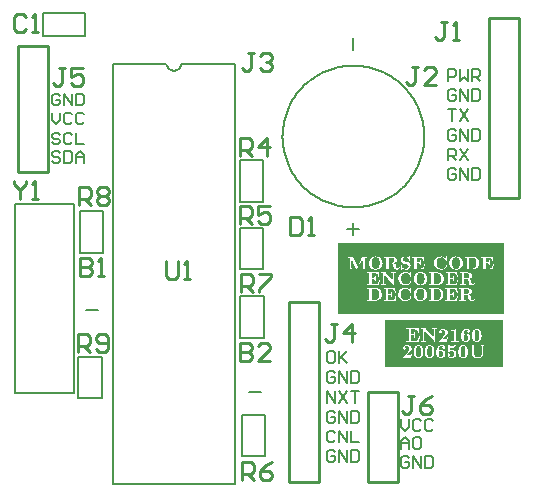
<source format=gto>
G04*
G04 #@! TF.GenerationSoftware,Altium Limited,Altium Designer,23.4.1 (23)*
G04*
G04 Layer_Color=65535*
%FSLAX25Y25*%
%MOIN*%
G70*
G04*
G04 #@! TF.SameCoordinates,EF30BACE-0BBC-42E6-AA2A-B86B67AF279B*
G04*
G04*
G04 #@! TF.FilePolarity,Positive*
G04*
G01*
G75*
%ADD10C,0.00500*%
%ADD11C,0.00787*%
%ADD12C,0.01000*%
G36*
X165059Y73065D02*
Y67844D01*
Y58223D01*
X109941D01*
Y67844D01*
Y73065D01*
Y81845D01*
X165059D01*
Y73065D01*
D02*
G37*
G36*
X164862Y48964D02*
Y40650D01*
X125492D01*
Y48964D01*
Y56398D01*
X164862D01*
Y48964D01*
D02*
G37*
%LPC*%
G36*
X133680Y77445D02*
X133646D01*
X133628Y77434D01*
X133582Y77411D01*
X133548Y77387D01*
X133542Y77382D01*
X133537Y77376D01*
X133249Y77112D01*
X133169Y77169D01*
X133083Y77221D01*
X132991Y77267D01*
X132899Y77307D01*
X132813Y77336D01*
X132727Y77365D01*
X132555Y77405D01*
X132480Y77416D01*
X132412Y77428D01*
X132348Y77434D01*
X132291Y77439D01*
X132251Y77445D01*
X132188D01*
X132067Y77439D01*
X131952Y77428D01*
X131843Y77411D01*
X131746Y77387D01*
X131648Y77359D01*
X131568Y77330D01*
X131487Y77296D01*
X131419Y77267D01*
X131355Y77233D01*
X131304Y77198D01*
X131258Y77169D01*
X131223Y77141D01*
X131195Y77118D01*
X131172Y77100D01*
X131160Y77089D01*
X131154Y77083D01*
X131091Y77014D01*
X131040Y76946D01*
X130988Y76871D01*
X130948Y76796D01*
X130913Y76722D01*
X130885Y76647D01*
X130844Y76509D01*
X130827Y76446D01*
X130816Y76389D01*
X130810Y76337D01*
X130804Y76291D01*
X130799Y76257D01*
Y76205D01*
X130804Y76119D01*
X130816Y76033D01*
X130827Y75953D01*
X130850Y75878D01*
X130902Y75734D01*
X130965Y75614D01*
X130994Y75562D01*
X131028Y75516D01*
X131057Y75476D01*
X131080Y75442D01*
X131103Y75413D01*
X131120Y75396D01*
X131126Y75384D01*
X131131Y75379D01*
X131206Y75304D01*
X131281Y75241D01*
X131355Y75195D01*
X131419Y75155D01*
X131470Y75120D01*
X131510Y75103D01*
X131533Y75091D01*
X131545Y75086D01*
X131591Y75069D01*
X131637Y75057D01*
X131757Y75023D01*
X131883Y74988D01*
X132010Y74954D01*
X132124Y74925D01*
X132176Y74914D01*
X132222Y74908D01*
X132262Y74896D01*
X132291Y74891D01*
X132308Y74885D01*
X132314D01*
X132394Y74862D01*
X132463Y74845D01*
X132532Y74827D01*
X132589Y74816D01*
X132641Y74799D01*
X132687Y74787D01*
X132727Y74776D01*
X132762Y74770D01*
X132813Y74753D01*
X132853Y74741D01*
X132871Y74736D01*
X132876D01*
X132922Y74724D01*
X132963Y74707D01*
X133003Y74684D01*
X133037Y74667D01*
X133060Y74644D01*
X133083Y74632D01*
X133095Y74621D01*
X133100Y74615D01*
X133146Y74569D01*
X133186Y74518D01*
X133244Y74426D01*
X133290Y74334D01*
X133324Y74253D01*
X133341Y74179D01*
X133347Y74127D01*
X133353Y74104D01*
Y74087D01*
Y74081D01*
Y74076D01*
X133347Y73972D01*
X133324Y73880D01*
X133296Y73794D01*
X133261Y73720D01*
X133221Y73656D01*
X133192Y73611D01*
X133169Y73582D01*
X133163Y73570D01*
X133129Y73530D01*
X133083Y73496D01*
X132991Y73444D01*
X132888Y73404D01*
X132785Y73381D01*
X132693Y73364D01*
X132653Y73358D01*
X132612D01*
X132584Y73352D01*
X132544D01*
X132383Y73358D01*
X132314Y73364D01*
X132245Y73369D01*
X132193Y73375D01*
X132148Y73381D01*
X132124Y73387D01*
X132113D01*
X132033Y73404D01*
X131958Y73421D01*
X131878Y73444D01*
X131809Y73467D01*
X131751Y73484D01*
X131700Y73501D01*
X131671Y73513D01*
X131665Y73519D01*
X131659D01*
X131573Y73565D01*
X131493Y73616D01*
X131424Y73668D01*
X131367Y73720D01*
X131321Y73771D01*
X131286Y73812D01*
X131263Y73835D01*
X131258Y73846D01*
X131206Y73938D01*
X131166Y74030D01*
X131137Y74121D01*
X131114Y74208D01*
X131097Y74282D01*
X131091Y74345D01*
X131086Y74368D01*
Y74385D01*
Y74391D01*
Y74397D01*
Y74426D01*
Y74449D01*
X131080Y74460D01*
Y74466D01*
X131068Y74495D01*
X131063Y74506D01*
X131057D01*
X131045Y74518D01*
X131034Y74523D01*
X131022Y74529D01*
X131017D01*
X130994Y74535D01*
X130971Y74541D01*
X130908D01*
X130879Y74535D01*
X130856Y74529D01*
X130839Y74523D01*
X130822Y74512D01*
X130816Y74506D01*
X130810Y74495D01*
X130804Y74472D01*
X130799Y74426D01*
Y73203D01*
X130804Y73174D01*
X130810Y73128D01*
X130816Y73106D01*
Y73100D01*
X130827Y73088D01*
X130839Y73083D01*
X130873Y73071D01*
X130908Y73065D01*
X130919D01*
X130965Y73077D01*
X131005Y73094D01*
X131034Y73117D01*
X131045Y73123D01*
X131355Y73398D01*
X131441Y73341D01*
X131533Y73289D01*
X131631Y73243D01*
X131728Y73209D01*
X131832Y73174D01*
X131929Y73146D01*
X132119Y73106D01*
X132211Y73094D01*
X132291Y73083D01*
X132366Y73077D01*
X132429Y73071D01*
X132480Y73065D01*
X132555D01*
X132687Y73071D01*
X132813Y73083D01*
X132928Y73100D01*
X133031Y73128D01*
X133135Y73157D01*
X133221Y73192D01*
X133301Y73226D01*
X133376Y73266D01*
X133439Y73301D01*
X133496Y73335D01*
X133542Y73369D01*
X133582Y73398D01*
X133611Y73427D01*
X133634Y73444D01*
X133646Y73456D01*
X133651Y73461D01*
X133714Y73536D01*
X133772Y73616D01*
X133824Y73697D01*
X133864Y73771D01*
X133898Y73852D01*
X133927Y73926D01*
X133973Y74070D01*
X133990Y74139D01*
X134002Y74196D01*
X134007Y74253D01*
X134013Y74299D01*
X134019Y74334D01*
Y74385D01*
X134013Y74477D01*
X134007Y74569D01*
X133990Y74655D01*
X133967Y74736D01*
X133915Y74879D01*
X133881Y74948D01*
X133852Y75011D01*
X133824Y75063D01*
X133789Y75109D01*
X133760Y75155D01*
X133737Y75189D01*
X133714Y75218D01*
X133703Y75235D01*
X133692Y75247D01*
X133686Y75252D01*
X133623Y75315D01*
X133560Y75379D01*
X133491Y75430D01*
X133422Y75476D01*
X133290Y75556D01*
X133163Y75614D01*
X133054Y75660D01*
X133008Y75671D01*
X132968Y75688D01*
X132934Y75694D01*
X132911Y75700D01*
X132894Y75706D01*
X132888D01*
X131992Y75895D01*
X131918Y75918D01*
X131849Y75953D01*
X131786Y75987D01*
X131734Y76021D01*
X131688Y76056D01*
X131654Y76085D01*
X131631Y76108D01*
X131625Y76113D01*
X131573Y76182D01*
X131533Y76251D01*
X131505Y76320D01*
X131487Y76389D01*
X131476Y76446D01*
X131464Y76498D01*
Y76526D01*
Y76538D01*
X131470Y76630D01*
X131493Y76710D01*
X131522Y76791D01*
X131556Y76854D01*
X131585Y76911D01*
X131614Y76951D01*
X131637Y76974D01*
X131642Y76986D01*
X131717Y77055D01*
X131809Y77100D01*
X131906Y77135D01*
X132004Y77164D01*
X132096Y77175D01*
X132130Y77181D01*
X132165D01*
X132193Y77187D01*
X132234D01*
X132331Y77181D01*
X132429Y77175D01*
X132515Y77158D01*
X132589Y77147D01*
X132653Y77129D01*
X132699Y77112D01*
X132727Y77106D01*
X132739Y77100D01*
X132825Y77066D01*
X132905Y77014D01*
X132980Y76963D01*
X133049Y76905D01*
X133100Y76854D01*
X133146Y76814D01*
X133169Y76785D01*
X133181Y76779D01*
Y76773D01*
X133255Y76676D01*
X133313Y76567D01*
X133364Y76463D01*
X133399Y76360D01*
X133428Y76268D01*
X133439Y76228D01*
X133450Y76194D01*
X133456Y76171D01*
Y76148D01*
X133462Y76136D01*
Y76130D01*
X133468Y76090D01*
X133473Y76056D01*
X133485Y76033D01*
X133491Y76016D01*
X133496Y75993D01*
X133502Y75987D01*
X133514Y75981D01*
X133531Y75976D01*
X133577Y75970D01*
X133669D01*
X133697Y75976D01*
X133720Y75981D01*
X133743Y75987D01*
X133760Y75993D01*
X133766Y75999D01*
X133772Y76010D01*
X133778Y76033D01*
X133789Y76079D01*
Y76102D01*
Y76119D01*
Y76130D01*
Y76136D01*
Y77273D01*
Y77307D01*
X133783Y77336D01*
X133778Y77382D01*
X133772Y77405D01*
X133766Y77411D01*
X133755Y77422D01*
X133743Y77434D01*
X133709Y77439D01*
X133680Y77445D01*
D02*
G37*
G36*
X146015D02*
X146004D01*
X145964Y77434D01*
X145923Y77416D01*
X145900Y77399D01*
X145889Y77387D01*
X145487Y77026D01*
X145384Y77100D01*
X145281Y77164D01*
X145177Y77221D01*
X145074Y77267D01*
X144971Y77307D01*
X144867Y77342D01*
X144770Y77370D01*
X144678Y77393D01*
X144592Y77411D01*
X144511Y77422D01*
X144442Y77434D01*
X144379Y77439D01*
X144334Y77445D01*
X144265D01*
X144058Y77439D01*
X143863Y77416D01*
X143673Y77387D01*
X143501Y77347D01*
X143341Y77301D01*
X143191Y77250D01*
X143053Y77198D01*
X142933Y77141D01*
X142824Y77083D01*
X142726Y77026D01*
X142640Y76974D01*
X142577Y76928D01*
X142520Y76888D01*
X142479Y76859D01*
X142456Y76837D01*
X142451Y76831D01*
X142330Y76710D01*
X142227Y76590D01*
X142141Y76458D01*
X142060Y76326D01*
X141997Y76194D01*
X141946Y76062D01*
X141900Y75935D01*
X141865Y75815D01*
X141837Y75700D01*
X141814Y75591D01*
X141802Y75493D01*
X141791Y75413D01*
X141785Y75344D01*
X141779Y75298D01*
Y75252D01*
X141785Y75074D01*
X141808Y74908D01*
X141842Y74747D01*
X141883Y74598D01*
X141934Y74454D01*
X141992Y74328D01*
X142055Y74208D01*
X142118Y74098D01*
X142175Y74001D01*
X142238Y73915D01*
X142296Y73846D01*
X142347Y73783D01*
X142388Y73737D01*
X142422Y73702D01*
X142445Y73680D01*
X142451Y73674D01*
X142583Y73565D01*
X142720Y73473D01*
X142870Y73392D01*
X143019Y73324D01*
X143168Y73260D01*
X143317Y73215D01*
X143467Y73174D01*
X143610Y73140D01*
X143742Y73117D01*
X143869Y73100D01*
X143978Y73083D01*
X144075Y73077D01*
X144156Y73071D01*
X144213Y73065D01*
X144265D01*
X144414Y73071D01*
X144557Y73083D01*
X144695Y73106D01*
X144821Y73134D01*
X144936Y73169D01*
X145051Y73209D01*
X145149Y73249D01*
X145240Y73289D01*
X145321Y73329D01*
X145395Y73369D01*
X145458Y73410D01*
X145510Y73444D01*
X145550Y73473D01*
X145579Y73496D01*
X145596Y73507D01*
X145602Y73513D01*
X145694Y73599D01*
X145774Y73685D01*
X145843Y73777D01*
X145900Y73863D01*
X145952Y73949D01*
X145992Y74035D01*
X146027Y74116D01*
X146055Y74196D01*
X146073Y74265D01*
X146090Y74334D01*
X146101Y74391D01*
X146113Y74437D01*
Y74477D01*
X146119Y74512D01*
Y74563D01*
X146113Y74586D01*
X146101Y74621D01*
X146090Y74638D01*
X146084Y74644D01*
X146055Y74655D01*
X146015Y74667D01*
X145923D01*
X145889Y74661D01*
X145872Y74655D01*
X145866Y74650D01*
X145849Y74627D01*
X145837Y74598D01*
X145832Y74569D01*
Y74563D01*
Y74558D01*
X145820Y74454D01*
X145803Y74357D01*
X145774Y74265D01*
X145746Y74179D01*
X145711Y74098D01*
X145671Y74024D01*
X145631Y73955D01*
X145585Y73898D01*
X145545Y73846D01*
X145504Y73800D01*
X145470Y73760D01*
X145436Y73725D01*
X145407Y73702D01*
X145384Y73685D01*
X145372Y73674D01*
X145367Y73668D01*
X145286Y73611D01*
X145206Y73565D01*
X145120Y73524D01*
X145039Y73484D01*
X144879Y73427D01*
X144729Y73392D01*
X144666Y73381D01*
X144603Y73369D01*
X144552Y73364D01*
X144506Y73358D01*
X144465Y73352D01*
X144414D01*
X144253Y73358D01*
X144104Y73375D01*
X143960Y73398D01*
X143834Y73433D01*
X143714Y73473D01*
X143605Y73519D01*
X143507Y73565D01*
X143415Y73616D01*
X143341Y73662D01*
X143272Y73708D01*
X143214Y73754D01*
X143168Y73794D01*
X143128Y73829D01*
X143105Y73852D01*
X143088Y73869D01*
X143082Y73875D01*
X143019Y73966D01*
X142962Y74064D01*
X142916Y74167D01*
X142876Y74276D01*
X142841Y74391D01*
X142807Y74506D01*
X142766Y74730D01*
X142749Y74839D01*
X142738Y74936D01*
X142732Y75023D01*
X142726Y75103D01*
X142720Y75166D01*
Y75212D01*
Y75241D01*
Y75252D01*
X142726Y75436D01*
X142738Y75602D01*
X142761Y75757D01*
X142784Y75895D01*
X142812Y76027D01*
X142847Y76142D01*
X142887Y76251D01*
X142927Y76343D01*
X142962Y76423D01*
X143002Y76492D01*
X143036Y76550D01*
X143065Y76601D01*
X143088Y76636D01*
X143111Y76659D01*
X143122Y76676D01*
X143128Y76682D01*
X143220Y76768D01*
X143317Y76837D01*
X143421Y76905D01*
X143524Y76957D01*
X143627Y77003D01*
X143737Y77043D01*
X143840Y77072D01*
X143937Y77100D01*
X144029Y77118D01*
X144115Y77135D01*
X144196Y77141D01*
X144259Y77152D01*
X144316D01*
X144356Y77158D01*
X144391D01*
X144488Y77152D01*
X144580Y77141D01*
X144666Y77123D01*
X144753Y77106D01*
X144907Y77049D01*
X144976Y77020D01*
X145039Y76986D01*
X145097Y76951D01*
X145149Y76923D01*
X145194Y76894D01*
X145229Y76865D01*
X145258Y76848D01*
X145281Y76831D01*
X145292Y76819D01*
X145298Y76814D01*
X145367Y76750D01*
X145430Y76676D01*
X145487Y76601D01*
X145539Y76526D01*
X145625Y76377D01*
X145694Y76228D01*
X145717Y76165D01*
X145740Y76102D01*
X145757Y76044D01*
X145768Y75999D01*
X145780Y75958D01*
X145786Y75924D01*
X145791Y75907D01*
Y75901D01*
X145797Y75872D01*
X145803Y75844D01*
X145814Y75815D01*
X145820Y75798D01*
X145826Y75792D01*
X145837Y75786D01*
X145855Y75780D01*
X145895Y75775D01*
X145987D01*
X146021Y75780D01*
X146044D01*
X146061Y75786D01*
X146084Y75792D01*
X146090Y75798D01*
X146101Y75809D01*
X146107Y75832D01*
X146113Y75884D01*
X146119Y75907D01*
Y77307D01*
X146113Y77336D01*
X146107Y77382D01*
X146101Y77405D01*
X146096Y77411D01*
X146073Y77434D01*
X146044Y77439D01*
X146015Y77445D01*
D02*
G37*
G36*
X161375Y77342D02*
X157536D01*
Y77055D01*
X158201D01*
Y73421D01*
X157536D01*
Y73134D01*
X161479D01*
X161766Y74827D01*
X161473D01*
X161456Y74741D01*
X161439Y74661D01*
X161422Y74592D01*
X161410Y74535D01*
X161398Y74489D01*
X161393Y74454D01*
X161387Y74431D01*
Y74426D01*
X161358Y74305D01*
X161341Y74248D01*
X161330Y74196D01*
X161312Y74150D01*
X161301Y74116D01*
X161295Y74093D01*
X161289Y74087D01*
X161267Y74024D01*
X161238Y73966D01*
X161209Y73921D01*
X161180Y73875D01*
X161157Y73846D01*
X161140Y73817D01*
X161129Y73806D01*
X161123Y73800D01*
X161043Y73720D01*
X160957Y73656D01*
X160922Y73628D01*
X160893Y73611D01*
X160876Y73599D01*
X160870Y73593D01*
X160813Y73559D01*
X160750Y73536D01*
X160693Y73513D01*
X160635Y73496D01*
X160583Y73479D01*
X160543Y73467D01*
X160520Y73461D01*
X160509D01*
X160428Y73450D01*
X160342Y73438D01*
X160262Y73433D01*
X160182Y73427D01*
X160113Y73421D01*
X159080D01*
Y75172D01*
X159493D01*
X159562Y75166D01*
X159619Y75155D01*
X159677Y75143D01*
X159728Y75132D01*
X159768Y75120D01*
X159843Y75086D01*
X159895Y75057D01*
X159929Y75028D01*
X159946Y75005D01*
X159952Y75000D01*
X159992Y74931D01*
X160027Y74845D01*
X160050Y74753D01*
X160061Y74661D01*
X160073Y74581D01*
X160078Y74512D01*
Y74483D01*
Y74466D01*
Y74454D01*
Y74449D01*
X160365D01*
Y76182D01*
X160078D01*
X160073Y76044D01*
X160061Y75930D01*
X160038Y75832D01*
X160015Y75757D01*
X159992Y75700D01*
X159969Y75660D01*
X159958Y75631D01*
X159952Y75625D01*
X159929Y75597D01*
X159895Y75568D01*
X159820Y75528D01*
X159728Y75499D01*
X159642Y75482D01*
X159556Y75470D01*
X159487Y75459D01*
X159080D01*
Y77055D01*
X160118D01*
X160216Y77043D01*
X160302Y77037D01*
X160377Y77026D01*
X160434Y77014D01*
X160480Y77009D01*
X160503Y76997D01*
X160514D01*
X160589Y76974D01*
X160658Y76951D01*
X160715Y76928D01*
X160767Y76905D01*
X160807Y76882D01*
X160836Y76865D01*
X160853Y76854D01*
X160859Y76848D01*
X160905Y76814D01*
X160951Y76768D01*
X160985Y76727D01*
X161020Y76687D01*
X161043Y76653D01*
X161060Y76624D01*
X161071Y76601D01*
X161077Y76595D01*
X161134Y76475D01*
X161157Y76423D01*
X161175Y76372D01*
X161186Y76331D01*
X161198Y76297D01*
X161203Y76274D01*
Y76268D01*
X161221Y76205D01*
X161232Y76136D01*
X161243Y76067D01*
X161255Y76004D01*
X161261Y75941D01*
X161267Y75895D01*
X161272Y75866D01*
Y75861D01*
Y75855D01*
X161565D01*
X161375Y77342D01*
D02*
G37*
G36*
X138433D02*
X134593D01*
Y77055D01*
X135258D01*
Y73421D01*
X134593D01*
Y73134D01*
X138536D01*
X138823Y74827D01*
X138530D01*
X138513Y74741D01*
X138496Y74661D01*
X138479Y74592D01*
X138467Y74535D01*
X138456Y74489D01*
X138450Y74454D01*
X138444Y74431D01*
Y74426D01*
X138416Y74305D01*
X138398Y74248D01*
X138387Y74196D01*
X138370Y74150D01*
X138358Y74116D01*
X138352Y74093D01*
X138347Y74087D01*
X138324Y74024D01*
X138295Y73966D01*
X138266Y73921D01*
X138238Y73875D01*
X138215Y73846D01*
X138197Y73817D01*
X138186Y73806D01*
X138180Y73800D01*
X138100Y73720D01*
X138014Y73656D01*
X137979Y73628D01*
X137951Y73611D01*
X137933Y73599D01*
X137928Y73593D01*
X137870Y73559D01*
X137807Y73536D01*
X137750Y73513D01*
X137692Y73496D01*
X137641Y73479D01*
X137601Y73467D01*
X137577Y73461D01*
X137566D01*
X137486Y73450D01*
X137399Y73438D01*
X137319Y73433D01*
X137239Y73427D01*
X137170Y73421D01*
X136137D01*
Y75172D01*
X136550D01*
X136619Y75166D01*
X136676Y75155D01*
X136734Y75143D01*
X136785Y75132D01*
X136826Y75120D01*
X136900Y75086D01*
X136952Y75057D01*
X136986Y75028D01*
X137004Y75005D01*
X137009Y75000D01*
X137049Y74931D01*
X137084Y74845D01*
X137107Y74753D01*
X137118Y74661D01*
X137130Y74581D01*
X137136Y74512D01*
Y74483D01*
Y74466D01*
Y74454D01*
Y74449D01*
X137423D01*
Y76182D01*
X137136D01*
X137130Y76044D01*
X137118Y75930D01*
X137095Y75832D01*
X137072Y75757D01*
X137049Y75700D01*
X137026Y75660D01*
X137015Y75631D01*
X137009Y75625D01*
X136986Y75597D01*
X136952Y75568D01*
X136877Y75528D01*
X136785Y75499D01*
X136699Y75482D01*
X136613Y75470D01*
X136544Y75459D01*
X136137D01*
Y77055D01*
X137176D01*
X137273Y77043D01*
X137359Y77037D01*
X137434Y77026D01*
X137491Y77014D01*
X137537Y77009D01*
X137560Y76997D01*
X137572D01*
X137646Y76974D01*
X137715Y76951D01*
X137773Y76928D01*
X137824Y76905D01*
X137864Y76882D01*
X137893Y76865D01*
X137910Y76854D01*
X137916Y76848D01*
X137962Y76814D01*
X138008Y76768D01*
X138042Y76727D01*
X138077Y76687D01*
X138100Y76653D01*
X138117Y76624D01*
X138128Y76601D01*
X138134Y76595D01*
X138192Y76475D01*
X138215Y76423D01*
X138232Y76372D01*
X138243Y76331D01*
X138255Y76297D01*
X138260Y76274D01*
Y76268D01*
X138278Y76205D01*
X138289Y76136D01*
X138301Y76067D01*
X138312Y76004D01*
X138318Y75941D01*
X138324Y75895D01*
X138329Y75866D01*
Y75861D01*
Y75855D01*
X138622D01*
X138433Y77342D01*
D02*
G37*
G36*
X119479Y77376D02*
X118113D01*
X118038Y77370D01*
X117987Y77365D01*
X117952Y77353D01*
X117941Y77347D01*
X117924Y77336D01*
X117906Y77319D01*
X117872Y77279D01*
X117849Y77238D01*
X117843Y77227D01*
Y77221D01*
X116357Y73944D01*
X114876Y77221D01*
X114847Y77267D01*
X114824Y77301D01*
X114807Y77319D01*
X114801Y77324D01*
X114772Y77347D01*
X114744Y77359D01*
X114726Y77365D01*
X114721D01*
X114686Y77370D01*
X114652Y77376D01*
X113234D01*
Y77089D01*
X113900D01*
Y73599D01*
Y73565D01*
X113894Y73536D01*
X113889Y73513D01*
Y73496D01*
X113877Y73479D01*
X113871Y73473D01*
X113860Y73467D01*
X113837Y73456D01*
X113791Y73450D01*
X113762Y73444D01*
X113745Y73438D01*
X113722D01*
X113602Y73427D01*
X113544D01*
X113493Y73421D01*
X113234D01*
Y73134D01*
X113280Y73140D01*
X113338D01*
X113458Y73146D01*
X113596D01*
X113733Y73151D01*
X114428D01*
X114508Y73146D01*
X114692D01*
X114738Y73140D01*
X114841D01*
X114864Y73134D01*
X114893D01*
Y73421D01*
X114738D01*
X114618Y73427D01*
X114560D01*
X114514Y73433D01*
X114468D01*
X114440Y73438D01*
X114411D01*
X114365Y73444D01*
X114330Y73450D01*
X114302Y73456D01*
X114279Y73461D01*
X114267Y73467D01*
X114256D01*
X114250Y73473D01*
X114244Y73484D01*
X114239Y73501D01*
X114233Y73548D01*
X114227Y73582D01*
Y73593D01*
Y73599D01*
Y77003D01*
X114233D01*
X115915Y73283D01*
X115943Y73232D01*
X115972Y73197D01*
X116007Y73169D01*
X116035Y73151D01*
X116064Y73140D01*
X116087Y73134D01*
X116110D01*
X116156Y73140D01*
X116196Y73157D01*
X116230Y73180D01*
X116259Y73209D01*
X116282Y73232D01*
X116299Y73255D01*
X116305Y73272D01*
X116311Y73278D01*
X118033Y77089D01*
X118044D01*
Y73421D01*
X117401D01*
Y73134D01*
X117447Y73140D01*
X117579D01*
X117654Y73146D01*
X117826D01*
X117998Y73151D01*
X118946D01*
X119043Y73146D01*
X119267D01*
X119319Y73140D01*
X119433D01*
X119451Y73134D01*
X119479D01*
Y73421D01*
X118836D01*
Y77089D01*
X119479D01*
Y77376D01*
D02*
G37*
G36*
X154786D02*
X152083D01*
Y77089D01*
X152754D01*
Y73421D01*
X152083D01*
Y73134D01*
X154752D01*
X154924Y73140D01*
X155090Y73157D01*
X155245Y73186D01*
X155389Y73220D01*
X155526Y73260D01*
X155653Y73306D01*
X155773Y73358D01*
X155877Y73410D01*
X155974Y73461D01*
X156054Y73513D01*
X156129Y73559D01*
X156187Y73599D01*
X156233Y73634D01*
X156267Y73662D01*
X156290Y73680D01*
X156296Y73685D01*
X156405Y73794D01*
X156497Y73909D01*
X156577Y74035D01*
X156646Y74162D01*
X156703Y74288D01*
X156749Y74414D01*
X156789Y74541D01*
X156824Y74655D01*
X156847Y74770D01*
X156864Y74873D01*
X156881Y74971D01*
X156887Y75051D01*
X156893Y75120D01*
X156898Y75172D01*
Y75212D01*
X156893Y75396D01*
X156870Y75568D01*
X156841Y75729D01*
X156801Y75878D01*
X156755Y76021D01*
X156703Y76153D01*
X156651Y76268D01*
X156594Y76377D01*
X156537Y76469D01*
X156485Y76555D01*
X156433Y76624D01*
X156387Y76687D01*
X156347Y76733D01*
X156319Y76762D01*
X156296Y76785D01*
X156290Y76791D01*
X156175Y76894D01*
X156049Y76986D01*
X155922Y77060D01*
X155790Y77129D01*
X155664Y77187D01*
X155532Y77233D01*
X155412Y77273D01*
X155291Y77301D01*
X155176Y77324D01*
X155073Y77347D01*
X154981Y77359D01*
X154901Y77365D01*
X154838Y77370D01*
X154786Y77376D01*
D02*
G37*
G36*
X149230Y77445D02*
X149184D01*
X148994Y77439D01*
X148811Y77416D01*
X148644Y77387D01*
X148484Y77347D01*
X148334Y77301D01*
X148202Y77250D01*
X148076Y77198D01*
X147961Y77141D01*
X147864Y77083D01*
X147772Y77026D01*
X147697Y76974D01*
X147640Y76928D01*
X147588Y76888D01*
X147554Y76859D01*
X147531Y76837D01*
X147525Y76831D01*
X147416Y76710D01*
X147324Y76584D01*
X147238Y76452D01*
X147169Y76320D01*
X147112Y76188D01*
X147060Y76050D01*
X147020Y75924D01*
X146985Y75798D01*
X146962Y75677D01*
X146945Y75568D01*
X146928Y75470D01*
X146922Y75390D01*
X146916Y75321D01*
X146911Y75270D01*
Y75224D01*
X146916Y75046D01*
X146939Y74879D01*
X146968Y74718D01*
X147008Y74569D01*
X147054Y74431D01*
X147106Y74299D01*
X147163Y74185D01*
X147221Y74076D01*
X147278Y73978D01*
X147330Y73898D01*
X147381Y73823D01*
X147427Y73766D01*
X147468Y73720D01*
X147496Y73685D01*
X147519Y73662D01*
X147525Y73656D01*
X147645Y73553D01*
X147772Y73461D01*
X147904Y73381D01*
X148041Y73312D01*
X148179Y73260D01*
X148317Y73209D01*
X148455Y73169D01*
X148581Y73140D01*
X148702Y73117D01*
X148816Y73094D01*
X148920Y73083D01*
X149006Y73077D01*
X149080Y73071D01*
X149132Y73065D01*
X149178D01*
X149367Y73071D01*
X149551Y73094D01*
X149723Y73123D01*
X149878Y73157D01*
X150028Y73203D01*
X150165Y73255D01*
X150292Y73306D01*
X150401Y73364D01*
X150504Y73421D01*
X150590Y73473D01*
X150665Y73524D01*
X150728Y73570D01*
X150774Y73605D01*
X150808Y73639D01*
X150831Y73656D01*
X150837Y73662D01*
X150946Y73777D01*
X151038Y73903D01*
X151124Y74030D01*
X151193Y74162D01*
X151250Y74294D01*
X151302Y74420D01*
X151342Y74546D01*
X151376Y74667D01*
X151399Y74782D01*
X151417Y74891D01*
X151434Y74983D01*
X151440Y75063D01*
X151445Y75132D01*
X151451Y75183D01*
Y75224D01*
X151445Y75407D01*
X151422Y75579D01*
X151394Y75746D01*
X151354Y75901D01*
X151308Y76044D01*
X151256Y76176D01*
X151198Y76297D01*
X151141Y76406D01*
X151078Y76504D01*
X151026Y76590D01*
X150969Y76664D01*
X150923Y76727D01*
X150883Y76773D01*
X150854Y76808D01*
X150831Y76831D01*
X150825Y76837D01*
X150705Y76946D01*
X150579Y77037D01*
X150447Y77118D01*
X150309Y77187D01*
X150171Y77250D01*
X150033Y77296D01*
X149901Y77336D01*
X149775Y77370D01*
X149649Y77393D01*
X149540Y77411D01*
X149442Y77428D01*
X149356Y77434D01*
X149281Y77439D01*
X149230Y77445D01*
D02*
G37*
G36*
X127739Y77376D02*
X125317D01*
Y77089D01*
X125983D01*
Y73421D01*
X125317D01*
Y73134D01*
X125363Y73140D01*
X125495D01*
X125575Y73146D01*
X125753D01*
X125937Y73151D01*
X126930D01*
X127033Y73146D01*
X127269D01*
X127326Y73140D01*
X127441D01*
X127458Y73134D01*
X127487D01*
Y73421D01*
X126821D01*
Y75143D01*
X127555D01*
X127682Y75132D01*
X127796Y75109D01*
X127888Y75074D01*
X127969Y75040D01*
X128032Y75000D01*
X128078Y74965D01*
X128101Y74942D01*
X128112Y74931D01*
X128164Y74873D01*
X128204Y74810D01*
X128233Y74747D01*
X128250Y74684D01*
X128267Y74632D01*
X128273Y74592D01*
X128279Y74563D01*
Y74552D01*
X128284Y74477D01*
X128290Y74420D01*
Y74380D01*
X128296Y74351D01*
Y74334D01*
Y74328D01*
Y74322D01*
Y74317D01*
Y74311D01*
X128302Y74276D01*
Y74236D01*
X128307Y74185D01*
Y74133D01*
X128313Y74087D01*
Y74053D01*
Y74047D01*
Y74041D01*
X128325Y73944D01*
X128330Y73857D01*
X128342Y73783D01*
X128353Y73725D01*
X128359Y73680D01*
X128365Y73651D01*
X128370Y73628D01*
Y73622D01*
X128405Y73530D01*
X128428Y73490D01*
X128445Y73456D01*
X128468Y73427D01*
X128480Y73410D01*
X128491Y73398D01*
X128497Y73392D01*
X128571Y73329D01*
X128652Y73278D01*
X128686Y73255D01*
X128715Y73238D01*
X128732Y73232D01*
X128738Y73226D01*
X128801Y73197D01*
X128864Y73174D01*
X129008Y73134D01*
X129157Y73106D01*
X129300Y73088D01*
X129369Y73077D01*
X129427D01*
X129484Y73071D01*
X129536Y73065D01*
X129697D01*
X129760Y73077D01*
X129817Y73083D01*
X129863Y73094D01*
X129903Y73106D01*
X129938Y73111D01*
X129955Y73123D01*
X129961D01*
X130012Y73146D01*
X130058Y73169D01*
X130098Y73192D01*
X130127Y73215D01*
X130156Y73232D01*
X130173Y73249D01*
X130179Y73255D01*
X130184Y73260D01*
X130236Y73324D01*
X130271Y73387D01*
X130288Y73410D01*
X130299Y73427D01*
X130305Y73438D01*
Y73444D01*
X130334Y73513D01*
X130351Y73565D01*
X130362Y73599D01*
Y73605D01*
Y73611D01*
X130374Y73656D01*
X130379Y73691D01*
Y73720D01*
X130374Y73766D01*
X130357Y73800D01*
X130334Y73823D01*
X130305Y73840D01*
X130276Y73852D01*
X130253Y73857D01*
X130230D01*
X130190Y73852D01*
X130161Y73846D01*
X130144Y73840D01*
X130138Y73835D01*
X130121Y73817D01*
X130110Y73800D01*
X130098Y73788D01*
Y73783D01*
X130093Y73760D01*
Y73743D01*
X130087Y73720D01*
Y73714D01*
X130075Y73639D01*
X130058Y73576D01*
X130035Y73524D01*
X130012Y73479D01*
X129989Y73444D01*
X129966Y73421D01*
X129955Y73404D01*
X129949Y73398D01*
X129909Y73364D01*
X129863Y73335D01*
X129817Y73318D01*
X129777Y73301D01*
X129742Y73295D01*
X129714Y73289D01*
X129691D01*
X129645Y73295D01*
X129605Y73301D01*
X129564Y73312D01*
X129536Y73324D01*
X129507Y73335D01*
X129490Y73341D01*
X129478Y73352D01*
X129473D01*
X129444Y73381D01*
X129415Y73410D01*
X129375Y73473D01*
X129358Y73496D01*
X129352Y73519D01*
X129341Y73536D01*
Y73542D01*
X129312Y73628D01*
X129300Y73668D01*
X129295Y73697D01*
X129289Y73725D01*
X129283Y73743D01*
Y73754D01*
Y73760D01*
X129272Y73835D01*
X129260Y73909D01*
X129254Y73944D01*
Y73966D01*
X129249Y73984D01*
Y73989D01*
X129243Y74012D01*
Y74047D01*
X129232Y74093D01*
X129226Y74139D01*
X129220Y74185D01*
X129214Y74225D01*
X129209Y74248D01*
Y74259D01*
X129197Y74340D01*
X129191Y74403D01*
X129180Y74443D01*
Y74477D01*
X129174Y74495D01*
Y74506D01*
Y74512D01*
X129151Y74604D01*
X129117Y74684D01*
X129071Y74764D01*
X129019Y74833D01*
X128967Y74902D01*
X128910Y74959D01*
X128847Y75011D01*
X128784Y75063D01*
X128726Y75103D01*
X128669Y75138D01*
X128617Y75166D01*
X128571Y75195D01*
X128531Y75212D01*
X128503Y75224D01*
X128480Y75235D01*
X128474D01*
X128566Y75258D01*
X128652Y75287D01*
X128732Y75321D01*
X128813Y75350D01*
X128881Y75384D01*
X128945Y75419D01*
X128996Y75447D01*
X129048Y75482D01*
X129094Y75511D01*
X129134Y75539D01*
X129168Y75562D01*
X129197Y75585D01*
X129214Y75608D01*
X129232Y75620D01*
X129243Y75625D01*
Y75631D01*
X129289Y75683D01*
X129329Y75734D01*
X129392Y75838D01*
X129438Y75941D01*
X129467Y76033D01*
X129490Y76113D01*
X129496Y76176D01*
X129501Y76199D01*
Y76217D01*
Y76228D01*
Y76234D01*
X129496Y76326D01*
X129478Y76412D01*
X129455Y76492D01*
X129421Y76567D01*
X129386Y76641D01*
X129346Y76705D01*
X129254Y76825D01*
X129203Y76877D01*
X129163Y76923D01*
X129117Y76957D01*
X129082Y76991D01*
X129048Y77014D01*
X129025Y77032D01*
X129008Y77043D01*
X129002Y77049D01*
X128904Y77106D01*
X128801Y77158D01*
X128698Y77198D01*
X128583Y77238D01*
X128474Y77273D01*
X128359Y77296D01*
X128250Y77319D01*
X128147Y77336D01*
X128043Y77347D01*
X127952Y77359D01*
X127871Y77365D01*
X127802Y77370D01*
X127739Y77376D01*
D02*
G37*
G36*
X122458Y77445D02*
X122412D01*
X122223Y77439D01*
X122039Y77416D01*
X121873Y77387D01*
X121712Y77347D01*
X121563Y77301D01*
X121431Y77250D01*
X121305Y77198D01*
X121190Y77141D01*
X121092Y77083D01*
X121000Y77026D01*
X120926Y76974D01*
X120868Y76928D01*
X120817Y76888D01*
X120782Y76859D01*
X120759Y76837D01*
X120754Y76831D01*
X120644Y76710D01*
X120553Y76584D01*
X120467Y76452D01*
X120398Y76320D01*
X120340Y76188D01*
X120289Y76050D01*
X120248Y75924D01*
X120214Y75798D01*
X120191Y75677D01*
X120174Y75568D01*
X120157Y75470D01*
X120151Y75390D01*
X120145Y75321D01*
X120139Y75270D01*
Y75224D01*
X120145Y75046D01*
X120168Y74879D01*
X120197Y74718D01*
X120237Y74569D01*
X120283Y74431D01*
X120334Y74299D01*
X120392Y74185D01*
X120449Y74076D01*
X120507Y73978D01*
X120558Y73898D01*
X120610Y73823D01*
X120656Y73766D01*
X120696Y73720D01*
X120725Y73685D01*
X120748Y73662D01*
X120754Y73656D01*
X120874Y73553D01*
X121000Y73461D01*
X121132Y73381D01*
X121270Y73312D01*
X121408Y73260D01*
X121546Y73209D01*
X121683Y73169D01*
X121810Y73140D01*
X121930Y73117D01*
X122045Y73094D01*
X122148Y73083D01*
X122234Y73077D01*
X122309Y73071D01*
X122361Y73065D01*
X122407D01*
X122596Y73071D01*
X122780Y73094D01*
X122952Y73123D01*
X123107Y73157D01*
X123256Y73203D01*
X123394Y73255D01*
X123520Y73306D01*
X123629Y73364D01*
X123733Y73421D01*
X123819Y73473D01*
X123893Y73524D01*
X123957Y73570D01*
X124002Y73605D01*
X124037Y73639D01*
X124060Y73656D01*
X124065Y73662D01*
X124175Y73777D01*
X124266Y73903D01*
X124353Y74030D01*
X124421Y74162D01*
X124479Y74294D01*
X124530Y74420D01*
X124571Y74546D01*
X124605Y74667D01*
X124628Y74782D01*
X124645Y74891D01*
X124662Y74983D01*
X124668Y75063D01*
X124674Y75132D01*
X124680Y75183D01*
Y75224D01*
X124674Y75407D01*
X124651Y75579D01*
X124622Y75746D01*
X124582Y75901D01*
X124536Y76044D01*
X124485Y76176D01*
X124427Y76297D01*
X124370Y76406D01*
X124307Y76504D01*
X124255Y76590D01*
X124198Y76664D01*
X124152Y76727D01*
X124111Y76773D01*
X124083Y76808D01*
X124060Y76831D01*
X124054Y76837D01*
X123933Y76946D01*
X123807Y77037D01*
X123675Y77118D01*
X123537Y77187D01*
X123400Y77250D01*
X123262Y77296D01*
X123130Y77336D01*
X123004Y77370D01*
X122877Y77393D01*
X122768Y77411D01*
X122671Y77428D01*
X122585Y77434D01*
X122510Y77439D01*
X122458Y77445D01*
D02*
G37*
G36*
X129306Y72155D02*
X129260Y72149D01*
X129203D01*
X129077Y72144D01*
X128939Y72138D01*
X128807D01*
X128681Y72132D01*
X128187D01*
X128101Y72138D01*
X127957D01*
X127900Y72144D01*
X127796D01*
X127756Y72149D01*
X127693D01*
X127676Y72155D01*
X127647D01*
Y71868D01*
X127802D01*
X127917Y71862D01*
X127974D01*
X128020Y71856D01*
X128061Y71851D01*
X128095D01*
X128118Y71845D01*
X128124D01*
X128170Y71839D01*
X128210Y71833D01*
X128233Y71828D01*
X128256Y71822D01*
X128273Y71816D01*
X128279D01*
X128284Y71811D01*
X128296Y71799D01*
X128302Y71782D01*
X128307Y71742D01*
X128313Y71702D01*
Y71690D01*
Y71684D01*
Y69176D01*
X125845Y72069D01*
X125811Y72103D01*
X125787Y72126D01*
X125770Y72138D01*
X125765D01*
X125753Y72144D01*
X125736Y72149D01*
X125696Y72155D01*
X124232D01*
Y71868D01*
X124898D01*
Y68378D01*
Y68344D01*
X124892Y68315D01*
X124886Y68292D01*
Y68275D01*
X124875Y68257D01*
X124869Y68252D01*
X124858Y68246D01*
X124835Y68234D01*
X124789Y68229D01*
X124760Y68223D01*
X124743Y68217D01*
X124720D01*
X124599Y68206D01*
X124542D01*
X124490Y68200D01*
X124232D01*
Y67913D01*
X124278Y67919D01*
X124335D01*
X124456Y67925D01*
X124594D01*
X124731Y67930D01*
X125426D01*
X125506Y67925D01*
X125690D01*
X125736Y67919D01*
X125839D01*
X125862Y67913D01*
X125891D01*
Y68200D01*
X125736D01*
X125615Y68206D01*
X125558D01*
X125512Y68212D01*
X125466D01*
X125437Y68217D01*
X125409D01*
X125363Y68223D01*
X125328Y68229D01*
X125300Y68234D01*
X125277Y68240D01*
X125265Y68246D01*
X125254D01*
X125248Y68252D01*
X125242Y68263D01*
X125236Y68280D01*
X125231Y68326D01*
X125225Y68361D01*
Y68372D01*
Y68378D01*
Y71615D01*
X128307Y67993D01*
X128336Y67959D01*
X128359Y67936D01*
X128365Y67930D01*
X128370Y67925D01*
X128393Y67919D01*
X128428Y67913D01*
X128508D01*
X128543Y67919D01*
X128566Y67925D01*
X128583Y67930D01*
X128606Y67942D01*
X128612Y67948D01*
X128623Y67965D01*
X128629Y67988D01*
X128635Y68045D01*
X128640Y68068D01*
Y68091D01*
Y68103D01*
Y68108D01*
Y71684D01*
Y71719D01*
X128646Y71747D01*
Y71770D01*
X128652Y71788D01*
X128657Y71805D01*
X128663Y71811D01*
X128675Y71816D01*
X128698Y71828D01*
X128749Y71839D01*
X128772D01*
X128795Y71845D01*
X128813D01*
X128933Y71856D01*
X128990Y71862D01*
X129042Y71868D01*
X129306D01*
Y72155D01*
D02*
G37*
G36*
X134185Y72224D02*
X134174D01*
X134134Y72212D01*
X134093Y72195D01*
X134070Y72178D01*
X134059Y72166D01*
X133657Y71805D01*
X133554Y71879D01*
X133450Y71943D01*
X133347Y72000D01*
X133244Y72046D01*
X133141Y72086D01*
X133037Y72120D01*
X132940Y72149D01*
X132848Y72172D01*
X132762Y72189D01*
X132681Y72201D01*
X132612Y72212D01*
X132549Y72218D01*
X132503Y72224D01*
X132434D01*
X132228Y72218D01*
X132033Y72195D01*
X131843Y72166D01*
X131671Y72126D01*
X131510Y72080D01*
X131361Y72029D01*
X131223Y71977D01*
X131103Y71920D01*
X130994Y71862D01*
X130896Y71805D01*
X130810Y71753D01*
X130747Y71707D01*
X130690Y71667D01*
X130649Y71638D01*
X130626Y71615D01*
X130621Y71610D01*
X130500Y71489D01*
X130397Y71369D01*
X130311Y71236D01*
X130230Y71105D01*
X130167Y70973D01*
X130115Y70841D01*
X130070Y70714D01*
X130035Y70594D01*
X130006Y70479D01*
X129983Y70370D01*
X129972Y70272D01*
X129961Y70192D01*
X129955Y70123D01*
X129949Y70077D01*
Y70031D01*
X129955Y69853D01*
X129978Y69687D01*
X130012Y69526D01*
X130052Y69377D01*
X130104Y69233D01*
X130161Y69107D01*
X130225Y68986D01*
X130288Y68877D01*
X130345Y68780D01*
X130408Y68694D01*
X130466Y68625D01*
X130517Y68562D01*
X130558Y68516D01*
X130592Y68481D01*
X130615Y68458D01*
X130621Y68453D01*
X130753Y68344D01*
X130890Y68252D01*
X131040Y68171D01*
X131189Y68103D01*
X131338Y68039D01*
X131487Y67993D01*
X131637Y67953D01*
X131780Y67919D01*
X131912Y67896D01*
X132038Y67879D01*
X132148Y67861D01*
X132245Y67856D01*
X132325Y67850D01*
X132383Y67844D01*
X132434D01*
X132584Y67850D01*
X132727Y67861D01*
X132865Y67884D01*
X132991Y67913D01*
X133106Y67948D01*
X133221Y67988D01*
X133318Y68028D01*
X133410Y68068D01*
X133491Y68108D01*
X133565Y68148D01*
X133628Y68189D01*
X133680Y68223D01*
X133720Y68252D01*
X133749Y68275D01*
X133766Y68286D01*
X133772Y68292D01*
X133864Y68378D01*
X133944Y68464D01*
X134013Y68556D01*
X134070Y68642D01*
X134122Y68728D01*
X134162Y68814D01*
X134197Y68895D01*
X134225Y68975D01*
X134243Y69044D01*
X134260Y69113D01*
X134271Y69170D01*
X134283Y69216D01*
Y69256D01*
X134289Y69291D01*
Y69342D01*
X134283Y69365D01*
X134271Y69400D01*
X134260Y69417D01*
X134254Y69423D01*
X134225Y69434D01*
X134185Y69446D01*
X134093D01*
X134059Y69440D01*
X134042Y69434D01*
X134036Y69428D01*
X134019Y69406D01*
X134007Y69377D01*
X134002Y69348D01*
Y69342D01*
Y69337D01*
X133990Y69233D01*
X133973Y69136D01*
X133944Y69044D01*
X133915Y68958D01*
X133881Y68877D01*
X133841Y68803D01*
X133801Y68734D01*
X133755Y68677D01*
X133714Y68625D01*
X133674Y68579D01*
X133640Y68539D01*
X133605Y68504D01*
X133577Y68481D01*
X133554Y68464D01*
X133542Y68453D01*
X133537Y68447D01*
X133456Y68389D01*
X133376Y68344D01*
X133290Y68303D01*
X133209Y68263D01*
X133049Y68206D01*
X132899Y68171D01*
X132836Y68160D01*
X132773Y68148D01*
X132721Y68143D01*
X132676Y68137D01*
X132635Y68131D01*
X132584D01*
X132423Y68137D01*
X132274Y68154D01*
X132130Y68177D01*
X132004Y68212D01*
X131883Y68252D01*
X131774Y68298D01*
X131677Y68344D01*
X131585Y68395D01*
X131510Y68441D01*
X131441Y68487D01*
X131384Y68533D01*
X131338Y68573D01*
X131298Y68608D01*
X131275Y68631D01*
X131258Y68648D01*
X131252Y68654D01*
X131189Y68745D01*
X131131Y68843D01*
X131086Y68946D01*
X131045Y69055D01*
X131011Y69170D01*
X130976Y69285D01*
X130936Y69509D01*
X130919Y69618D01*
X130908Y69715D01*
X130902Y69801D01*
X130896Y69882D01*
X130890Y69945D01*
Y69991D01*
Y70020D01*
Y70031D01*
X130896Y70215D01*
X130908Y70381D01*
X130931Y70536D01*
X130954Y70674D01*
X130982Y70806D01*
X131017Y70921D01*
X131057Y71030D01*
X131097Y71122D01*
X131131Y71202D01*
X131172Y71271D01*
X131206Y71328D01*
X131235Y71380D01*
X131258Y71415D01*
X131281Y71438D01*
X131292Y71455D01*
X131298Y71460D01*
X131390Y71547D01*
X131487Y71615D01*
X131591Y71684D01*
X131694Y71736D01*
X131797Y71782D01*
X131906Y71822D01*
X132010Y71851D01*
X132107Y71879D01*
X132199Y71897D01*
X132285Y71914D01*
X132366Y71920D01*
X132429Y71931D01*
X132486D01*
X132526Y71937D01*
X132561D01*
X132658Y71931D01*
X132750Y71920D01*
X132836Y71902D01*
X132922Y71885D01*
X133077Y71828D01*
X133146Y71799D01*
X133209Y71765D01*
X133267Y71730D01*
X133318Y71702D01*
X133364Y71673D01*
X133399Y71644D01*
X133428Y71627D01*
X133450Y71610D01*
X133462Y71598D01*
X133468Y71592D01*
X133537Y71529D01*
X133600Y71455D01*
X133657Y71380D01*
X133709Y71305D01*
X133795Y71156D01*
X133864Y71007D01*
X133887Y70944D01*
X133910Y70881D01*
X133927Y70823D01*
X133938Y70777D01*
X133950Y70737D01*
X133956Y70703D01*
X133961Y70685D01*
Y70680D01*
X133967Y70651D01*
X133973Y70622D01*
X133984Y70594D01*
X133990Y70576D01*
X133996Y70571D01*
X134007Y70565D01*
X134024Y70559D01*
X134065Y70553D01*
X134156D01*
X134191Y70559D01*
X134214D01*
X134231Y70565D01*
X134254Y70571D01*
X134260Y70576D01*
X134271Y70588D01*
X134277Y70611D01*
X134283Y70662D01*
X134289Y70685D01*
Y72086D01*
X134283Y72115D01*
X134277Y72161D01*
X134271Y72184D01*
X134265Y72189D01*
X134243Y72212D01*
X134214Y72218D01*
X134185Y72224D01*
D02*
G37*
G36*
X149545Y72120D02*
X145705D01*
Y71833D01*
X146371D01*
Y68200D01*
X145705D01*
Y67913D01*
X149649D01*
X149936Y69606D01*
X149643D01*
X149626Y69520D01*
X149609Y69440D01*
X149591Y69371D01*
X149580Y69314D01*
X149568Y69268D01*
X149563Y69233D01*
X149557Y69210D01*
Y69205D01*
X149528Y69084D01*
X149511Y69027D01*
X149499Y68975D01*
X149482Y68929D01*
X149471Y68895D01*
X149465Y68872D01*
X149459Y68866D01*
X149436Y68803D01*
X149408Y68745D01*
X149379Y68700D01*
X149350Y68654D01*
X149327Y68625D01*
X149310Y68596D01*
X149299Y68585D01*
X149293Y68579D01*
X149213Y68499D01*
X149126Y68435D01*
X149092Y68407D01*
X149063Y68389D01*
X149046Y68378D01*
X149040Y68372D01*
X148983Y68338D01*
X148920Y68315D01*
X148862Y68292D01*
X148805Y68275D01*
X148753Y68257D01*
X148713Y68246D01*
X148690Y68240D01*
X148679D01*
X148598Y68229D01*
X148512Y68217D01*
X148432Y68212D01*
X148352Y68206D01*
X148283Y68200D01*
X147249D01*
Y69951D01*
X147663D01*
X147731Y69945D01*
X147789Y69934D01*
X147846Y69922D01*
X147898Y69911D01*
X147938Y69899D01*
X148013Y69865D01*
X148064Y69836D01*
X148099Y69807D01*
X148116Y69784D01*
X148122Y69779D01*
X148162Y69710D01*
X148196Y69624D01*
X148220Y69532D01*
X148231Y69440D01*
X148242Y69360D01*
X148248Y69291D01*
Y69262D01*
Y69245D01*
Y69233D01*
Y69227D01*
X148535D01*
Y70961D01*
X148248D01*
X148242Y70823D01*
X148231Y70709D01*
X148208Y70611D01*
X148185Y70536D01*
X148162Y70479D01*
X148139Y70439D01*
X148128Y70410D01*
X148122Y70404D01*
X148099Y70376D01*
X148064Y70347D01*
X147990Y70307D01*
X147898Y70278D01*
X147812Y70261D01*
X147726Y70249D01*
X147657Y70238D01*
X147249D01*
Y71833D01*
X148288D01*
X148386Y71822D01*
X148472Y71816D01*
X148547Y71805D01*
X148604Y71793D01*
X148650Y71788D01*
X148673Y71776D01*
X148684D01*
X148759Y71753D01*
X148828Y71730D01*
X148885Y71707D01*
X148937Y71684D01*
X148977Y71661D01*
X149006Y71644D01*
X149023Y71633D01*
X149029Y71627D01*
X149075Y71592D01*
X149121Y71547D01*
X149155Y71506D01*
X149189Y71466D01*
X149213Y71432D01*
X149230Y71403D01*
X149241Y71380D01*
X149247Y71374D01*
X149304Y71254D01*
X149327Y71202D01*
X149345Y71150D01*
X149356Y71110D01*
X149367Y71076D01*
X149373Y71053D01*
Y71047D01*
X149390Y70984D01*
X149402Y70915D01*
X149413Y70846D01*
X149425Y70783D01*
X149431Y70720D01*
X149436Y70674D01*
X149442Y70645D01*
Y70640D01*
Y70634D01*
X149735D01*
X149545Y72120D01*
D02*
G37*
G36*
X123405D02*
X119565D01*
Y71833D01*
X120231D01*
Y68200D01*
X119565D01*
Y67913D01*
X123509D01*
X123796Y69606D01*
X123503D01*
X123486Y69520D01*
X123469Y69440D01*
X123451Y69371D01*
X123440Y69314D01*
X123428Y69268D01*
X123423Y69233D01*
X123417Y69210D01*
Y69205D01*
X123388Y69084D01*
X123371Y69027D01*
X123360Y68975D01*
X123342Y68929D01*
X123331Y68895D01*
X123325Y68872D01*
X123319Y68866D01*
X123296Y68803D01*
X123268Y68745D01*
X123239Y68700D01*
X123210Y68654D01*
X123187Y68625D01*
X123170Y68596D01*
X123159Y68585D01*
X123153Y68579D01*
X123073Y68499D01*
X122986Y68435D01*
X122952Y68407D01*
X122923Y68389D01*
X122906Y68378D01*
X122900Y68372D01*
X122843Y68338D01*
X122780Y68315D01*
X122722Y68292D01*
X122665Y68275D01*
X122613Y68257D01*
X122573Y68246D01*
X122550Y68240D01*
X122539D01*
X122458Y68229D01*
X122372Y68217D01*
X122292Y68212D01*
X122212Y68206D01*
X122143Y68200D01*
X121109D01*
Y69951D01*
X121523D01*
X121592Y69945D01*
X121649Y69934D01*
X121706Y69922D01*
X121758Y69911D01*
X121798Y69899D01*
X121873Y69865D01*
X121924Y69836D01*
X121959Y69807D01*
X121976Y69784D01*
X121982Y69779D01*
X122022Y69710D01*
X122056Y69624D01*
X122080Y69532D01*
X122091Y69440D01*
X122102Y69360D01*
X122108Y69291D01*
Y69262D01*
Y69245D01*
Y69233D01*
Y69227D01*
X122395D01*
Y70961D01*
X122108D01*
X122102Y70823D01*
X122091Y70709D01*
X122068Y70611D01*
X122045Y70536D01*
X122022Y70479D01*
X121999Y70439D01*
X121988Y70410D01*
X121982Y70404D01*
X121959Y70376D01*
X121924Y70347D01*
X121850Y70307D01*
X121758Y70278D01*
X121672Y70261D01*
X121586Y70249D01*
X121517Y70238D01*
X121109D01*
Y71833D01*
X122148D01*
X122246Y71822D01*
X122332Y71816D01*
X122407Y71805D01*
X122464Y71793D01*
X122510Y71788D01*
X122533Y71776D01*
X122544D01*
X122619Y71753D01*
X122688Y71730D01*
X122745Y71707D01*
X122797Y71684D01*
X122837Y71661D01*
X122866Y71644D01*
X122883Y71633D01*
X122889Y71627D01*
X122935Y71592D01*
X122981Y71547D01*
X123015Y71506D01*
X123049Y71466D01*
X123073Y71432D01*
X123090Y71403D01*
X123101Y71380D01*
X123107Y71374D01*
X123164Y71254D01*
X123187Y71202D01*
X123205Y71150D01*
X123216Y71110D01*
X123228Y71076D01*
X123233Y71053D01*
Y71047D01*
X123250Y70984D01*
X123262Y70915D01*
X123273Y70846D01*
X123285Y70783D01*
X123291Y70720D01*
X123296Y70674D01*
X123302Y70645D01*
Y70640D01*
Y70634D01*
X123595D01*
X123405Y72120D01*
D02*
G37*
G36*
X142956Y72155D02*
X140252D01*
Y71868D01*
X140924D01*
Y68200D01*
X140252D01*
Y67913D01*
X142921D01*
X143094Y67919D01*
X143260Y67936D01*
X143415Y67965D01*
X143559Y67999D01*
X143696Y68039D01*
X143823Y68085D01*
X143943Y68137D01*
X144046Y68189D01*
X144144Y68240D01*
X144224Y68292D01*
X144299Y68338D01*
X144356Y68378D01*
X144402Y68413D01*
X144437Y68441D01*
X144460Y68458D01*
X144465Y68464D01*
X144574Y68573D01*
X144666Y68688D01*
X144747Y68814D01*
X144816Y68941D01*
X144873Y69067D01*
X144919Y69193D01*
X144959Y69319D01*
X144994Y69434D01*
X145017Y69549D01*
X145034Y69652D01*
X145051Y69750D01*
X145057Y69830D01*
X145062Y69899D01*
X145068Y69951D01*
Y69991D01*
X145062Y70175D01*
X145039Y70347D01*
X145011Y70508D01*
X144971Y70657D01*
X144925Y70800D01*
X144873Y70932D01*
X144821Y71047D01*
X144764Y71156D01*
X144707Y71248D01*
X144655Y71334D01*
X144603Y71403D01*
X144557Y71466D01*
X144517Y71512D01*
X144488Y71541D01*
X144465Y71564D01*
X144460Y71570D01*
X144345Y71673D01*
X144219Y71765D01*
X144092Y71839D01*
X143960Y71908D01*
X143834Y71965D01*
X143702Y72012D01*
X143581Y72052D01*
X143461Y72080D01*
X143346Y72103D01*
X143243Y72126D01*
X143151Y72138D01*
X143071Y72144D01*
X143008Y72149D01*
X142956Y72155D01*
D02*
G37*
G36*
X152794D02*
X150372D01*
Y71868D01*
X151038D01*
Y68200D01*
X150372D01*
Y67913D01*
X150418Y67919D01*
X150550D01*
X150630Y67925D01*
X150808D01*
X150992Y67930D01*
X151985D01*
X152088Y67925D01*
X152324D01*
X152381Y67919D01*
X152496D01*
X152513Y67913D01*
X152542D01*
Y68200D01*
X151876D01*
Y69922D01*
X152611D01*
X152737Y69911D01*
X152852Y69888D01*
X152944Y69853D01*
X153024Y69819D01*
X153087Y69779D01*
X153133Y69744D01*
X153156Y69721D01*
X153167Y69710D01*
X153219Y69652D01*
X153259Y69589D01*
X153288Y69526D01*
X153305Y69463D01*
X153322Y69411D01*
X153328Y69371D01*
X153334Y69342D01*
Y69331D01*
X153340Y69256D01*
X153345Y69199D01*
Y69159D01*
X153351Y69130D01*
Y69113D01*
Y69107D01*
Y69101D01*
Y69095D01*
Y69090D01*
X153357Y69055D01*
Y69015D01*
X153363Y68963D01*
Y68912D01*
X153368Y68866D01*
Y68831D01*
Y68826D01*
Y68820D01*
X153380Y68722D01*
X153385Y68636D01*
X153397Y68562D01*
X153408Y68504D01*
X153414Y68458D01*
X153420Y68430D01*
X153426Y68407D01*
Y68401D01*
X153460Y68309D01*
X153483Y68269D01*
X153500Y68234D01*
X153523Y68206D01*
X153535Y68189D01*
X153546Y68177D01*
X153552Y68171D01*
X153627Y68108D01*
X153707Y68057D01*
X153741Y68034D01*
X153770Y68016D01*
X153787Y68011D01*
X153793Y68005D01*
X153856Y67976D01*
X153919Y67953D01*
X154063Y67913D01*
X154212Y67884D01*
X154356Y67867D01*
X154424Y67856D01*
X154482D01*
X154539Y67850D01*
X154591Y67844D01*
X154752D01*
X154815Y67856D01*
X154872Y67861D01*
X154918Y67873D01*
X154958Y67884D01*
X154993Y67890D01*
X155010Y67902D01*
X155016D01*
X155067Y67925D01*
X155113Y67948D01*
X155153Y67971D01*
X155182Y67993D01*
X155211Y68011D01*
X155228Y68028D01*
X155234Y68034D01*
X155239Y68039D01*
X155291Y68103D01*
X155326Y68166D01*
X155343Y68189D01*
X155354Y68206D01*
X155360Y68217D01*
Y68223D01*
X155389Y68292D01*
X155406Y68344D01*
X155417Y68378D01*
Y68384D01*
Y68389D01*
X155429Y68435D01*
X155435Y68470D01*
Y68499D01*
X155429Y68545D01*
X155412Y68579D01*
X155389Y68602D01*
X155360Y68619D01*
X155331Y68631D01*
X155308Y68636D01*
X155285D01*
X155245Y68631D01*
X155217Y68625D01*
X155199Y68619D01*
X155194Y68613D01*
X155176Y68596D01*
X155165Y68579D01*
X155153Y68567D01*
Y68562D01*
X155148Y68539D01*
Y68521D01*
X155142Y68499D01*
Y68493D01*
X155130Y68418D01*
X155113Y68355D01*
X155090Y68303D01*
X155067Y68257D01*
X155044Y68223D01*
X155021Y68200D01*
X155010Y68183D01*
X155004Y68177D01*
X154964Y68143D01*
X154918Y68114D01*
X154872Y68097D01*
X154832Y68080D01*
X154797Y68074D01*
X154769Y68068D01*
X154746D01*
X154700Y68074D01*
X154660Y68080D01*
X154620Y68091D01*
X154591Y68103D01*
X154562Y68114D01*
X154545Y68120D01*
X154533Y68131D01*
X154528D01*
X154499Y68160D01*
X154470Y68189D01*
X154430Y68252D01*
X154413Y68275D01*
X154407Y68298D01*
X154396Y68315D01*
Y68321D01*
X154367Y68407D01*
X154356Y68447D01*
X154350Y68476D01*
X154344Y68504D01*
X154338Y68521D01*
Y68533D01*
Y68539D01*
X154327Y68613D01*
X154315Y68688D01*
X154310Y68722D01*
Y68745D01*
X154304Y68763D01*
Y68768D01*
X154298Y68791D01*
Y68826D01*
X154287Y68872D01*
X154281Y68918D01*
X154275Y68963D01*
X154269Y69004D01*
X154264Y69027D01*
Y69038D01*
X154252Y69118D01*
X154246Y69182D01*
X154235Y69222D01*
Y69256D01*
X154229Y69274D01*
Y69285D01*
Y69291D01*
X154206Y69383D01*
X154172Y69463D01*
X154126Y69543D01*
X154074Y69612D01*
X154023Y69681D01*
X153965Y69738D01*
X153902Y69790D01*
X153839Y69842D01*
X153781Y69882D01*
X153724Y69916D01*
X153673Y69945D01*
X153627Y69974D01*
X153586Y69991D01*
X153558Y70002D01*
X153535Y70014D01*
X153529D01*
X153621Y70037D01*
X153707Y70066D01*
X153787Y70100D01*
X153868Y70129D01*
X153937Y70163D01*
X154000Y70198D01*
X154051Y70226D01*
X154103Y70261D01*
X154149Y70289D01*
X154189Y70318D01*
X154224Y70341D01*
X154252Y70364D01*
X154269Y70387D01*
X154287Y70398D01*
X154298Y70404D01*
Y70410D01*
X154344Y70462D01*
X154384Y70513D01*
X154447Y70617D01*
X154493Y70720D01*
X154522Y70812D01*
X154545Y70892D01*
X154551Y70955D01*
X154556Y70978D01*
Y70995D01*
Y71007D01*
Y71013D01*
X154551Y71105D01*
X154533Y71191D01*
X154510Y71271D01*
X154476Y71346D01*
X154442Y71420D01*
X154401Y71483D01*
X154310Y71604D01*
X154258Y71656D01*
X154218Y71702D01*
X154172Y71736D01*
X154137Y71770D01*
X154103Y71793D01*
X154080Y71811D01*
X154063Y71822D01*
X154057Y71828D01*
X153959Y71885D01*
X153856Y71937D01*
X153753Y71977D01*
X153638Y72017D01*
X153529Y72052D01*
X153414Y72075D01*
X153305Y72098D01*
X153202Y72115D01*
X153098Y72126D01*
X153007Y72138D01*
X152926Y72144D01*
X152857Y72149D01*
X152794Y72155D01*
D02*
G37*
G36*
X137399Y72224D02*
X137354D01*
X137164Y72218D01*
X136980Y72195D01*
X136814Y72166D01*
X136653Y72126D01*
X136504Y72080D01*
X136372Y72029D01*
X136246Y71977D01*
X136131Y71920D01*
X136033Y71862D01*
X135942Y71805D01*
X135867Y71753D01*
X135810Y71707D01*
X135758Y71667D01*
X135723Y71638D01*
X135701Y71615D01*
X135695Y71610D01*
X135586Y71489D01*
X135494Y71363D01*
X135408Y71231D01*
X135339Y71099D01*
X135282Y70967D01*
X135230Y70829D01*
X135190Y70703D01*
X135155Y70576D01*
X135132Y70456D01*
X135115Y70347D01*
X135098Y70249D01*
X135092Y70169D01*
X135086Y70100D01*
X135081Y70048D01*
Y70002D01*
X135086Y69824D01*
X135109Y69658D01*
X135138Y69497D01*
X135178Y69348D01*
X135224Y69210D01*
X135276Y69078D01*
X135333Y68963D01*
X135391Y68854D01*
X135448Y68757D01*
X135500Y68677D01*
X135551Y68602D01*
X135597Y68545D01*
X135637Y68499D01*
X135666Y68464D01*
X135689Y68441D01*
X135695Y68435D01*
X135815Y68332D01*
X135942Y68240D01*
X136074Y68160D01*
X136211Y68091D01*
X136349Y68039D01*
X136487Y67988D01*
X136625Y67948D01*
X136751Y67919D01*
X136872Y67896D01*
X136986Y67873D01*
X137090Y67861D01*
X137176Y67856D01*
X137250Y67850D01*
X137302Y67844D01*
X137348D01*
X137537Y67850D01*
X137721Y67873D01*
X137893Y67902D01*
X138048Y67936D01*
X138197Y67982D01*
X138335Y68034D01*
X138461Y68085D01*
X138570Y68143D01*
X138674Y68200D01*
X138760Y68252D01*
X138835Y68303D01*
X138898Y68349D01*
X138944Y68384D01*
X138978Y68418D01*
X139001Y68435D01*
X139007Y68441D01*
X139116Y68556D01*
X139208Y68682D01*
X139294Y68809D01*
X139363Y68941D01*
X139420Y69073D01*
X139472Y69199D01*
X139512Y69325D01*
X139546Y69446D01*
X139569Y69560D01*
X139586Y69670D01*
X139604Y69761D01*
X139609Y69842D01*
X139615Y69911D01*
X139621Y69962D01*
Y70002D01*
X139615Y70186D01*
X139592Y70358D01*
X139564Y70525D01*
X139523Y70680D01*
X139477Y70823D01*
X139426Y70955D01*
X139368Y71076D01*
X139311Y71185D01*
X139248Y71283D01*
X139196Y71369D01*
X139139Y71443D01*
X139093Y71506D01*
X139053Y71552D01*
X139024Y71587D01*
X139001Y71610D01*
X138995Y71615D01*
X138875Y71724D01*
X138749Y71816D01*
X138616Y71897D01*
X138479Y71965D01*
X138341Y72029D01*
X138203Y72075D01*
X138071Y72115D01*
X137945Y72149D01*
X137819Y72172D01*
X137709Y72189D01*
X137612Y72207D01*
X137526Y72212D01*
X137451Y72218D01*
X137399Y72224D01*
D02*
G37*
G36*
X134125Y67003D02*
X134113D01*
X134073Y66991D01*
X134033Y66974D01*
X134010Y66957D01*
X133999Y66945D01*
X133597Y66584D01*
X133493Y66658D01*
X133390Y66721D01*
X133287Y66779D01*
X133184Y66825D01*
X133080Y66865D01*
X132977Y66899D01*
X132879Y66928D01*
X132788Y66951D01*
X132701Y66968D01*
X132621Y66980D01*
X132552Y66991D01*
X132489Y66997D01*
X132443Y67003D01*
X132374D01*
X132167Y66997D01*
X131972Y66974D01*
X131783Y66945D01*
X131611Y66905D01*
X131450Y66859D01*
X131301Y66808D01*
X131163Y66756D01*
X131043Y66698D01*
X130933Y66641D01*
X130836Y66584D01*
X130750Y66532D01*
X130687Y66486D01*
X130629Y66446D01*
X130589Y66417D01*
X130566Y66394D01*
X130560Y66388D01*
X130440Y66268D01*
X130336Y66148D01*
X130250Y66015D01*
X130170Y65883D01*
X130107Y65751D01*
X130055Y65619D01*
X130009Y65493D01*
X129975Y65373D01*
X129946Y65258D01*
X129923Y65149D01*
X129912Y65051D01*
X129900Y64971D01*
X129894Y64902D01*
X129889Y64856D01*
Y64810D01*
X129894Y64632D01*
X129918Y64466D01*
X129952Y64305D01*
X129992Y64156D01*
X130044Y64012D01*
X130101Y63886D01*
X130164Y63765D01*
X130227Y63656D01*
X130285Y63559D01*
X130348Y63473D01*
X130405Y63404D01*
X130457Y63341D01*
X130497Y63295D01*
X130532Y63260D01*
X130555Y63237D01*
X130560Y63232D01*
X130692Y63122D01*
X130830Y63031D01*
X130979Y62950D01*
X131129Y62881D01*
X131278Y62818D01*
X131427Y62772D01*
X131576Y62732D01*
X131720Y62698D01*
X131852Y62675D01*
X131978Y62658D01*
X132087Y62640D01*
X132185Y62635D01*
X132265Y62629D01*
X132323Y62623D01*
X132374D01*
X132523Y62629D01*
X132667Y62640D01*
X132805Y62663D01*
X132931Y62692D01*
X133046Y62726D01*
X133161Y62767D01*
X133258Y62807D01*
X133350Y62847D01*
X133430Y62887D01*
X133505Y62927D01*
X133568Y62967D01*
X133620Y63002D01*
X133660Y63031D01*
X133689Y63054D01*
X133706Y63065D01*
X133712Y63071D01*
X133803Y63157D01*
X133884Y63243D01*
X133953Y63335D01*
X134010Y63421D01*
X134062Y63507D01*
X134102Y63593D01*
X134136Y63674D01*
X134165Y63754D01*
X134182Y63823D01*
X134200Y63892D01*
X134211Y63949D01*
X134222Y63995D01*
Y64035D01*
X134228Y64070D01*
Y64121D01*
X134222Y64144D01*
X134211Y64179D01*
X134200Y64196D01*
X134194Y64202D01*
X134165Y64213D01*
X134125Y64225D01*
X134033D01*
X133999Y64219D01*
X133981Y64213D01*
X133976Y64207D01*
X133958Y64184D01*
X133947Y64156D01*
X133941Y64127D01*
Y64121D01*
Y64116D01*
X133930Y64012D01*
X133913Y63915D01*
X133884Y63823D01*
X133855Y63737D01*
X133821Y63656D01*
X133781Y63582D01*
X133740Y63513D01*
X133694Y63455D01*
X133654Y63404D01*
X133614Y63358D01*
X133580Y63318D01*
X133545Y63283D01*
X133516Y63260D01*
X133493Y63243D01*
X133482Y63232D01*
X133476Y63226D01*
X133396Y63168D01*
X133316Y63122D01*
X133229Y63082D01*
X133149Y63042D01*
X132988Y62985D01*
X132839Y62950D01*
X132776Y62939D01*
X132713Y62927D01*
X132661Y62922D01*
X132615Y62916D01*
X132575Y62910D01*
X132523D01*
X132363Y62916D01*
X132213Y62933D01*
X132070Y62956D01*
X131944Y62990D01*
X131823Y63031D01*
X131714Y63077D01*
X131616Y63122D01*
X131525Y63174D01*
X131450Y63220D01*
X131381Y63266D01*
X131324Y63312D01*
X131278Y63352D01*
X131238Y63386D01*
X131215Y63410D01*
X131198Y63427D01*
X131192Y63432D01*
X131129Y63524D01*
X131071Y63622D01*
X131025Y63725D01*
X130985Y63834D01*
X130951Y63949D01*
X130916Y64064D01*
X130876Y64288D01*
X130859Y64397D01*
X130847Y64494D01*
X130842Y64580D01*
X130836Y64661D01*
X130830Y64724D01*
Y64770D01*
Y64799D01*
Y64810D01*
X130836Y64994D01*
X130847Y65160D01*
X130870Y65315D01*
X130893Y65453D01*
X130922Y65585D01*
X130956Y65700D01*
X130997Y65809D01*
X131037Y65901D01*
X131071Y65981D01*
X131111Y66050D01*
X131146Y66107D01*
X131175Y66159D01*
X131198Y66193D01*
X131220Y66216D01*
X131232Y66234D01*
X131238Y66239D01*
X131330Y66325D01*
X131427Y66394D01*
X131530Y66463D01*
X131634Y66515D01*
X131737Y66561D01*
X131846Y66601D01*
X131949Y66630D01*
X132047Y66658D01*
X132139Y66676D01*
X132225Y66693D01*
X132305Y66698D01*
X132368Y66710D01*
X132426D01*
X132466Y66716D01*
X132501D01*
X132598Y66710D01*
X132690Y66698D01*
X132776Y66681D01*
X132862Y66664D01*
X133017Y66607D01*
X133086Y66578D01*
X133149Y66544D01*
X133206Y66509D01*
X133258Y66480D01*
X133304Y66452D01*
X133338Y66423D01*
X133367Y66406D01*
X133390Y66388D01*
X133402Y66377D01*
X133407Y66371D01*
X133476Y66308D01*
X133539Y66234D01*
X133597Y66159D01*
X133649Y66084D01*
X133735Y65935D01*
X133803Y65786D01*
X133826Y65723D01*
X133849Y65660D01*
X133867Y65602D01*
X133878Y65556D01*
X133889Y65516D01*
X133895Y65482D01*
X133901Y65464D01*
Y65459D01*
X133907Y65430D01*
X133913Y65401D01*
X133924Y65373D01*
X133930Y65355D01*
X133935Y65350D01*
X133947Y65344D01*
X133964Y65338D01*
X134004Y65332D01*
X134096D01*
X134131Y65338D01*
X134154D01*
X134171Y65344D01*
X134194Y65350D01*
X134200Y65355D01*
X134211Y65367D01*
X134217Y65390D01*
X134222Y65441D01*
X134228Y65464D01*
Y66865D01*
X134222Y66894D01*
X134217Y66940D01*
X134211Y66962D01*
X134205Y66968D01*
X134182Y66991D01*
X134154Y66997D01*
X134125Y67003D01*
D02*
G37*
G36*
X149485Y66899D02*
X145645D01*
Y66612D01*
X146311D01*
Y62979D01*
X145645D01*
Y62692D01*
X149588D01*
X149875Y64385D01*
X149583D01*
X149565Y64299D01*
X149548Y64219D01*
X149531Y64150D01*
X149520Y64093D01*
X149508Y64047D01*
X149502Y64012D01*
X149497Y63989D01*
Y63984D01*
X149468Y63863D01*
X149451Y63806D01*
X149439Y63754D01*
X149422Y63708D01*
X149410Y63674D01*
X149405Y63651D01*
X149399Y63645D01*
X149376Y63582D01*
X149347Y63524D01*
X149319Y63478D01*
X149290Y63432D01*
X149267Y63404D01*
X149250Y63375D01*
X149238Y63364D01*
X149233Y63358D01*
X149152Y63278D01*
X149066Y63214D01*
X149032Y63186D01*
X149003Y63168D01*
X148986Y63157D01*
X148980Y63151D01*
X148923Y63117D01*
X148860Y63094D01*
X148802Y63071D01*
X148745Y63054D01*
X148693Y63036D01*
X148653Y63025D01*
X148630Y63019D01*
X148618D01*
X148538Y63008D01*
X148452Y62996D01*
X148372Y62990D01*
X148291Y62985D01*
X148222Y62979D01*
X147189D01*
Y64730D01*
X147602D01*
X147671Y64724D01*
X147729Y64713D01*
X147786Y64701D01*
X147838Y64689D01*
X147878Y64678D01*
X147952Y64644D01*
X148004Y64615D01*
X148039Y64586D01*
X148056Y64563D01*
X148062Y64557D01*
X148102Y64489D01*
X148136Y64403D01*
X148159Y64311D01*
X148171Y64219D01*
X148182Y64139D01*
X148188Y64070D01*
Y64041D01*
Y64024D01*
Y64012D01*
Y64006D01*
X148475D01*
Y65740D01*
X148188D01*
X148182Y65602D01*
X148171Y65487D01*
X148148Y65390D01*
X148125Y65315D01*
X148102Y65258D01*
X148079Y65218D01*
X148067Y65189D01*
X148062Y65183D01*
X148039Y65154D01*
X148004Y65126D01*
X147930Y65086D01*
X147838Y65057D01*
X147752Y65040D01*
X147666Y65028D01*
X147597Y65017D01*
X147189D01*
Y66612D01*
X148228D01*
X148326Y66601D01*
X148412Y66595D01*
X148486Y66584D01*
X148544Y66572D01*
X148590Y66566D01*
X148613Y66555D01*
X148624D01*
X148699Y66532D01*
X148768Y66509D01*
X148825Y66486D01*
X148877Y66463D01*
X148917Y66440D01*
X148946Y66423D01*
X148963Y66412D01*
X148969Y66406D01*
X149014Y66371D01*
X149060Y66325D01*
X149095Y66285D01*
X149129Y66245D01*
X149152Y66211D01*
X149169Y66182D01*
X149181Y66159D01*
X149187Y66153D01*
X149244Y66033D01*
X149267Y65981D01*
X149284Y65929D01*
X149296Y65889D01*
X149307Y65855D01*
X149313Y65832D01*
Y65826D01*
X149330Y65763D01*
X149342Y65694D01*
X149353Y65625D01*
X149365Y65562D01*
X149370Y65499D01*
X149376Y65453D01*
X149382Y65424D01*
Y65418D01*
Y65413D01*
X149674D01*
X149485Y66899D01*
D02*
G37*
G36*
X128907D02*
X125067D01*
Y66612D01*
X125733D01*
Y62979D01*
X125067D01*
Y62692D01*
X129010D01*
X129297Y64385D01*
X129005D01*
X128988Y64299D01*
X128970Y64219D01*
X128953Y64150D01*
X128942Y64093D01*
X128930Y64047D01*
X128924Y64012D01*
X128919Y63989D01*
Y63984D01*
X128890Y63863D01*
X128873Y63806D01*
X128861Y63754D01*
X128844Y63708D01*
X128833Y63674D01*
X128827Y63651D01*
X128821Y63645D01*
X128798Y63582D01*
X128770Y63524D01*
X128741Y63478D01*
X128712Y63432D01*
X128689Y63404D01*
X128672Y63375D01*
X128660Y63364D01*
X128655Y63358D01*
X128574Y63278D01*
X128488Y63214D01*
X128454Y63186D01*
X128425Y63168D01*
X128408Y63157D01*
X128402Y63151D01*
X128345Y63117D01*
X128282Y63094D01*
X128224Y63071D01*
X128167Y63054D01*
X128115Y63036D01*
X128075Y63025D01*
X128052Y63019D01*
X128041D01*
X127960Y63008D01*
X127874Y62996D01*
X127794Y62990D01*
X127713Y62985D01*
X127644Y62979D01*
X126611D01*
Y64730D01*
X127024D01*
X127093Y64724D01*
X127151Y64713D01*
X127208Y64701D01*
X127260Y64689D01*
X127300Y64678D01*
X127375Y64644D01*
X127426Y64615D01*
X127461Y64586D01*
X127478Y64563D01*
X127484Y64557D01*
X127524Y64489D01*
X127558Y64403D01*
X127581Y64311D01*
X127593Y64219D01*
X127604Y64139D01*
X127610Y64070D01*
Y64041D01*
Y64024D01*
Y64012D01*
Y64006D01*
X127897D01*
Y65740D01*
X127610D01*
X127604Y65602D01*
X127593Y65487D01*
X127570Y65390D01*
X127547Y65315D01*
X127524Y65258D01*
X127501Y65218D01*
X127489Y65189D01*
X127484Y65183D01*
X127461Y65154D01*
X127426Y65126D01*
X127352Y65086D01*
X127260Y65057D01*
X127174Y65040D01*
X127088Y65028D01*
X127019Y65017D01*
X126611D01*
Y66612D01*
X127650D01*
X127748Y66601D01*
X127834Y66595D01*
X127909Y66584D01*
X127966Y66572D01*
X128012Y66566D01*
X128035Y66555D01*
X128046D01*
X128121Y66532D01*
X128190Y66509D01*
X128247Y66486D01*
X128299Y66463D01*
X128339Y66440D01*
X128368Y66423D01*
X128385Y66412D01*
X128391Y66406D01*
X128437Y66371D01*
X128482Y66325D01*
X128517Y66285D01*
X128551Y66245D01*
X128574Y66211D01*
X128592Y66182D01*
X128603Y66159D01*
X128609Y66153D01*
X128666Y66033D01*
X128689Y65981D01*
X128706Y65929D01*
X128718Y65889D01*
X128729Y65855D01*
X128735Y65832D01*
Y65826D01*
X128752Y65763D01*
X128764Y65694D01*
X128775Y65625D01*
X128787Y65562D01*
X128792Y65499D01*
X128798Y65453D01*
X128804Y65424D01*
Y65418D01*
Y65413D01*
X129097D01*
X128907Y66899D01*
D02*
G37*
G36*
X142896Y66934D02*
X140192D01*
Y66647D01*
X140864D01*
Y62979D01*
X140192D01*
Y62692D01*
X142861D01*
X143033Y62698D01*
X143200Y62715D01*
X143355Y62744D01*
X143498Y62778D01*
X143636Y62818D01*
X143762Y62864D01*
X143883Y62916D01*
X143986Y62967D01*
X144084Y63019D01*
X144164Y63071D01*
X144239Y63117D01*
X144296Y63157D01*
X144342Y63191D01*
X144377Y63220D01*
X144399Y63237D01*
X144405Y63243D01*
X144514Y63352D01*
X144606Y63467D01*
X144686Y63593D01*
X144755Y63719D01*
X144813Y63846D01*
X144859Y63972D01*
X144899Y64098D01*
X144933Y64213D01*
X144956Y64328D01*
X144974Y64431D01*
X144991Y64529D01*
X144996Y64609D01*
X145002Y64678D01*
X145008Y64730D01*
Y64770D01*
X145002Y64954D01*
X144979Y65126D01*
X144950Y65286D01*
X144910Y65436D01*
X144864Y65579D01*
X144813Y65711D01*
X144761Y65826D01*
X144704Y65935D01*
X144646Y66027D01*
X144595Y66113D01*
X144543Y66182D01*
X144497Y66245D01*
X144457Y66291D01*
X144428Y66320D01*
X144405Y66343D01*
X144399Y66348D01*
X144285Y66452D01*
X144158Y66544D01*
X144032Y66618D01*
X143900Y66687D01*
X143774Y66744D01*
X143642Y66790D01*
X143521Y66830D01*
X143401Y66859D01*
X143286Y66882D01*
X143183Y66905D01*
X143091Y66917D01*
X143010Y66922D01*
X142947Y66928D01*
X142896Y66934D01*
D02*
G37*
G36*
X122318D02*
X119614D01*
Y66647D01*
X120286D01*
Y62979D01*
X119614D01*
Y62692D01*
X122283D01*
X122456Y62698D01*
X122622Y62715D01*
X122777Y62744D01*
X122920Y62778D01*
X123058Y62818D01*
X123184Y62864D01*
X123305Y62916D01*
X123408Y62967D01*
X123506Y63019D01*
X123586Y63071D01*
X123661Y63117D01*
X123718Y63157D01*
X123764Y63191D01*
X123799Y63220D01*
X123822Y63237D01*
X123827Y63243D01*
X123936Y63352D01*
X124028Y63467D01*
X124109Y63593D01*
X124178Y63719D01*
X124235Y63846D01*
X124281Y63972D01*
X124321Y64098D01*
X124355Y64213D01*
X124378Y64328D01*
X124396Y64431D01*
X124413Y64529D01*
X124418Y64609D01*
X124424Y64678D01*
X124430Y64730D01*
Y64770D01*
X124424Y64954D01*
X124401Y65126D01*
X124373Y65286D01*
X124332Y65436D01*
X124286Y65579D01*
X124235Y65711D01*
X124183Y65826D01*
X124126Y65935D01*
X124068Y66027D01*
X124017Y66113D01*
X123965Y66182D01*
X123919Y66245D01*
X123879Y66291D01*
X123850Y66320D01*
X123827Y66343D01*
X123822Y66348D01*
X123707Y66452D01*
X123581Y66544D01*
X123454Y66618D01*
X123322Y66687D01*
X123196Y66744D01*
X123064Y66790D01*
X122943Y66830D01*
X122823Y66859D01*
X122708Y66882D01*
X122605Y66905D01*
X122513Y66917D01*
X122432Y66922D01*
X122369Y66928D01*
X122318Y66934D01*
D02*
G37*
G36*
X152734D02*
X150312D01*
Y66647D01*
X150978D01*
Y62979D01*
X150312D01*
Y62692D01*
X150358Y62698D01*
X150490D01*
X150570Y62704D01*
X150748D01*
X150932Y62709D01*
X151925D01*
X152028Y62704D01*
X152263D01*
X152321Y62698D01*
X152436D01*
X152453Y62692D01*
X152481D01*
Y62979D01*
X151816D01*
Y64701D01*
X152550D01*
X152677Y64689D01*
X152791Y64666D01*
X152883Y64632D01*
X152964Y64598D01*
X153027Y64557D01*
X153073Y64523D01*
X153096Y64500D01*
X153107Y64489D01*
X153159Y64431D01*
X153199Y64368D01*
X153228Y64305D01*
X153245Y64242D01*
X153262Y64190D01*
X153268Y64150D01*
X153273Y64121D01*
Y64110D01*
X153279Y64035D01*
X153285Y63978D01*
Y63938D01*
X153291Y63909D01*
Y63892D01*
Y63886D01*
Y63880D01*
Y63874D01*
Y63869D01*
X153296Y63834D01*
Y63794D01*
X153302Y63742D01*
Y63691D01*
X153308Y63645D01*
Y63610D01*
Y63605D01*
Y63599D01*
X153319Y63501D01*
X153325Y63415D01*
X153337Y63341D01*
X153348Y63283D01*
X153354Y63237D01*
X153360Y63209D01*
X153365Y63186D01*
Y63180D01*
X153400Y63088D01*
X153423Y63048D01*
X153440Y63013D01*
X153463Y62985D01*
X153474Y62967D01*
X153486Y62956D01*
X153492Y62950D01*
X153566Y62887D01*
X153647Y62836D01*
X153681Y62813D01*
X153710Y62795D01*
X153727Y62790D01*
X153733Y62784D01*
X153796Y62755D01*
X153859Y62732D01*
X154002Y62692D01*
X154152Y62663D01*
X154295Y62646D01*
X154364Y62635D01*
X154421D01*
X154479Y62629D01*
X154531Y62623D01*
X154691D01*
X154754Y62635D01*
X154812Y62640D01*
X154858Y62652D01*
X154898Y62663D01*
X154932Y62669D01*
X154950Y62681D01*
X154955D01*
X155007Y62704D01*
X155053Y62726D01*
X155093Y62749D01*
X155122Y62772D01*
X155150Y62790D01*
X155168Y62807D01*
X155174Y62813D01*
X155179Y62818D01*
X155231Y62881D01*
X155265Y62945D01*
X155282Y62967D01*
X155294Y62985D01*
X155300Y62996D01*
Y63002D01*
X155328Y63071D01*
X155346Y63122D01*
X155357Y63157D01*
Y63163D01*
Y63168D01*
X155369Y63214D01*
X155374Y63249D01*
Y63278D01*
X155369Y63323D01*
X155351Y63358D01*
X155328Y63381D01*
X155300Y63398D01*
X155271Y63410D01*
X155248Y63415D01*
X155225D01*
X155185Y63410D01*
X155156Y63404D01*
X155139Y63398D01*
X155133Y63392D01*
X155116Y63375D01*
X155105Y63358D01*
X155093Y63346D01*
Y63341D01*
X155087Y63318D01*
Y63300D01*
X155082Y63278D01*
Y63272D01*
X155070Y63197D01*
X155053Y63134D01*
X155030Y63082D01*
X155007Y63036D01*
X154984Y63002D01*
X154961Y62979D01*
X154950Y62962D01*
X154944Y62956D01*
X154904Y62922D01*
X154858Y62893D01*
X154812Y62876D01*
X154772Y62858D01*
X154737Y62853D01*
X154709Y62847D01*
X154686D01*
X154640Y62853D01*
X154599Y62858D01*
X154559Y62870D01*
X154531Y62881D01*
X154502Y62893D01*
X154485Y62899D01*
X154473Y62910D01*
X154467D01*
X154439Y62939D01*
X154410Y62967D01*
X154370Y63031D01*
X154353Y63054D01*
X154347Y63077D01*
X154335Y63094D01*
Y63099D01*
X154307Y63186D01*
X154295Y63226D01*
X154289Y63254D01*
X154284Y63283D01*
X154278Y63300D01*
Y63312D01*
Y63318D01*
X154267Y63392D01*
X154255Y63467D01*
X154249Y63501D01*
Y63524D01*
X154244Y63542D01*
Y63547D01*
X154238Y63570D01*
Y63605D01*
X154226Y63651D01*
X154221Y63696D01*
X154215Y63742D01*
X154209Y63783D01*
X154203Y63806D01*
Y63817D01*
X154192Y63897D01*
X154186Y63960D01*
X154175Y64001D01*
Y64035D01*
X154169Y64052D01*
Y64064D01*
Y64070D01*
X154146Y64161D01*
X154112Y64242D01*
X154066Y64322D01*
X154014Y64391D01*
X153962Y64460D01*
X153905Y64517D01*
X153842Y64569D01*
X153779Y64621D01*
X153721Y64661D01*
X153664Y64695D01*
X153612Y64724D01*
X153566Y64753D01*
X153526Y64770D01*
X153497Y64781D01*
X153474Y64793D01*
X153469D01*
X153560Y64816D01*
X153647Y64845D01*
X153727Y64879D01*
X153807Y64908D01*
X153876Y64942D01*
X153939Y64977D01*
X153991Y65005D01*
X154043Y65040D01*
X154089Y65068D01*
X154129Y65097D01*
X154163Y65120D01*
X154192Y65143D01*
X154209Y65166D01*
X154226Y65177D01*
X154238Y65183D01*
Y65189D01*
X154284Y65241D01*
X154324Y65292D01*
X154387Y65395D01*
X154433Y65499D01*
X154462Y65591D01*
X154485Y65671D01*
X154490Y65734D01*
X154496Y65757D01*
Y65774D01*
Y65786D01*
Y65792D01*
X154490Y65883D01*
X154473Y65970D01*
X154450Y66050D01*
X154416Y66124D01*
X154381Y66199D01*
X154341Y66262D01*
X154249Y66383D01*
X154198Y66435D01*
X154157Y66480D01*
X154112Y66515D01*
X154077Y66549D01*
X154043Y66572D01*
X154020Y66589D01*
X154002Y66601D01*
X153997Y66607D01*
X153899Y66664D01*
X153796Y66716D01*
X153692Y66756D01*
X153578Y66796D01*
X153469Y66830D01*
X153354Y66853D01*
X153245Y66876D01*
X153141Y66894D01*
X153038Y66905D01*
X152946Y66917D01*
X152866Y66922D01*
X152797Y66928D01*
X152734Y66934D01*
D02*
G37*
G36*
X137339Y67003D02*
X137293D01*
X137104Y66997D01*
X136920Y66974D01*
X136754Y66945D01*
X136593Y66905D01*
X136444Y66859D01*
X136312Y66808D01*
X136186Y66756D01*
X136071Y66698D01*
X135973Y66641D01*
X135881Y66584D01*
X135807Y66532D01*
X135749Y66486D01*
X135698Y66446D01*
X135663Y66417D01*
X135640Y66394D01*
X135635Y66388D01*
X135525Y66268D01*
X135434Y66142D01*
X135347Y66010D01*
X135279Y65878D01*
X135221Y65746D01*
X135170Y65608D01*
X135129Y65482D01*
X135095Y65355D01*
X135072Y65235D01*
X135055Y65126D01*
X135038Y65028D01*
X135032Y64948D01*
X135026Y64879D01*
X135020Y64827D01*
Y64781D01*
X135026Y64603D01*
X135049Y64437D01*
X135078Y64276D01*
X135118Y64127D01*
X135164Y63989D01*
X135215Y63857D01*
X135273Y63742D01*
X135330Y63633D01*
X135388Y63536D01*
X135439Y63455D01*
X135491Y63381D01*
X135537Y63323D01*
X135577Y63278D01*
X135606Y63243D01*
X135629Y63220D01*
X135635Y63214D01*
X135755Y63111D01*
X135881Y63019D01*
X136013Y62939D01*
X136151Y62870D01*
X136289Y62818D01*
X136427Y62767D01*
X136564Y62726D01*
X136691Y62698D01*
X136811Y62675D01*
X136926Y62652D01*
X137029Y62640D01*
X137115Y62635D01*
X137190Y62629D01*
X137242Y62623D01*
X137288D01*
X137477Y62629D01*
X137661Y62652D01*
X137833Y62681D01*
X137988Y62715D01*
X138137Y62761D01*
X138275Y62813D01*
X138401Y62864D01*
X138510Y62922D01*
X138614Y62979D01*
X138700Y63031D01*
X138774Y63082D01*
X138837Y63128D01*
X138883Y63163D01*
X138918Y63197D01*
X138941Y63214D01*
X138946Y63220D01*
X139056Y63335D01*
X139147Y63461D01*
X139234Y63587D01*
X139302Y63719D01*
X139360Y63851D01*
X139411Y63978D01*
X139452Y64104D01*
X139486Y64225D01*
X139509Y64339D01*
X139526Y64448D01*
X139543Y64540D01*
X139549Y64621D01*
X139555Y64689D01*
X139561Y64741D01*
Y64781D01*
X139555Y64965D01*
X139532Y65137D01*
X139503Y65304D01*
X139463Y65459D01*
X139417Y65602D01*
X139365Y65734D01*
X139308Y65855D01*
X139251Y65964D01*
X139188Y66061D01*
X139136Y66148D01*
X139078Y66222D01*
X139033Y66285D01*
X138992Y66331D01*
X138964Y66366D01*
X138941Y66388D01*
X138935Y66394D01*
X138814Y66503D01*
X138688Y66595D01*
X138556Y66676D01*
X138418Y66744D01*
X138281Y66808D01*
X138143Y66853D01*
X138011Y66894D01*
X137885Y66928D01*
X137758Y66951D01*
X137649Y66968D01*
X137552Y66985D01*
X137466Y66991D01*
X137391Y66997D01*
X137339Y67003D01*
D02*
G37*
%LPD*%
G36*
X154648Y77083D02*
X154786Y77066D01*
X154918Y77037D01*
X155039Y76997D01*
X155153Y76957D01*
X155251Y76911D01*
X155343Y76859D01*
X155423Y76808D01*
X155492Y76756D01*
X155555Y76705D01*
X155607Y76659D01*
X155647Y76618D01*
X155681Y76584D01*
X155704Y76555D01*
X155716Y76538D01*
X155722Y76532D01*
X155768Y76452D01*
X155814Y76366D01*
X155848Y76268D01*
X155877Y76165D01*
X155928Y75947D01*
X155957Y75729D01*
X155968Y75625D01*
X155980Y75533D01*
X155986Y75442D01*
Y75367D01*
X155991Y75304D01*
Y75258D01*
Y75229D01*
Y75218D01*
Y75040D01*
X155980Y74885D01*
X155974Y74747D01*
X155968Y74690D01*
X155963Y74638D01*
X155957Y74592D01*
X155951Y74546D01*
X155946Y74512D01*
X155940Y74483D01*
X155934Y74460D01*
Y74443D01*
X155928Y74437D01*
Y74431D01*
X155900Y74328D01*
X155871Y74236D01*
X155831Y74150D01*
X155796Y74081D01*
X155768Y74018D01*
X155739Y73978D01*
X155722Y73949D01*
X155716Y73938D01*
X155641Y73846D01*
X155561Y73766D01*
X155469Y73697D01*
X155371Y73639D01*
X155274Y73588D01*
X155171Y73548D01*
X155067Y73513D01*
X154970Y73484D01*
X154872Y73467D01*
X154786Y73450D01*
X154706Y73438D01*
X154631Y73427D01*
X154574D01*
X154533Y73421D01*
X153592D01*
Y77089D01*
X154493D01*
X154648Y77083D01*
D02*
G37*
G36*
X149293Y77192D02*
X149408Y77175D01*
X149505Y77152D01*
X149597Y77123D01*
X149672Y77095D01*
X149729Y77072D01*
X149752Y77060D01*
X149769Y77055D01*
X149775Y77049D01*
X149781D01*
X149884Y76986D01*
X149976Y76917D01*
X150056Y76848D01*
X150119Y76773D01*
X150177Y76710D01*
X150211Y76659D01*
X150240Y76624D01*
X150246Y76618D01*
Y76613D01*
X150292Y76526D01*
X150332Y76435D01*
X150366Y76331D01*
X150401Y76228D01*
X150447Y76010D01*
X150475Y75803D01*
X150487Y75706D01*
X150498Y75614D01*
X150504Y75533D01*
Y75465D01*
X150510Y75402D01*
Y75361D01*
Y75333D01*
Y75321D01*
X150504Y75149D01*
X150498Y74988D01*
X150481Y74839D01*
X150464Y74701D01*
X150441Y74575D01*
X150418Y74460D01*
X150395Y74357D01*
X150366Y74265D01*
X150338Y74179D01*
X150315Y74110D01*
X150292Y74047D01*
X150269Y73995D01*
X150251Y73961D01*
X150234Y73932D01*
X150228Y73915D01*
X150223Y73909D01*
X150148Y73806D01*
X150074Y73714D01*
X149987Y73639D01*
X149907Y73570D01*
X149815Y73513D01*
X149729Y73467D01*
X149643Y73427D01*
X149563Y73398D01*
X149482Y73375D01*
X149413Y73352D01*
X149345Y73341D01*
X149287Y73335D01*
X149241Y73329D01*
X149207Y73324D01*
X149178D01*
X149063Y73329D01*
X148954Y73347D01*
X148857Y73375D01*
X148765Y73404D01*
X148684Y73427D01*
X148627Y73456D01*
X148604Y73467D01*
X148587Y73473D01*
X148581Y73479D01*
X148575D01*
X148472Y73542D01*
X148380Y73622D01*
X148300Y73702D01*
X148231Y73783D01*
X148179Y73852D01*
X148139Y73915D01*
X148122Y73938D01*
X148110Y73949D01*
X148105Y73961D01*
Y73966D01*
X148059Y74058D01*
X148024Y74162D01*
X147961Y74380D01*
X147915Y74604D01*
X147887Y74822D01*
X147875Y74925D01*
X147864Y75017D01*
X147858Y75103D01*
Y75178D01*
X147852Y75235D01*
Y75281D01*
Y75310D01*
Y75321D01*
X147858Y75482D01*
X147864Y75637D01*
X147881Y75775D01*
X147898Y75907D01*
X147921Y76027D01*
X147944Y76136D01*
X147973Y76234D01*
X148001Y76326D01*
X148024Y76400D01*
X148053Y76469D01*
X148076Y76526D01*
X148099Y76573D01*
X148116Y76613D01*
X148133Y76636D01*
X148139Y76653D01*
X148145Y76659D01*
X148214Y76756D01*
X148288Y76837D01*
X148369Y76905D01*
X148438Y76963D01*
X148501Y77003D01*
X148552Y77037D01*
X148587Y77055D01*
X148593Y77060D01*
X148598D01*
X148702Y77106D01*
X148805Y77141D01*
X148908Y77164D01*
X148994Y77181D01*
X149069Y77192D01*
X149126Y77198D01*
X149178D01*
X149293Y77192D01*
D02*
G37*
G36*
X127745Y77078D02*
X127825Y77072D01*
X127894Y77060D01*
X127952Y77049D01*
X127997Y77037D01*
X128020Y77032D01*
X128032Y77026D01*
X128106Y77003D01*
X128170Y76980D01*
X128221Y76957D01*
X128261Y76940D01*
X128296Y76923D01*
X128319Y76905D01*
X128330Y76900D01*
X128336Y76894D01*
X128399Y76831D01*
X128445Y76762D01*
X128462Y76733D01*
X128474Y76710D01*
X128485Y76693D01*
Y76687D01*
X128520Y76595D01*
X128525Y76561D01*
X128537Y76526D01*
X128543Y76498D01*
X128549Y76481D01*
Y76469D01*
Y76463D01*
X128554Y76389D01*
X128560Y76314D01*
Y76280D01*
Y76251D01*
Y76234D01*
Y76228D01*
Y76176D01*
Y76130D01*
X128554Y76090D01*
Y76062D01*
Y76033D01*
X128549Y76016D01*
Y76004D01*
Y75999D01*
X128543Y75964D01*
X128537Y75930D01*
X128520Y75855D01*
X128508Y75826D01*
X128497Y75798D01*
X128491Y75780D01*
Y75775D01*
X128468Y75729D01*
X128445Y75683D01*
X128422Y75648D01*
X128393Y75620D01*
X128370Y75591D01*
X128353Y75574D01*
X128342Y75568D01*
X128336Y75562D01*
X128296Y75533D01*
X128250Y75511D01*
X128147Y75465D01*
X128101Y75447D01*
X128066Y75436D01*
X128043Y75430D01*
X128032Y75424D01*
X127952Y75407D01*
X127865Y75390D01*
X127785Y75379D01*
X127705Y75373D01*
X127636D01*
X127584Y75367D01*
X126821D01*
Y77089D01*
X127653D01*
X127745Y77078D01*
D02*
G37*
G36*
X122521Y77192D02*
X122636Y77175D01*
X122734Y77152D01*
X122826Y77123D01*
X122900Y77095D01*
X122958Y77072D01*
X122981Y77060D01*
X122998Y77055D01*
X123004Y77049D01*
X123009D01*
X123113Y76986D01*
X123205Y76917D01*
X123285Y76848D01*
X123348Y76773D01*
X123405Y76710D01*
X123440Y76659D01*
X123469Y76624D01*
X123474Y76618D01*
Y76613D01*
X123520Y76526D01*
X123560Y76435D01*
X123595Y76331D01*
X123629Y76228D01*
X123675Y76010D01*
X123704Y75803D01*
X123715Y75706D01*
X123727Y75614D01*
X123733Y75533D01*
Y75465D01*
X123738Y75402D01*
Y75361D01*
Y75333D01*
Y75321D01*
X123733Y75149D01*
X123727Y74988D01*
X123710Y74839D01*
X123692Y74701D01*
X123670Y74575D01*
X123646Y74460D01*
X123624Y74357D01*
X123595Y74265D01*
X123566Y74179D01*
X123543Y74110D01*
X123520Y74047D01*
X123497Y73995D01*
X123480Y73961D01*
X123463Y73932D01*
X123457Y73915D01*
X123451Y73909D01*
X123377Y73806D01*
X123302Y73714D01*
X123216Y73639D01*
X123136Y73570D01*
X123044Y73513D01*
X122958Y73467D01*
X122872Y73427D01*
X122791Y73398D01*
X122711Y73375D01*
X122642Y73352D01*
X122573Y73341D01*
X122516Y73335D01*
X122470Y73329D01*
X122435Y73324D01*
X122407D01*
X122292Y73329D01*
X122183Y73347D01*
X122085Y73375D01*
X121993Y73404D01*
X121913Y73427D01*
X121856Y73456D01*
X121833Y73467D01*
X121816Y73473D01*
X121810Y73479D01*
X121804D01*
X121701Y73542D01*
X121609Y73622D01*
X121528Y73702D01*
X121460Y73783D01*
X121408Y73852D01*
X121368Y73915D01*
X121351Y73938D01*
X121339Y73949D01*
X121333Y73961D01*
Y73966D01*
X121287Y74058D01*
X121253Y74162D01*
X121190Y74380D01*
X121144Y74604D01*
X121115Y74822D01*
X121104Y74925D01*
X121092Y75017D01*
X121087Y75103D01*
Y75178D01*
X121081Y75235D01*
Y75281D01*
Y75310D01*
Y75321D01*
X121087Y75482D01*
X121092Y75637D01*
X121109Y75775D01*
X121127Y75907D01*
X121150Y76027D01*
X121173Y76136D01*
X121201Y76234D01*
X121230Y76326D01*
X121253Y76400D01*
X121282Y76469D01*
X121305Y76526D01*
X121327Y76573D01*
X121345Y76613D01*
X121362Y76636D01*
X121368Y76653D01*
X121373Y76659D01*
X121442Y76756D01*
X121517Y76837D01*
X121597Y76905D01*
X121666Y76963D01*
X121729Y77003D01*
X121781Y77037D01*
X121816Y77055D01*
X121821Y77060D01*
X121827D01*
X121930Y77106D01*
X122034Y77141D01*
X122137Y77164D01*
X122223Y77181D01*
X122298Y77192D01*
X122355Y77198D01*
X122407D01*
X122521Y77192D01*
D02*
G37*
G36*
X142818Y71862D02*
X142956Y71845D01*
X143088Y71816D01*
X143208Y71776D01*
X143323Y71736D01*
X143421Y71690D01*
X143513Y71638D01*
X143593Y71587D01*
X143662Y71535D01*
X143725Y71483D01*
X143777Y71438D01*
X143817Y71397D01*
X143851Y71363D01*
X143874Y71334D01*
X143886Y71317D01*
X143892Y71311D01*
X143937Y71231D01*
X143983Y71145D01*
X144018Y71047D01*
X144046Y70944D01*
X144098Y70726D01*
X144127Y70508D01*
X144138Y70404D01*
X144150Y70312D01*
X144156Y70221D01*
Y70146D01*
X144161Y70083D01*
Y70037D01*
Y70008D01*
Y69997D01*
Y69819D01*
X144150Y69664D01*
X144144Y69526D01*
X144138Y69469D01*
X144133Y69417D01*
X144127Y69371D01*
X144121Y69325D01*
X144115Y69291D01*
X144110Y69262D01*
X144104Y69239D01*
Y69222D01*
X144098Y69216D01*
Y69210D01*
X144069Y69107D01*
X144041Y69015D01*
X144000Y68929D01*
X143966Y68860D01*
X143937Y68797D01*
X143909Y68757D01*
X143892Y68728D01*
X143886Y68717D01*
X143811Y68625D01*
X143731Y68545D01*
X143639Y68476D01*
X143541Y68418D01*
X143444Y68366D01*
X143341Y68326D01*
X143237Y68292D01*
X143140Y68263D01*
X143042Y68246D01*
X142956Y68229D01*
X142876Y68217D01*
X142801Y68206D01*
X142744D01*
X142703Y68200D01*
X141762D01*
Y71868D01*
X142663D01*
X142818Y71862D01*
D02*
G37*
G36*
X152800Y71856D02*
X152880Y71851D01*
X152949Y71839D01*
X153007Y71828D01*
X153052Y71816D01*
X153076Y71811D01*
X153087Y71805D01*
X153162Y71782D01*
X153225Y71759D01*
X153276Y71736D01*
X153317Y71719D01*
X153351Y71702D01*
X153374Y71684D01*
X153385Y71679D01*
X153391Y71673D01*
X153454Y71610D01*
X153500Y71541D01*
X153517Y71512D01*
X153529Y71489D01*
X153540Y71472D01*
Y71466D01*
X153575Y71374D01*
X153581Y71340D01*
X153592Y71305D01*
X153598Y71277D01*
X153604Y71259D01*
Y71248D01*
Y71242D01*
X153609Y71168D01*
X153615Y71093D01*
Y71059D01*
Y71030D01*
Y71013D01*
Y71007D01*
Y70955D01*
Y70909D01*
X153609Y70869D01*
Y70841D01*
Y70812D01*
X153604Y70795D01*
Y70783D01*
Y70777D01*
X153598Y70743D01*
X153592Y70709D01*
X153575Y70634D01*
X153563Y70605D01*
X153552Y70576D01*
X153546Y70559D01*
Y70553D01*
X153523Y70508D01*
X153500Y70462D01*
X153477Y70427D01*
X153449Y70398D01*
X153426Y70370D01*
X153408Y70353D01*
X153397Y70347D01*
X153391Y70341D01*
X153351Y70312D01*
X153305Y70289D01*
X153202Y70244D01*
X153156Y70226D01*
X153121Y70215D01*
X153098Y70209D01*
X153087Y70203D01*
X153007Y70186D01*
X152920Y70169D01*
X152840Y70157D01*
X152760Y70152D01*
X152691D01*
X152639Y70146D01*
X151876D01*
Y71868D01*
X152708D01*
X152800Y71856D01*
D02*
G37*
G36*
X137463Y71971D02*
X137577Y71954D01*
X137675Y71931D01*
X137767Y71902D01*
X137841Y71874D01*
X137899Y71851D01*
X137922Y71839D01*
X137939Y71833D01*
X137945Y71828D01*
X137951D01*
X138054Y71765D01*
X138146Y71696D01*
X138226Y71627D01*
X138289Y71552D01*
X138347Y71489D01*
X138381Y71438D01*
X138410Y71403D01*
X138416Y71397D01*
Y71391D01*
X138461Y71305D01*
X138502Y71214D01*
X138536Y71110D01*
X138570Y71007D01*
X138616Y70789D01*
X138645Y70582D01*
X138657Y70485D01*
X138668Y70393D01*
X138674Y70312D01*
Y70244D01*
X138680Y70180D01*
Y70140D01*
Y70112D01*
Y70100D01*
X138674Y69928D01*
X138668Y69767D01*
X138651Y69618D01*
X138634Y69480D01*
X138611Y69354D01*
X138588Y69239D01*
X138565Y69136D01*
X138536Y69044D01*
X138507Y68958D01*
X138484Y68889D01*
X138461Y68826D01*
X138438Y68774D01*
X138421Y68740D01*
X138404Y68711D01*
X138398Y68694D01*
X138393Y68688D01*
X138318Y68585D01*
X138243Y68493D01*
X138157Y68418D01*
X138077Y68349D01*
X137985Y68292D01*
X137899Y68246D01*
X137813Y68206D01*
X137733Y68177D01*
X137652Y68154D01*
X137583Y68131D01*
X137514Y68120D01*
X137457Y68114D01*
X137411Y68108D01*
X137377Y68103D01*
X137348D01*
X137233Y68108D01*
X137124Y68125D01*
X137026Y68154D01*
X136935Y68183D01*
X136854Y68206D01*
X136797Y68234D01*
X136774Y68246D01*
X136757Y68252D01*
X136751Y68257D01*
X136745D01*
X136642Y68321D01*
X136550Y68401D01*
X136470Y68481D01*
X136401Y68562D01*
X136349Y68631D01*
X136309Y68694D01*
X136292Y68717D01*
X136280Y68728D01*
X136275Y68740D01*
Y68745D01*
X136229Y68837D01*
X136194Y68941D01*
X136131Y69159D01*
X136085Y69383D01*
X136056Y69601D01*
X136045Y69704D01*
X136033Y69796D01*
X136028Y69882D01*
Y69956D01*
X136022Y70014D01*
Y70060D01*
Y70088D01*
Y70100D01*
X136028Y70261D01*
X136033Y70416D01*
X136051Y70553D01*
X136068Y70685D01*
X136091Y70806D01*
X136114Y70915D01*
X136143Y71013D01*
X136171Y71105D01*
X136194Y71179D01*
X136223Y71248D01*
X136246Y71305D01*
X136269Y71351D01*
X136286Y71391D01*
X136303Y71415D01*
X136309Y71432D01*
X136315Y71438D01*
X136384Y71535D01*
X136458Y71615D01*
X136539Y71684D01*
X136607Y71742D01*
X136671Y71782D01*
X136722Y71816D01*
X136757Y71833D01*
X136762Y71839D01*
X136768D01*
X136872Y71885D01*
X136975Y71920D01*
X137078Y71943D01*
X137164Y71960D01*
X137239Y71971D01*
X137296Y71977D01*
X137348D01*
X137463Y71971D01*
D02*
G37*
G36*
X142758Y66641D02*
X142896Y66624D01*
X143028Y66595D01*
X143148Y66555D01*
X143263Y66515D01*
X143360Y66469D01*
X143452Y66417D01*
X143533Y66366D01*
X143602Y66314D01*
X143665Y66262D01*
X143716Y66216D01*
X143757Y66176D01*
X143791Y66142D01*
X143814Y66113D01*
X143825Y66096D01*
X143831Y66090D01*
X143877Y66010D01*
X143923Y65924D01*
X143957Y65826D01*
X143986Y65723D01*
X144038Y65505D01*
X144067Y65286D01*
X144078Y65183D01*
X144089Y65091D01*
X144095Y65000D01*
Y64925D01*
X144101Y64862D01*
Y64816D01*
Y64787D01*
Y64776D01*
Y64598D01*
X144089Y64443D01*
X144084Y64305D01*
X144078Y64248D01*
X144072Y64196D01*
X144067Y64150D01*
X144061Y64104D01*
X144055Y64070D01*
X144049Y64041D01*
X144044Y64018D01*
Y64001D01*
X144038Y63995D01*
Y63989D01*
X144009Y63886D01*
X143981Y63794D01*
X143940Y63708D01*
X143906Y63639D01*
X143877Y63576D01*
X143848Y63536D01*
X143831Y63507D01*
X143825Y63496D01*
X143751Y63404D01*
X143670Y63323D01*
X143579Y63254D01*
X143481Y63197D01*
X143384Y63146D01*
X143280Y63105D01*
X143177Y63071D01*
X143079Y63042D01*
X142982Y63025D01*
X142896Y63008D01*
X142815Y62996D01*
X142741Y62985D01*
X142683D01*
X142643Y62979D01*
X141702D01*
Y66647D01*
X142603D01*
X142758Y66641D01*
D02*
G37*
G36*
X122180D02*
X122318Y66624D01*
X122450Y66595D01*
X122570Y66555D01*
X122685Y66515D01*
X122783Y66469D01*
X122874Y66417D01*
X122955Y66366D01*
X123024Y66314D01*
X123087Y66262D01*
X123138Y66216D01*
X123179Y66176D01*
X123213Y66142D01*
X123236Y66113D01*
X123248Y66096D01*
X123253Y66090D01*
X123299Y66010D01*
X123345Y65924D01*
X123380Y65826D01*
X123408Y65723D01*
X123460Y65505D01*
X123489Y65286D01*
X123500Y65183D01*
X123512Y65091D01*
X123517Y65000D01*
Y64925D01*
X123523Y64862D01*
Y64816D01*
Y64787D01*
Y64776D01*
Y64598D01*
X123512Y64443D01*
X123506Y64305D01*
X123500Y64248D01*
X123494Y64196D01*
X123489Y64150D01*
X123483Y64104D01*
X123477Y64070D01*
X123471Y64041D01*
X123466Y64018D01*
Y64001D01*
X123460Y63995D01*
Y63989D01*
X123431Y63886D01*
X123403Y63794D01*
X123362Y63708D01*
X123328Y63639D01*
X123299Y63576D01*
X123270Y63536D01*
X123253Y63507D01*
X123248Y63496D01*
X123173Y63404D01*
X123093Y63323D01*
X123001Y63254D01*
X122903Y63197D01*
X122806Y63146D01*
X122702Y63105D01*
X122599Y63071D01*
X122501Y63042D01*
X122404Y63025D01*
X122318Y63008D01*
X122237Y62996D01*
X122163Y62985D01*
X122105D01*
X122065Y62979D01*
X121124D01*
Y66647D01*
X122025D01*
X122180Y66641D01*
D02*
G37*
G36*
X152740Y66635D02*
X152820Y66630D01*
X152889Y66618D01*
X152946Y66607D01*
X152992Y66595D01*
X153015Y66589D01*
X153027Y66584D01*
X153101Y66561D01*
X153165Y66538D01*
X153216Y66515D01*
X153256Y66498D01*
X153291Y66480D01*
X153314Y66463D01*
X153325Y66457D01*
X153331Y66452D01*
X153394Y66388D01*
X153440Y66320D01*
X153457Y66291D01*
X153469Y66268D01*
X153480Y66251D01*
Y66245D01*
X153515Y66153D01*
X153520Y66119D01*
X153532Y66084D01*
X153538Y66056D01*
X153543Y66038D01*
Y66027D01*
Y66021D01*
X153549Y65947D01*
X153555Y65872D01*
Y65838D01*
Y65809D01*
Y65792D01*
Y65786D01*
Y65734D01*
Y65688D01*
X153549Y65648D01*
Y65619D01*
Y65591D01*
X153543Y65574D01*
Y65562D01*
Y65556D01*
X153538Y65522D01*
X153532Y65487D01*
X153515Y65413D01*
X153503Y65384D01*
X153492Y65355D01*
X153486Y65338D01*
Y65332D01*
X153463Y65286D01*
X153440Y65241D01*
X153417Y65206D01*
X153388Y65177D01*
X153365Y65149D01*
X153348Y65131D01*
X153337Y65126D01*
X153331Y65120D01*
X153291Y65091D01*
X153245Y65068D01*
X153141Y65022D01*
X153096Y65005D01*
X153061Y64994D01*
X153038Y64988D01*
X153027Y64982D01*
X152946Y64965D01*
X152860Y64948D01*
X152780Y64936D01*
X152699Y64931D01*
X152631D01*
X152579Y64925D01*
X151816D01*
Y66647D01*
X152648D01*
X152740Y66635D01*
D02*
G37*
G36*
X137402Y66750D02*
X137517Y66733D01*
X137615Y66710D01*
X137707Y66681D01*
X137781Y66653D01*
X137839Y66630D01*
X137862Y66618D01*
X137879Y66612D01*
X137885Y66607D01*
X137890D01*
X137994Y66544D01*
X138085Y66475D01*
X138166Y66406D01*
X138229Y66331D01*
X138286Y66268D01*
X138321Y66216D01*
X138349Y66182D01*
X138355Y66176D01*
Y66170D01*
X138401Y66084D01*
X138441Y65992D01*
X138476Y65889D01*
X138510Y65786D01*
X138556Y65568D01*
X138585Y65361D01*
X138596Y65263D01*
X138608Y65172D01*
X138614Y65091D01*
Y65022D01*
X138619Y64959D01*
Y64919D01*
Y64890D01*
Y64879D01*
X138614Y64707D01*
X138608Y64546D01*
X138591Y64397D01*
X138573Y64259D01*
X138550Y64133D01*
X138528Y64018D01*
X138505Y63915D01*
X138476Y63823D01*
X138447Y63737D01*
X138424Y63668D01*
X138401Y63605D01*
X138378Y63553D01*
X138361Y63519D01*
X138344Y63490D01*
X138338Y63473D01*
X138332Y63467D01*
X138258Y63364D01*
X138183Y63272D01*
X138097Y63197D01*
X138017Y63128D01*
X137925Y63071D01*
X137839Y63025D01*
X137753Y62985D01*
X137672Y62956D01*
X137592Y62933D01*
X137523Y62910D01*
X137454Y62899D01*
X137397Y62893D01*
X137351Y62887D01*
X137316Y62881D01*
X137288D01*
X137173Y62887D01*
X137064Y62904D01*
X136966Y62933D01*
X136874Y62962D01*
X136794Y62985D01*
X136737Y63013D01*
X136714Y63025D01*
X136696Y63031D01*
X136691Y63036D01*
X136685D01*
X136582Y63099D01*
X136490Y63180D01*
X136409Y63260D01*
X136340Y63341D01*
X136289Y63410D01*
X136249Y63473D01*
X136232Y63496D01*
X136220Y63507D01*
X136214Y63519D01*
Y63524D01*
X136168Y63616D01*
X136134Y63719D01*
X136071Y63938D01*
X136025Y64161D01*
X135996Y64380D01*
X135985Y64483D01*
X135973Y64575D01*
X135967Y64661D01*
Y64735D01*
X135962Y64793D01*
Y64839D01*
Y64867D01*
Y64879D01*
X135967Y65040D01*
X135973Y65195D01*
X135990Y65332D01*
X136008Y65464D01*
X136031Y65585D01*
X136054Y65694D01*
X136082Y65792D01*
X136111Y65883D01*
X136134Y65958D01*
X136163Y66027D01*
X136186Y66084D01*
X136208Y66130D01*
X136226Y66170D01*
X136243Y66193D01*
X136249Y66211D01*
X136254Y66216D01*
X136323Y66314D01*
X136398Y66394D01*
X136478Y66463D01*
X136547Y66521D01*
X136610Y66561D01*
X136662Y66595D01*
X136696Y66612D01*
X136702Y66618D01*
X136708D01*
X136811Y66664D01*
X136915Y66698D01*
X137018Y66721D01*
X137104Y66739D01*
X137179Y66750D01*
X137236Y66756D01*
X137288D01*
X137402Y66750D01*
D02*
G37*
%LPC*%
G36*
X142872Y53478D02*
X142824Y53472D01*
X142764D01*
X142632Y53466D01*
X142488Y53460D01*
X142350D01*
X142217Y53454D01*
X141700D01*
X141610Y53460D01*
X141460D01*
X141400Y53466D01*
X141292D01*
X141250Y53472D01*
X141183D01*
X141165Y53478D01*
X141135D01*
Y53177D01*
X141298D01*
X141418Y53171D01*
X141478D01*
X141526Y53165D01*
X141568Y53159D01*
X141604D01*
X141628Y53153D01*
X141634D01*
X141682Y53147D01*
X141724Y53141D01*
X141748Y53135D01*
X141772Y53129D01*
X141790Y53123D01*
X141797D01*
X141803Y53117D01*
X141815Y53105D01*
X141821Y53087D01*
X141827Y53045D01*
X141833Y53003D01*
Y52991D01*
Y52985D01*
Y50358D01*
X139248Y53387D01*
X139212Y53424D01*
X139188Y53448D01*
X139170Y53460D01*
X139164D01*
X139152Y53466D01*
X139134Y53472D01*
X139092Y53478D01*
X137559D01*
Y53177D01*
X138257D01*
Y49523D01*
Y49487D01*
X138251Y49457D01*
X138245Y49433D01*
Y49415D01*
X138233Y49397D01*
X138227Y49391D01*
X138215Y49385D01*
X138191Y49373D01*
X138143Y49367D01*
X138112Y49361D01*
X138094Y49355D01*
X138070D01*
X137944Y49343D01*
X137884D01*
X137830Y49337D01*
X137559D01*
Y49036D01*
X137608Y49042D01*
X137668D01*
X137794Y49048D01*
X137938D01*
X138082Y49054D01*
X138810D01*
X138894Y49048D01*
X139086D01*
X139134Y49042D01*
X139242D01*
X139266Y49036D01*
X139296D01*
Y49337D01*
X139134D01*
X139008Y49343D01*
X138948D01*
X138900Y49349D01*
X138852D01*
X138822Y49355D01*
X138792D01*
X138743Y49361D01*
X138707Y49367D01*
X138677Y49373D01*
X138653Y49379D01*
X138641Y49385D01*
X138629D01*
X138623Y49391D01*
X138617Y49403D01*
X138611Y49421D01*
X138605Y49469D01*
X138599Y49505D01*
Y49517D01*
Y49523D01*
Y52913D01*
X141827Y49120D01*
X141857Y49084D01*
X141881Y49060D01*
X141887Y49054D01*
X141893Y49048D01*
X141917Y49042D01*
X141953Y49036D01*
X142037D01*
X142073Y49042D01*
X142097Y49048D01*
X142115Y49054D01*
X142139Y49066D01*
X142145Y49072D01*
X142157Y49090D01*
X142163Y49114D01*
X142169Y49174D01*
X142175Y49199D01*
Y49223D01*
Y49235D01*
Y49241D01*
Y52985D01*
Y53021D01*
X142181Y53051D01*
Y53075D01*
X142187Y53093D01*
X142193Y53111D01*
X142199Y53117D01*
X142211Y53123D01*
X142235Y53135D01*
X142289Y53147D01*
X142313D01*
X142337Y53153D01*
X142356D01*
X142482Y53165D01*
X142542Y53171D01*
X142596Y53177D01*
X142872D01*
Y53478D01*
D02*
G37*
G36*
X152837Y53285D02*
X152789D01*
X152657Y53279D01*
X152530Y53267D01*
X152416Y53249D01*
X152314Y53225D01*
X152230Y53201D01*
X152164Y53183D01*
X152134Y53177D01*
X152122Y53171D01*
X152110Y53165D01*
X152104D01*
X151983Y53117D01*
X151869Y53063D01*
X151767Y53003D01*
X151677Y52943D01*
X151599Y52889D01*
X151539Y52847D01*
X151521Y52829D01*
X151503Y52817D01*
X151497Y52804D01*
X151491D01*
X151389Y52702D01*
X151298Y52594D01*
X151214Y52480D01*
X151148Y52366D01*
X151094Y52270D01*
X151070Y52222D01*
X151052Y52185D01*
X151040Y52156D01*
X151028Y52131D01*
X151022Y52119D01*
Y52113D01*
X150962Y51939D01*
X150920Y51765D01*
X150890Y51591D01*
X150872Y51434D01*
X150860Y51362D01*
Y51296D01*
X150854Y51236D01*
X150848Y51182D01*
Y51086D01*
X150854Y50917D01*
X150860Y50755D01*
X150878Y50605D01*
X150896Y50461D01*
X150920Y50328D01*
X150950Y50208D01*
X150980Y50100D01*
X151010Y49998D01*
X151034Y49908D01*
X151064Y49830D01*
X151094Y49764D01*
X151118Y49709D01*
X151136Y49661D01*
X151154Y49631D01*
X151160Y49613D01*
X151166Y49607D01*
X151244Y49493D01*
X151334Y49397D01*
X151431Y49307D01*
X151527Y49235D01*
X151629Y49174D01*
X151737Y49120D01*
X151839Y49078D01*
X151935Y49042D01*
X152032Y49018D01*
X152122Y49000D01*
X152200Y48982D01*
X152266Y48976D01*
X152326Y48970D01*
X152368Y48964D01*
X152404D01*
X152530Y48970D01*
X152651Y48982D01*
X152759Y49000D01*
X152867Y49024D01*
X152963Y49054D01*
X153053Y49084D01*
X153137Y49120D01*
X153216Y49156D01*
X153282Y49187D01*
X153342Y49223D01*
X153390Y49253D01*
X153432Y49283D01*
X153468Y49307D01*
X153492Y49325D01*
X153504Y49337D01*
X153510Y49343D01*
X153582Y49415D01*
X153648Y49493D01*
X153702Y49577D01*
X153756Y49661D01*
X153793Y49746D01*
X153829Y49830D01*
X153859Y49914D01*
X153877Y49992D01*
X153895Y50070D01*
X153907Y50136D01*
X153919Y50202D01*
X153925Y50250D01*
X153931Y50298D01*
Y50358D01*
X153925Y50479D01*
X153913Y50593D01*
X153895Y50695D01*
X153865Y50791D01*
X153835Y50887D01*
X153798Y50965D01*
X153762Y51044D01*
X153726Y51110D01*
X153684Y51170D01*
X153648Y51224D01*
X153612Y51272D01*
X153582Y51308D01*
X153552Y51338D01*
X153534Y51356D01*
X153522Y51368D01*
X153516Y51374D01*
X153438Y51440D01*
X153354Y51494D01*
X153270Y51542D01*
X153185Y51585D01*
X153095Y51621D01*
X153011Y51651D01*
X152855Y51693D01*
X152777Y51711D01*
X152711Y51723D01*
X152651Y51729D01*
X152596Y51735D01*
X152554Y51741D01*
X152494D01*
X152404Y51735D01*
X152314Y51717D01*
X152230Y51693D01*
X152158Y51663D01*
X152020Y51585D01*
X151911Y51494D01*
X151863Y51446D01*
X151821Y51398D01*
X151785Y51356D01*
X151761Y51320D01*
X151737Y51290D01*
X151719Y51266D01*
X151713Y51248D01*
X151707Y51242D01*
Y51368D01*
Y51500D01*
X151713Y51627D01*
X151725Y51741D01*
X151737Y51849D01*
X151749Y51951D01*
X151767Y52041D01*
X151785Y52125D01*
X151803Y52197D01*
X151815Y52264D01*
X151833Y52324D01*
X151851Y52372D01*
X151863Y52414D01*
X151875Y52444D01*
X151887Y52468D01*
X151893Y52480D01*
Y52486D01*
X151941Y52570D01*
X152002Y52642D01*
X152062Y52708D01*
X152122Y52763D01*
X152176Y52811D01*
X152218Y52841D01*
X152248Y52865D01*
X152260Y52871D01*
X152356Y52925D01*
X152446Y52961D01*
X152542Y52991D01*
X152621Y53009D01*
X152693Y53021D01*
X152753Y53027D01*
X152801D01*
X152915Y53015D01*
X153011Y52997D01*
X153095Y52967D01*
X153162Y52937D01*
X153216Y52907D01*
X153258Y52877D01*
X153282Y52859D01*
X153288Y52853D01*
X153228Y52841D01*
X153180Y52823D01*
X153131Y52798D01*
X153095Y52780D01*
X153065Y52757D01*
X153047Y52738D01*
X153035Y52726D01*
X153029Y52720D01*
X152999Y52678D01*
X152975Y52636D01*
X152963Y52588D01*
X152951Y52546D01*
X152945Y52510D01*
X152939Y52480D01*
Y52462D01*
Y52456D01*
X152945Y52396D01*
X152957Y52342D01*
X152975Y52300D01*
X152993Y52258D01*
X153011Y52222D01*
X153029Y52197D01*
X153041Y52185D01*
X153047Y52179D01*
X153095Y52143D01*
X153143Y52113D01*
X153191Y52095D01*
X153240Y52077D01*
X153282Y52071D01*
X153312Y52065D01*
X153342D01*
X153408Y52071D01*
X153474Y52083D01*
X153522Y52101D01*
X153570Y52119D01*
X153600Y52137D01*
X153630Y52156D01*
X153642Y52167D01*
X153648Y52174D01*
X153690Y52222D01*
X153720Y52270D01*
X153738Y52318D01*
X153756Y52366D01*
X153762Y52408D01*
X153769Y52444D01*
Y52468D01*
Y52474D01*
X153756Y52594D01*
X153732Y52708D01*
X153690Y52804D01*
X153648Y52889D01*
X153600Y52955D01*
X153558Y53003D01*
X153534Y53033D01*
X153522Y53045D01*
X153420Y53123D01*
X153306Y53183D01*
X153180Y53225D01*
X153065Y53255D01*
X152957Y53273D01*
X152909Y53279D01*
X152867D01*
X152837Y53285D01*
D02*
G37*
G36*
X136694Y53442D02*
X132673D01*
Y53141D01*
X133370D01*
Y49337D01*
X132673D01*
Y49036D01*
X136802D01*
X137103Y50809D01*
X136796D01*
X136778Y50719D01*
X136760Y50635D01*
X136742Y50563D01*
X136730Y50503D01*
X136718Y50455D01*
X136712Y50419D01*
X136706Y50394D01*
Y50388D01*
X136676Y50262D01*
X136658Y50202D01*
X136646Y50148D01*
X136628Y50100D01*
X136616Y50064D01*
X136610Y50040D01*
X136604Y50034D01*
X136580Y49968D01*
X136550Y49908D01*
X136520Y49860D01*
X136490Y49812D01*
X136466Y49782D01*
X136448Y49751D01*
X136436Y49739D01*
X136430Y49733D01*
X136346Y49649D01*
X136255Y49583D01*
X136219Y49553D01*
X136189Y49535D01*
X136171Y49523D01*
X136165Y49517D01*
X136105Y49481D01*
X136039Y49457D01*
X135979Y49433D01*
X135919Y49415D01*
X135865Y49397D01*
X135823Y49385D01*
X135799Y49379D01*
X135787D01*
X135702Y49367D01*
X135612Y49355D01*
X135528Y49349D01*
X135444Y49343D01*
X135372Y49337D01*
X134290D01*
Y51170D01*
X134723D01*
X134795Y51164D01*
X134855Y51152D01*
X134915Y51140D01*
X134969Y51128D01*
X135011Y51116D01*
X135089Y51080D01*
X135143Y51050D01*
X135179Y51020D01*
X135198Y50995D01*
X135204Y50990D01*
X135246Y50917D01*
X135282Y50827D01*
X135306Y50731D01*
X135318Y50635D01*
X135330Y50551D01*
X135336Y50479D01*
Y50449D01*
Y50431D01*
Y50419D01*
Y50413D01*
X135636D01*
Y52228D01*
X135336D01*
X135330Y52083D01*
X135318Y51963D01*
X135294Y51861D01*
X135270Y51783D01*
X135246Y51723D01*
X135222Y51681D01*
X135210Y51651D01*
X135204Y51645D01*
X135179Y51615D01*
X135143Y51585D01*
X135065Y51542D01*
X134969Y51512D01*
X134879Y51494D01*
X134789Y51482D01*
X134717Y51470D01*
X134290D01*
Y53141D01*
X135378D01*
X135480Y53129D01*
X135570Y53123D01*
X135648Y53111D01*
X135708Y53099D01*
X135757Y53093D01*
X135781Y53081D01*
X135793D01*
X135871Y53057D01*
X135943Y53033D01*
X136003Y53009D01*
X136057Y52985D01*
X136099Y52961D01*
X136129Y52943D01*
X136147Y52931D01*
X136153Y52925D01*
X136201Y52889D01*
X136249Y52841D01*
X136285Y52798D01*
X136321Y52757D01*
X136346Y52720D01*
X136363Y52690D01*
X136375Y52666D01*
X136381Y52660D01*
X136442Y52534D01*
X136466Y52480D01*
X136484Y52426D01*
X136496Y52384D01*
X136508Y52348D01*
X136514Y52324D01*
Y52318D01*
X136532Y52252D01*
X136544Y52179D01*
X136556Y52107D01*
X136568Y52041D01*
X136574Y51975D01*
X136580Y51927D01*
X136586Y51897D01*
Y51891D01*
Y51885D01*
X136892D01*
X136694Y53442D01*
D02*
G37*
G36*
X148954Y53273D02*
X148936D01*
X148882Y53267D01*
X148834Y53249D01*
X148810Y53231D01*
X148798Y53225D01*
X148702Y53159D01*
X148600Y53105D01*
X148492Y53057D01*
X148383Y53015D01*
X148275Y52979D01*
X148167Y52949D01*
X147957Y52907D01*
X147861Y52889D01*
X147771Y52877D01*
X147692Y52871D01*
X147620Y52865D01*
X147566Y52859D01*
X147362D01*
Y52558D01*
X147494D01*
X147662Y52564D01*
X147819Y52576D01*
X147969Y52600D01*
X148095Y52624D01*
X148155Y52630D01*
X148203Y52642D01*
X148251Y52654D01*
X148287Y52666D01*
X148317Y52672D01*
X148341Y52678D01*
X148354Y52684D01*
X148360D01*
Y49337D01*
X147434D01*
Y49036D01*
X147494Y49042D01*
X147656D01*
X147758Y49048D01*
X147969D01*
X148191Y49054D01*
X149363D01*
X149483Y49048D01*
X149766D01*
X149832Y49042D01*
X149976D01*
X150000Y49036D01*
X150036D01*
Y49337D01*
X149099D01*
Y53063D01*
Y53105D01*
X149093Y53141D01*
X149087Y53171D01*
Y53195D01*
X149075Y53225D01*
X149069Y53231D01*
X149057Y53243D01*
X149039Y53255D01*
X148996Y53267D01*
X148954Y53273D01*
D02*
G37*
G36*
X144946D02*
X144772D01*
X144669Y53261D01*
X144477Y53231D01*
X144393Y53207D01*
X144309Y53183D01*
X144237Y53159D01*
X144165Y53135D01*
X144104Y53111D01*
X144050Y53087D01*
X144002Y53063D01*
X143966Y53039D01*
X143936Y53021D01*
X143912Y53009D01*
X143900Y53003D01*
X143894Y52997D01*
X143828Y52943D01*
X143768Y52889D01*
X143714Y52829D01*
X143666Y52768D01*
X143630Y52714D01*
X143599Y52654D01*
X143552Y52540D01*
X143521Y52444D01*
X143515Y52402D01*
X143509Y52366D01*
X143503Y52336D01*
Y52294D01*
X143509Y52204D01*
X143527Y52131D01*
X143552Y52065D01*
X143576Y52017D01*
X143599Y51975D01*
X143624Y51951D01*
X143642Y51933D01*
X143648Y51927D01*
X143702Y51891D01*
X143762Y51867D01*
X143810Y51843D01*
X143858Y51831D01*
X143900Y51825D01*
X143930Y51819D01*
X143960D01*
X144020Y51825D01*
X144080Y51837D01*
X144134Y51855D01*
X144183Y51879D01*
X144219Y51897D01*
X144249Y51915D01*
X144267Y51927D01*
X144273Y51933D01*
X144321Y51981D01*
X144357Y52041D01*
X144387Y52095D01*
X144405Y52156D01*
X144417Y52204D01*
X144423Y52246D01*
Y52270D01*
Y52282D01*
X144417Y52336D01*
X144411Y52384D01*
X144399Y52432D01*
X144387Y52468D01*
X144369Y52498D01*
X144357Y52522D01*
X144351Y52534D01*
X144345Y52540D01*
X144315Y52582D01*
X144291Y52612D01*
X144261Y52636D01*
X144243Y52660D01*
X144207Y52684D01*
X144201Y52690D01*
X144194D01*
X144147Y52714D01*
X144098Y52732D01*
X144068Y52738D01*
X144062Y52744D01*
X144056D01*
X144165Y52823D01*
X144273Y52877D01*
X144387Y52919D01*
X144489Y52943D01*
X144579Y52961D01*
X144621Y52967D01*
X144651D01*
X144681Y52973D01*
X144790D01*
X144862Y52961D01*
X144988Y52931D01*
X145096Y52889D01*
X145186Y52841D01*
X145252Y52786D01*
X145306Y52744D01*
X145336Y52714D01*
X145349Y52708D01*
Y52702D01*
X145427Y52594D01*
X145481Y52486D01*
X145523Y52372D01*
X145547Y52270D01*
X145565Y52179D01*
X145571Y52137D01*
Y52107D01*
X145577Y52077D01*
Y52059D01*
Y52047D01*
Y52041D01*
X145571Y51921D01*
X145547Y51801D01*
X145511Y51681D01*
X145469Y51566D01*
X145415Y51452D01*
X145354Y51338D01*
X145288Y51230D01*
X145228Y51134D01*
X145162Y51038D01*
X145096Y50954D01*
X145036Y50881D01*
X144982Y50815D01*
X144940Y50767D01*
X144904Y50725D01*
X144880Y50701D01*
X144874Y50695D01*
X143581Y49367D01*
X143552Y49331D01*
X143527Y49307D01*
X143515Y49289D01*
Y49283D01*
X143509Y49271D01*
Y49247D01*
X143503Y49205D01*
Y49036D01*
X146250D01*
X146454Y50473D01*
X146154D01*
X146136Y50376D01*
X146118Y50292D01*
X146106Y50214D01*
X146088Y50148D01*
X146076Y50094D01*
X146058Y50046D01*
X146046Y50004D01*
X146034Y49974D01*
X146022Y49944D01*
X146010Y49926D01*
X145992Y49902D01*
X145985Y49890D01*
X145979Y49884D01*
X145961Y49878D01*
X145931Y49872D01*
X145895Y49866D01*
X145847D01*
X145739Y49854D01*
X145625D01*
X145511Y49848D01*
X144381D01*
X144495Y49944D01*
X144603Y50028D01*
X144699Y50112D01*
X144796Y50184D01*
X144880Y50250D01*
X144952Y50310D01*
X145024Y50371D01*
X145084Y50419D01*
X145138Y50461D01*
X145186Y50497D01*
X145222Y50527D01*
X145258Y50551D01*
X145282Y50569D01*
X145300Y50581D01*
X145306Y50593D01*
X145312D01*
X145433Y50683D01*
X145535Y50755D01*
X145625Y50821D01*
X145691Y50875D01*
X145745Y50911D01*
X145781Y50941D01*
X145805Y50959D01*
X145811Y50965D01*
X145871Y51014D01*
X145931Y51068D01*
X145985Y51122D01*
X146034Y51170D01*
X146076Y51218D01*
X146112Y51254D01*
X146136Y51278D01*
X146142Y51284D01*
X146202Y51356D01*
X146256Y51422D01*
X146298Y51482D01*
X146334Y51542D01*
X146358Y51585D01*
X146376Y51621D01*
X146388Y51645D01*
Y51651D01*
X146412Y51717D01*
X146424Y51789D01*
X146436Y51855D01*
X146448Y51915D01*
Y51969D01*
X146454Y52017D01*
Y52053D01*
X146448Y52156D01*
X146436Y52246D01*
X146412Y52336D01*
X146382Y52420D01*
X146352Y52498D01*
X146316Y52576D01*
X146274Y52642D01*
X146232Y52702D01*
X146190Y52757D01*
X146148Y52804D01*
X146112Y52841D01*
X146082Y52877D01*
X146052Y52901D01*
X146028Y52919D01*
X146016Y52931D01*
X146010Y52937D01*
X145925Y52997D01*
X145835Y53051D01*
X145739Y53093D01*
X145643Y53129D01*
X145457Y53189D01*
X145276Y53231D01*
X145198Y53243D01*
X145120Y53255D01*
X145054Y53261D01*
X144994Y53267D01*
X144946Y53273D01*
D02*
G37*
G36*
X156167Y53279D02*
X156112D01*
X155992Y53273D01*
X155884Y53267D01*
X155788Y53249D01*
X155698Y53231D01*
X155626Y53213D01*
X155578Y53201D01*
X155541Y53189D01*
X155535Y53183D01*
X155529D01*
X155439Y53147D01*
X155361Y53111D01*
X155289Y53075D01*
X155229Y53039D01*
X155181Y53009D01*
X155145Y52985D01*
X155121Y52967D01*
X155115Y52961D01*
X155061Y52907D01*
X155007Y52853D01*
X154958Y52793D01*
X154916Y52738D01*
X154886Y52690D01*
X154862Y52648D01*
X154844Y52624D01*
X154838Y52612D01*
X154796Y52534D01*
X154766Y52462D01*
X154736Y52396D01*
X154712Y52342D01*
X154694Y52294D01*
X154682Y52258D01*
X154670Y52234D01*
Y52228D01*
X154652Y52162D01*
X154634Y52089D01*
X154616Y52017D01*
X154604Y51951D01*
X154592Y51891D01*
X154586Y51843D01*
X154580Y51813D01*
Y51801D01*
X154568Y51717D01*
X154562Y51639D01*
X154556Y51573D01*
X154550Y51518D01*
Y51476D01*
X154544Y51446D01*
Y50773D01*
X154550Y50719D01*
Y50659D01*
X154562Y50539D01*
X154568Y50485D01*
X154574Y50443D01*
X154580Y50413D01*
Y50401D01*
X154592Y50310D01*
X154610Y50232D01*
X154622Y50160D01*
X154640Y50100D01*
X154652Y50052D01*
X154664Y50016D01*
X154670Y49992D01*
Y49986D01*
X154718Y49854D01*
X154748Y49793D01*
X154772Y49733D01*
X154802Y49685D01*
X154820Y49643D01*
X154832Y49619D01*
X154838Y49607D01*
X154886Y49535D01*
X154934Y49469D01*
X154976Y49409D01*
X155025Y49361D01*
X155061Y49325D01*
X155091Y49295D01*
X155109Y49277D01*
X155115Y49271D01*
X155181Y49223D01*
X155247Y49187D01*
X155319Y49145D01*
X155385Y49114D01*
X155439Y49090D01*
X155487Y49072D01*
X155517Y49060D01*
X155529Y49054D01*
X155632Y49024D01*
X155728Y49000D01*
X155830Y48988D01*
X155920Y48976D01*
X155998Y48970D01*
X156058Y48964D01*
X156112D01*
X156227Y48970D01*
X156335Y48976D01*
X156431Y48988D01*
X156515Y49006D01*
X156587Y49024D01*
X156641Y49036D01*
X156671Y49042D01*
X156683Y49048D01*
X156773Y49084D01*
X156858Y49120D01*
X156930Y49156D01*
X156990Y49193D01*
X157038Y49223D01*
X157074Y49247D01*
X157098Y49259D01*
X157104Y49265D01*
X157164Y49319D01*
X157218Y49373D01*
X157260Y49427D01*
X157302Y49481D01*
X157338Y49529D01*
X157362Y49565D01*
X157375Y49595D01*
X157380Y49601D01*
X157423Y49679D01*
X157453Y49751D01*
X157483Y49812D01*
X157507Y49872D01*
X157525Y49914D01*
X157537Y49950D01*
X157549Y49974D01*
Y49980D01*
X157573Y50046D01*
X157591Y50118D01*
X157603Y50190D01*
X157615Y50250D01*
X157627Y50310D01*
X157633Y50353D01*
X157639Y50383D01*
Y50394D01*
X157651Y50485D01*
X157657Y50557D01*
X157663Y50623D01*
X157669Y50677D01*
Y50719D01*
X157675Y50749D01*
Y50767D01*
Y50773D01*
X157681Y50881D01*
Y51332D01*
X157675Y51374D01*
Y51398D01*
Y51416D01*
Y51422D01*
X157669Y51476D01*
Y51536D01*
X157663Y51603D01*
X157657Y51663D01*
X157651Y51717D01*
X157645Y51759D01*
X157639Y51789D01*
Y51801D01*
X157627Y51891D01*
X157615Y51975D01*
X157597Y52047D01*
X157585Y52107D01*
X157567Y52156D01*
X157561Y52192D01*
X157549Y52216D01*
Y52222D01*
X157501Y52354D01*
X157471Y52420D01*
X157447Y52480D01*
X157423Y52534D01*
X157398Y52576D01*
X157387Y52600D01*
X157380Y52612D01*
X157338Y52690D01*
X157290Y52757D01*
X157242Y52817D01*
X157200Y52865D01*
X157164Y52901D01*
X157134Y52931D01*
X157110Y52949D01*
X157104Y52955D01*
X157044Y53003D01*
X156972Y53045D01*
X156906Y53087D01*
X156840Y53117D01*
X156780Y53147D01*
X156731Y53165D01*
X156701Y53177D01*
X156695Y53183D01*
X156689D01*
X156593Y53213D01*
X156491Y53237D01*
X156395Y53255D01*
X156305Y53267D01*
X156227Y53273D01*
X156167Y53279D01*
D02*
G37*
G36*
X158880Y48083D02*
X158832Y48077D01*
X158772D01*
X158640Y48071D01*
X158495Y48065D01*
X158357D01*
X158225Y48059D01*
X157708D01*
X157624Y48065D01*
X157474D01*
X157407Y48071D01*
X157299D01*
X157257Y48077D01*
X157191D01*
X157173Y48083D01*
X157143D01*
Y47783D01*
X157299D01*
X157425Y47777D01*
X157480D01*
X157534Y47771D01*
X157576Y47765D01*
X157612D01*
X157636Y47759D01*
X157642D01*
X157690Y47752D01*
X157732Y47747D01*
X157756Y47741D01*
X157780Y47734D01*
X157798Y47728D01*
X157804D01*
X157810Y47723D01*
X157822Y47710D01*
X157828Y47692D01*
X157834Y47650D01*
X157840Y47608D01*
Y47596D01*
Y47590D01*
Y45144D01*
X157834Y45018D01*
X157822Y44904D01*
X157798Y44802D01*
X157780Y44717D01*
X157756Y44645D01*
X157732Y44591D01*
X157720Y44555D01*
X157714Y44549D01*
Y44543D01*
X157666Y44453D01*
X157612Y44375D01*
X157558Y44309D01*
X157510Y44249D01*
X157462Y44207D01*
X157425Y44171D01*
X157402Y44153D01*
X157389Y44146D01*
X157311Y44098D01*
X157239Y44050D01*
X157161Y44014D01*
X157095Y43990D01*
X157035Y43966D01*
X156987Y43948D01*
X156957Y43942D01*
X156945Y43936D01*
X156855Y43912D01*
X156758Y43900D01*
X156668Y43888D01*
X156590Y43876D01*
X156524D01*
X156470Y43870D01*
X156422D01*
X156308Y43876D01*
X156200Y43888D01*
X156103Y43900D01*
X156025Y43918D01*
X155959Y43936D01*
X155911Y43954D01*
X155881Y43960D01*
X155869Y43966D01*
X155791Y44002D01*
X155719Y44038D01*
X155659Y44074D01*
X155611Y44111D01*
X155575Y44140D01*
X155550Y44165D01*
X155532Y44177D01*
X155526Y44183D01*
X155490Y44231D01*
X155454Y44285D01*
X155400Y44387D01*
X155382Y44435D01*
X155370Y44471D01*
X155358Y44495D01*
Y44501D01*
X155340Y44573D01*
X155322Y44633D01*
X155310Y44687D01*
X155298Y44730D01*
X155292Y44766D01*
Y44790D01*
X155286Y44802D01*
Y44808D01*
X155280Y44898D01*
Y44988D01*
Y45024D01*
Y45054D01*
Y45072D01*
Y45078D01*
Y47783D01*
X155977D01*
Y48083D01*
X155923Y48077D01*
X155857D01*
X155779Y48071D01*
X155695D01*
X155598Y48065D01*
X155304D01*
X155208Y48059D01*
X154373D01*
X154252Y48065D01*
X154054D01*
X153970Y48071D01*
X153838D01*
X153789Y48077D01*
X153717D01*
X153693Y48083D01*
X153663D01*
Y47783D01*
X154360D01*
Y45138D01*
X154367Y45012D01*
X154385Y44892D01*
X154409Y44778D01*
X154445Y44675D01*
X154487Y44573D01*
X154529Y44477D01*
X154577Y44393D01*
X154631Y44315D01*
X154679Y44249D01*
X154727Y44183D01*
X154769Y44135D01*
X154811Y44086D01*
X154847Y44056D01*
X154871Y44026D01*
X154889Y44014D01*
X154895Y44008D01*
X155003Y43930D01*
X155112Y43864D01*
X155232Y43804D01*
X155358Y43756D01*
X155478Y43714D01*
X155605Y43678D01*
X155731Y43648D01*
X155845Y43624D01*
X155959Y43606D01*
X156061Y43594D01*
X156157Y43582D01*
X156236Y43576D01*
X156308D01*
X156356Y43570D01*
X156398D01*
X156554Y43576D01*
X156704Y43588D01*
X156843Y43612D01*
X156975Y43642D01*
X157095Y43672D01*
X157203Y43714D01*
X157299Y43756D01*
X157389Y43798D01*
X157468Y43840D01*
X157534Y43876D01*
X157594Y43918D01*
X157642Y43948D01*
X157678Y43978D01*
X157702Y44002D01*
X157720Y44014D01*
X157726Y44020D01*
X157804Y44104D01*
X157876Y44195D01*
X157936Y44291D01*
X157991Y44381D01*
X158033Y44477D01*
X158069Y44567D01*
X158105Y44657D01*
X158129Y44741D01*
X158147Y44820D01*
X158159Y44892D01*
X158171Y44958D01*
X158177Y45012D01*
X158183Y45060D01*
Y45090D01*
Y45114D01*
Y45120D01*
Y47590D01*
Y47626D01*
X158189Y47656D01*
Y47680D01*
X158195Y47699D01*
X158201Y47717D01*
X158207Y47723D01*
X158219Y47728D01*
X158243Y47741D01*
X158297Y47752D01*
X158327D01*
X158345Y47759D01*
X158369D01*
X158483Y47771D01*
X158543Y47777D01*
X158598Y47783D01*
X158880D01*
Y48083D01*
D02*
G37*
G36*
X148945Y47873D02*
X148927D01*
X148903Y47867D01*
X148873Y47861D01*
X148843Y47849D01*
X148837Y47843D01*
X148831D01*
X148657Y47789D01*
X148483Y47747D01*
X148314Y47717D01*
X148164Y47699D01*
X148098Y47686D01*
X148032D01*
X147978Y47680D01*
X147936Y47674D01*
X147846D01*
X147665Y47680D01*
X147485Y47699D01*
X147317Y47728D01*
X147160Y47759D01*
X147094Y47777D01*
X147028Y47789D01*
X146974Y47807D01*
X146926Y47819D01*
X146890Y47825D01*
X146860Y47837D01*
X146842Y47843D01*
X146836D01*
X146812Y47855D01*
X146794Y47861D01*
X146770Y47867D01*
X146758Y47873D01*
X146728Y47867D01*
X146710Y47861D01*
X146698Y47849D01*
X146692Y47843D01*
X146674Y47807D01*
X146668Y47795D01*
Y47789D01*
Y47765D01*
Y47734D01*
Y47710D01*
Y47699D01*
Y45811D01*
Y45769D01*
X146674Y45733D01*
Y45715D01*
Y45709D01*
X146680Y45685D01*
X146692Y45661D01*
X146704Y45649D01*
X146710Y45643D01*
X146740Y45625D01*
X146770Y45619D01*
X146794Y45613D01*
X146806D01*
X146836Y45619D01*
X146860Y45625D01*
X146908Y45655D01*
X146938Y45679D01*
X146950Y45685D01*
Y45691D01*
X147010Y45757D01*
X147076Y45811D01*
X147142Y45859D01*
X147215Y45902D01*
X147287Y45937D01*
X147359Y45968D01*
X147497Y46010D01*
X147623Y46040D01*
X147677Y46046D01*
X147725Y46052D01*
X147761Y46058D01*
X147876D01*
X147930Y46046D01*
X147978Y46034D01*
X148020Y46022D01*
X148056Y46010D01*
X148080Y45998D01*
X148092Y45992D01*
X148098Y45986D01*
X148176Y45932D01*
X148230Y45877D01*
X148260Y45841D01*
X148272Y45829D01*
Y45823D01*
X148296Y45787D01*
X148308Y45745D01*
X148338Y45661D01*
X148344Y45625D01*
X148351Y45595D01*
X148356Y45571D01*
Y45565D01*
X148369Y45505D01*
X148374Y45451D01*
X148380Y45403D01*
X148387Y45361D01*
Y45331D01*
X148392Y45300D01*
Y45288D01*
Y45282D01*
Y45240D01*
X148398Y45186D01*
Y45084D01*
Y45042D01*
Y45006D01*
Y44982D01*
Y44970D01*
Y44922D01*
Y44880D01*
Y44844D01*
Y44808D01*
X148392Y44784D01*
Y44766D01*
Y44760D01*
Y44754D01*
X148387Y44687D01*
X148380Y44615D01*
Y44585D01*
X148374Y44561D01*
Y44543D01*
Y44537D01*
X148363Y44447D01*
X148356Y44411D01*
X148351Y44381D01*
X148344Y44357D01*
X148338Y44339D01*
X148332Y44327D01*
Y44321D01*
X148308Y44261D01*
X148278Y44201D01*
X148266Y44177D01*
X148260Y44159D01*
X148248Y44146D01*
Y44140D01*
X148206Y44074D01*
X148158Y44026D01*
X148122Y43996D01*
X148116Y43984D01*
X148110D01*
X148044Y43942D01*
X147978Y43912D01*
X147948Y43900D01*
X147930Y43894D01*
X147912Y43888D01*
X147906D01*
X147810Y43870D01*
X147713Y43858D01*
X147677Y43852D01*
X147617D01*
X147521Y43858D01*
X147425Y43870D01*
X147341Y43888D01*
X147257Y43912D01*
X147185Y43942D01*
X147118Y43978D01*
X147052Y44014D01*
X146998Y44050D01*
X146944Y44086D01*
X146902Y44122D01*
X146866Y44159D01*
X146836Y44189D01*
X146812Y44213D01*
X146794Y44231D01*
X146788Y44243D01*
X146782Y44249D01*
X146848Y44261D01*
X146908Y44273D01*
X146956Y44297D01*
X146998Y44315D01*
X147034Y44339D01*
X147058Y44357D01*
X147076Y44369D01*
X147082Y44375D01*
X147124Y44423D01*
X147154Y44471D01*
X147172Y44525D01*
X147190Y44573D01*
X147196Y44615D01*
X147203Y44651D01*
Y44675D01*
Y44681D01*
X147196Y44760D01*
X147178Y44826D01*
X147154Y44886D01*
X147130Y44928D01*
X147106Y44964D01*
X147082Y44994D01*
X147064Y45006D01*
X147058Y45012D01*
X147004Y45048D01*
X146956Y45072D01*
X146908Y45096D01*
X146860Y45108D01*
X146824Y45114D01*
X146794Y45120D01*
X146770D01*
X146710Y45114D01*
X146656Y45108D01*
X146632Y45102D01*
X146620Y45096D01*
X146607Y45090D01*
X146601D01*
X146565Y45078D01*
X146535Y45060D01*
X146475Y45012D01*
X146451Y44988D01*
X146433Y44970D01*
X146421Y44958D01*
X146415Y44952D01*
X146385Y44910D01*
X146361Y44862D01*
X146349Y44814D01*
X146337Y44772D01*
X146331Y44730D01*
X146325Y44699D01*
Y44669D01*
X146331Y44591D01*
X146343Y44513D01*
X146361Y44435D01*
X146385Y44369D01*
X146439Y44237D01*
X146511Y44122D01*
X146578Y44032D01*
X146607Y43990D01*
X146638Y43960D01*
X146656Y43936D01*
X146674Y43918D01*
X146686Y43906D01*
X146692Y43900D01*
X146764Y43840D01*
X146836Y43792D01*
X146914Y43750D01*
X146992Y43708D01*
X147154Y43648D01*
X147305Y43612D01*
X147371Y43600D01*
X147437Y43588D01*
X147497Y43582D01*
X147545Y43576D01*
X147587Y43570D01*
X147641D01*
X147780Y43576D01*
X147912Y43588D01*
X148038Y43606D01*
X148152Y43630D01*
X148260Y43660D01*
X148363Y43690D01*
X148453Y43726D01*
X148537Y43762D01*
X148609Y43798D01*
X148675Y43834D01*
X148735Y43864D01*
X148777Y43894D01*
X148813Y43918D01*
X148843Y43936D01*
X148855Y43948D01*
X148861Y43954D01*
X148939Y44026D01*
X149012Y44104D01*
X149072Y44189D01*
X149126Y44273D01*
X149168Y44351D01*
X149204Y44435D01*
X149240Y44513D01*
X149264Y44591D01*
X149282Y44663D01*
X149294Y44730D01*
X149306Y44790D01*
X149312Y44838D01*
X149318Y44880D01*
Y44940D01*
X149312Y45048D01*
X149300Y45150D01*
X149282Y45246D01*
X149258Y45336D01*
X149228Y45421D01*
X149192Y45505D01*
X149162Y45577D01*
X149126Y45643D01*
X149084Y45703D01*
X149054Y45757D01*
X149018Y45799D01*
X148987Y45841D01*
X148963Y45865D01*
X148945Y45889D01*
X148933Y45902D01*
X148927Y45908D01*
X148849Y45974D01*
X148771Y46034D01*
X148681Y46088D01*
X148591Y46130D01*
X148501Y46166D01*
X148417Y46196D01*
X148242Y46244D01*
X148158Y46262D01*
X148086Y46274D01*
X148020Y46280D01*
X147960Y46286D01*
X147912Y46292D01*
X147846D01*
X147665Y46280D01*
X147497Y46256D01*
X147359Y46220D01*
X147239Y46178D01*
X147185Y46154D01*
X147142Y46136D01*
X147100Y46118D01*
X147070Y46100D01*
X147046Y46088D01*
X147028Y46076D01*
X147016Y46064D01*
X147010D01*
Y46911D01*
X147100Y46899D01*
X147190Y46887D01*
X147269Y46881D01*
X147335Y46875D01*
X147395Y46869D01*
X147479D01*
X147599Y46875D01*
X147719Y46887D01*
X147822Y46905D01*
X147918Y46929D01*
X147996Y46947D01*
X148056Y46965D01*
X148080Y46971D01*
X148098Y46977D01*
X148104Y46983D01*
X148110D01*
X148218Y47025D01*
X148314Y47073D01*
X148398Y47122D01*
X148471Y47164D01*
X148531Y47200D01*
X148567Y47230D01*
X148597Y47248D01*
X148603Y47254D01*
X148669Y47314D01*
X148735Y47368D01*
X148783Y47416D01*
X148831Y47458D01*
X148861Y47494D01*
X148891Y47524D01*
X148903Y47542D01*
X148909Y47548D01*
X148945Y47596D01*
X148976Y47638D01*
X148994Y47674D01*
X149012Y47704D01*
X149018Y47728D01*
X149024Y47747D01*
Y47752D01*
Y47759D01*
X149018Y47795D01*
X149012Y47825D01*
X148994Y47843D01*
X148976Y47861D01*
X148945Y47873D01*
D02*
G37*
G36*
X144552Y47891D02*
X144504D01*
X144372Y47885D01*
X144246Y47873D01*
X144131Y47855D01*
X144029Y47831D01*
X143945Y47807D01*
X143879Y47789D01*
X143849Y47783D01*
X143837Y47777D01*
X143825Y47771D01*
X143819D01*
X143699Y47723D01*
X143585Y47668D01*
X143482Y47608D01*
X143392Y47548D01*
X143314Y47494D01*
X143254Y47452D01*
X143236Y47434D01*
X143218Y47422D01*
X143212Y47410D01*
X143206D01*
X143104Y47308D01*
X143014Y47200D01*
X142929Y47085D01*
X142863Y46971D01*
X142809Y46875D01*
X142785Y46827D01*
X142767Y46791D01*
X142755Y46761D01*
X142743Y46737D01*
X142737Y46725D01*
Y46719D01*
X142677Y46545D01*
X142635Y46370D01*
X142605Y46196D01*
X142587Y46040D01*
X142575Y45968D01*
Y45902D01*
X142569Y45841D01*
X142563Y45787D01*
Y45691D01*
X142569Y45523D01*
X142575Y45361D01*
X142593Y45210D01*
X142611Y45066D01*
X142635Y44934D01*
X142665Y44814D01*
X142695Y44706D01*
X142725Y44603D01*
X142749Y44513D01*
X142779Y44435D01*
X142809Y44369D01*
X142833Y44315D01*
X142851Y44267D01*
X142869Y44237D01*
X142875Y44219D01*
X142881Y44213D01*
X142959Y44098D01*
X143050Y44002D01*
X143146Y43912D01*
X143242Y43840D01*
X143344Y43780D01*
X143452Y43726D01*
X143554Y43684D01*
X143651Y43648D01*
X143747Y43624D01*
X143837Y43606D01*
X143915Y43588D01*
X143981Y43582D01*
X144041Y43576D01*
X144083Y43570D01*
X144119D01*
X144246Y43576D01*
X144366Y43588D01*
X144474Y43606D01*
X144582Y43630D01*
X144678Y43660D01*
X144769Y43690D01*
X144853Y43726D01*
X144931Y43762D01*
X144997Y43792D01*
X145057Y43828D01*
X145105Y43858D01*
X145147Y43888D01*
X145183Y43912D01*
X145207Y43930D01*
X145219Y43942D01*
X145225Y43948D01*
X145297Y44020D01*
X145363Y44098D01*
X145418Y44183D01*
X145472Y44267D01*
X145508Y44351D01*
X145544Y44435D01*
X145574Y44519D01*
X145592Y44597D01*
X145610Y44675D01*
X145622Y44741D01*
X145634Y44808D01*
X145640Y44856D01*
X145646Y44904D01*
Y44964D01*
X145640Y45084D01*
X145628Y45198D01*
X145610Y45300D01*
X145580Y45397D01*
X145550Y45493D01*
X145514Y45571D01*
X145478Y45649D01*
X145442Y45715D01*
X145399Y45775D01*
X145363Y45829D01*
X145327Y45877D01*
X145297Y45913D01*
X145267Y45943D01*
X145249Y45962D01*
X145237Y45974D01*
X145231Y45980D01*
X145153Y46046D01*
X145069Y46100D01*
X144985Y46148D01*
X144901Y46190D01*
X144811Y46226D01*
X144726Y46256D01*
X144570Y46298D01*
X144492Y46316D01*
X144426Y46328D01*
X144366Y46334D01*
X144312Y46340D01*
X144270Y46346D01*
X144210D01*
X144119Y46340D01*
X144029Y46322D01*
X143945Y46298D01*
X143873Y46268D01*
X143735Y46190D01*
X143627Y46100D01*
X143579Y46052D01*
X143536Y46004D01*
X143500Y45962D01*
X143476Y45926D01*
X143452Y45895D01*
X143434Y45871D01*
X143428Y45853D01*
X143422Y45847D01*
Y45974D01*
Y46106D01*
X143428Y46232D01*
X143440Y46346D01*
X143452Y46454D01*
X143464Y46556D01*
X143482Y46647D01*
X143500Y46731D01*
X143518Y46803D01*
X143530Y46869D01*
X143549Y46929D01*
X143567Y46977D01*
X143579Y47019D01*
X143590Y47049D01*
X143603Y47073D01*
X143609Y47085D01*
Y47091D01*
X143657Y47176D01*
X143717Y47248D01*
X143777Y47314D01*
X143837Y47368D01*
X143891Y47416D01*
X143933Y47446D01*
X143963Y47470D01*
X143975Y47476D01*
X144071Y47530D01*
X144161Y47566D01*
X144258Y47596D01*
X144336Y47614D01*
X144408Y47626D01*
X144468Y47632D01*
X144516D01*
X144630Y47620D01*
X144726Y47602D01*
X144811Y47572D01*
X144877Y47542D01*
X144931Y47512D01*
X144973Y47482D01*
X144997Y47464D01*
X145003Y47458D01*
X144943Y47446D01*
X144895Y47428D01*
X144847Y47404D01*
X144811Y47386D01*
X144781Y47362D01*
X144763Y47344D01*
X144750Y47332D01*
X144745Y47326D01*
X144714Y47284D01*
X144690Y47242D01*
X144678Y47194D01*
X144666Y47151D01*
X144660Y47115D01*
X144654Y47085D01*
Y47067D01*
Y47061D01*
X144660Y47001D01*
X144672Y46947D01*
X144690Y46905D01*
X144708Y46863D01*
X144726Y46827D01*
X144745Y46803D01*
X144756Y46791D01*
X144763Y46785D01*
X144811Y46749D01*
X144859Y46719D01*
X144907Y46701D01*
X144955Y46683D01*
X144997Y46677D01*
X145027Y46671D01*
X145057D01*
X145123Y46677D01*
X145189Y46689D01*
X145237Y46707D01*
X145285Y46725D01*
X145315Y46743D01*
X145345Y46761D01*
X145358Y46773D01*
X145363Y46779D01*
X145405Y46827D01*
X145436Y46875D01*
X145454Y46923D01*
X145472Y46971D01*
X145478Y47013D01*
X145484Y47049D01*
Y47073D01*
Y47079D01*
X145472Y47200D01*
X145448Y47314D01*
X145405Y47410D01*
X145363Y47494D01*
X145315Y47560D01*
X145273Y47608D01*
X145249Y47638D01*
X145237Y47650D01*
X145135Y47728D01*
X145021Y47789D01*
X144895Y47831D01*
X144781Y47861D01*
X144672Y47879D01*
X144624Y47885D01*
X144582D01*
X144552Y47891D01*
D02*
G37*
G36*
X132917Y47879D02*
X132743D01*
X132640Y47867D01*
X132448Y47837D01*
X132364Y47813D01*
X132280Y47789D01*
X132208Y47765D01*
X132135Y47741D01*
X132075Y47717D01*
X132021Y47692D01*
X131973Y47668D01*
X131937Y47644D01*
X131907Y47626D01*
X131883Y47614D01*
X131871Y47608D01*
X131865Y47602D01*
X131799Y47548D01*
X131739Y47494D01*
X131685Y47434D01*
X131637Y47374D01*
X131601Y47320D01*
X131570Y47260D01*
X131523Y47146D01*
X131492Y47049D01*
X131486Y47007D01*
X131480Y46971D01*
X131474Y46941D01*
Y46899D01*
X131480Y46809D01*
X131498Y46737D01*
X131523Y46671D01*
X131546Y46623D01*
X131570Y46581D01*
X131595Y46556D01*
X131613Y46538D01*
X131619Y46532D01*
X131673Y46496D01*
X131733Y46472D01*
X131781Y46448D01*
X131829Y46436D01*
X131871Y46430D01*
X131901Y46424D01*
X131931D01*
X131991Y46430D01*
X132051Y46442D01*
X132105Y46460D01*
X132153Y46484D01*
X132190Y46503D01*
X132220Y46521D01*
X132238Y46532D01*
X132244Y46538D01*
X132292Y46587D01*
X132328Y46647D01*
X132358Y46701D01*
X132376Y46761D01*
X132388Y46809D01*
X132394Y46851D01*
Y46875D01*
Y46887D01*
X132388Y46941D01*
X132382Y46989D01*
X132370Y47037D01*
X132358Y47073D01*
X132340Y47104D01*
X132328Y47128D01*
X132322Y47139D01*
X132316Y47146D01*
X132286Y47188D01*
X132262Y47218D01*
X132232Y47242D01*
X132214Y47266D01*
X132177Y47290D01*
X132171Y47296D01*
X132166D01*
X132117Y47320D01*
X132069Y47338D01*
X132039Y47344D01*
X132033Y47350D01*
X132027D01*
X132135Y47428D01*
X132244Y47482D01*
X132358Y47524D01*
X132460Y47548D01*
X132550Y47566D01*
X132592Y47572D01*
X132622D01*
X132652Y47578D01*
X132761D01*
X132833Y47566D01*
X132959Y47536D01*
X133067Y47494D01*
X133157Y47446D01*
X133223Y47392D01*
X133277Y47350D01*
X133307Y47320D01*
X133319Y47314D01*
Y47308D01*
X133398Y47200D01*
X133452Y47091D01*
X133494Y46977D01*
X133518Y46875D01*
X133536Y46785D01*
X133542Y46743D01*
Y46713D01*
X133548Y46683D01*
Y46665D01*
Y46653D01*
Y46647D01*
X133542Y46527D01*
X133518Y46406D01*
X133482Y46286D01*
X133440Y46172D01*
X133386Y46058D01*
X133326Y45943D01*
X133259Y45835D01*
X133199Y45739D01*
X133133Y45643D01*
X133067Y45559D01*
X133007Y45487D01*
X132953Y45421D01*
X132911Y45373D01*
X132875Y45331D01*
X132851Y45307D01*
X132845Y45300D01*
X131553Y43972D01*
X131523Y43936D01*
X131498Y43912D01*
X131486Y43894D01*
Y43888D01*
X131480Y43876D01*
Y43852D01*
X131474Y43810D01*
Y43642D01*
X134221D01*
X134425Y45078D01*
X134125D01*
X134107Y44982D01*
X134089Y44898D01*
X134077Y44820D01*
X134059Y44754D01*
X134047Y44699D01*
X134029Y44651D01*
X134017Y44609D01*
X134005Y44579D01*
X133993Y44549D01*
X133981Y44531D01*
X133963Y44507D01*
X133957Y44495D01*
X133950Y44489D01*
X133932Y44483D01*
X133902Y44477D01*
X133866Y44471D01*
X133818D01*
X133710Y44459D01*
X133596D01*
X133482Y44453D01*
X132352D01*
X132466Y44549D01*
X132574Y44633D01*
X132670Y44717D01*
X132766Y44790D01*
X132851Y44856D01*
X132923Y44916D01*
X132995Y44976D01*
X133055Y45024D01*
X133109Y45066D01*
X133157Y45102D01*
X133193Y45132D01*
X133229Y45156D01*
X133253Y45174D01*
X133271Y45186D01*
X133277Y45198D01*
X133283D01*
X133404Y45288D01*
X133506Y45361D01*
X133596Y45427D01*
X133662Y45481D01*
X133716Y45517D01*
X133752Y45547D01*
X133776Y45565D01*
X133782Y45571D01*
X133842Y45619D01*
X133902Y45673D01*
X133957Y45727D01*
X134005Y45775D01*
X134047Y45823D01*
X134083Y45859D01*
X134107Y45883D01*
X134113Y45889D01*
X134173Y45962D01*
X134227Y46028D01*
X134269Y46088D01*
X134305Y46148D01*
X134329Y46190D01*
X134347Y46226D01*
X134359Y46250D01*
Y46256D01*
X134383Y46322D01*
X134395Y46394D01*
X134407Y46460D01*
X134419Y46521D01*
Y46575D01*
X134425Y46623D01*
Y46659D01*
X134419Y46761D01*
X134407Y46851D01*
X134383Y46941D01*
X134353Y47025D01*
X134323Y47104D01*
X134287Y47182D01*
X134245Y47248D01*
X134203Y47308D01*
X134161Y47362D01*
X134119Y47410D01*
X134083Y47446D01*
X134053Y47482D01*
X134023Y47506D01*
X133999Y47524D01*
X133987Y47536D01*
X133981Y47542D01*
X133896Y47602D01*
X133806Y47656D01*
X133710Y47699D01*
X133614Y47734D01*
X133428Y47795D01*
X133247Y47837D01*
X133169Y47849D01*
X133091Y47861D01*
X133025Y47867D01*
X132965Y47873D01*
X132917Y47879D01*
D02*
G37*
G36*
X151602Y47885D02*
X151548D01*
X151428Y47879D01*
X151319Y47873D01*
X151223Y47855D01*
X151133Y47837D01*
X151061Y47819D01*
X151013Y47807D01*
X150977Y47795D01*
X150971Y47789D01*
X150965D01*
X150875Y47752D01*
X150796Y47717D01*
X150724Y47680D01*
X150664Y47644D01*
X150616Y47614D01*
X150580Y47590D01*
X150556Y47572D01*
X150550Y47566D01*
X150496Y47512D01*
X150442Y47458D01*
X150394Y47398D01*
X150352Y47344D01*
X150322Y47296D01*
X150298Y47254D01*
X150280Y47230D01*
X150274Y47218D01*
X150232Y47139D01*
X150201Y47067D01*
X150171Y47001D01*
X150147Y46947D01*
X150129Y46899D01*
X150117Y46863D01*
X150105Y46839D01*
Y46833D01*
X150087Y46767D01*
X150069Y46695D01*
X150051Y46623D01*
X150039Y46556D01*
X150027Y46496D01*
X150021Y46448D01*
X150015Y46418D01*
Y46406D01*
X150003Y46322D01*
X149997Y46244D01*
X149991Y46178D01*
X149985Y46124D01*
Y46082D01*
X149979Y46052D01*
Y45379D01*
X149985Y45325D01*
Y45264D01*
X149997Y45144D01*
X150003Y45090D01*
X150009Y45048D01*
X150015Y45018D01*
Y45006D01*
X150027Y44916D01*
X150045Y44838D01*
X150057Y44766D01*
X150075Y44706D01*
X150087Y44657D01*
X150099Y44621D01*
X150105Y44597D01*
Y44591D01*
X150153Y44459D01*
X150183Y44399D01*
X150207Y44339D01*
X150238Y44291D01*
X150256Y44249D01*
X150268Y44225D01*
X150274Y44213D01*
X150322Y44140D01*
X150370Y44074D01*
X150412Y44014D01*
X150460Y43966D01*
X150496Y43930D01*
X150526Y43900D01*
X150544Y43882D01*
X150550Y43876D01*
X150616Y43828D01*
X150682Y43792D01*
X150754Y43750D01*
X150821Y43720D01*
X150875Y43696D01*
X150923Y43678D01*
X150953Y43666D01*
X150965Y43660D01*
X151067Y43630D01*
X151163Y43606D01*
X151265Y43594D01*
X151355Y43582D01*
X151434Y43576D01*
X151494Y43570D01*
X151548D01*
X151662Y43576D01*
X151770Y43582D01*
X151866Y43594D01*
X151950Y43612D01*
X152023Y43630D01*
X152077Y43642D01*
X152107Y43648D01*
X152119Y43654D01*
X152209Y43690D01*
X152293Y43726D01*
X152365Y43762D01*
X152425Y43798D01*
X152473Y43828D01*
X152509Y43852D01*
X152533Y43864D01*
X152539Y43870D01*
X152600Y43924D01*
X152654Y43978D01*
X152696Y44032D01*
X152738Y44086D01*
X152774Y44135D01*
X152798Y44171D01*
X152810Y44201D01*
X152816Y44207D01*
X152858Y44285D01*
X152888Y44357D01*
X152918Y44417D01*
X152942Y44477D01*
X152960Y44519D01*
X152972Y44555D01*
X152984Y44579D01*
Y44585D01*
X153008Y44651D01*
X153026Y44723D01*
X153038Y44796D01*
X153050Y44856D01*
X153062Y44916D01*
X153068Y44958D01*
X153074Y44988D01*
Y45000D01*
X153086Y45090D01*
X153092Y45162D01*
X153098Y45228D01*
X153104Y45282D01*
Y45325D01*
X153110Y45355D01*
Y45373D01*
Y45379D01*
X153116Y45487D01*
Y45937D01*
X153110Y45980D01*
Y46004D01*
Y46022D01*
Y46028D01*
X153104Y46082D01*
Y46142D01*
X153098Y46208D01*
X153092Y46268D01*
X153086Y46322D01*
X153080Y46364D01*
X153074Y46394D01*
Y46406D01*
X153062Y46496D01*
X153050Y46581D01*
X153032Y46653D01*
X153020Y46713D01*
X153002Y46761D01*
X152996Y46797D01*
X152984Y46821D01*
Y46827D01*
X152936Y46959D01*
X152906Y47025D01*
X152882Y47085D01*
X152858Y47139D01*
X152834Y47182D01*
X152822Y47206D01*
X152816Y47218D01*
X152774Y47296D01*
X152726Y47362D01*
X152678Y47422D01*
X152636Y47470D01*
X152600Y47506D01*
X152569Y47536D01*
X152545Y47554D01*
X152539Y47560D01*
X152479Y47608D01*
X152407Y47650D01*
X152341Y47692D01*
X152275Y47723D01*
X152215Y47752D01*
X152167Y47771D01*
X152137Y47783D01*
X152131Y47789D01*
X152125D01*
X152029Y47819D01*
X151926Y47843D01*
X151830Y47861D01*
X151740Y47873D01*
X151662Y47879D01*
X151602Y47885D01*
D02*
G37*
G36*
X140441D02*
X140387D01*
X140267Y47879D01*
X140159Y47873D01*
X140063Y47855D01*
X139972Y47837D01*
X139900Y47819D01*
X139852Y47807D01*
X139816Y47795D01*
X139810Y47789D01*
X139804D01*
X139714Y47752D01*
X139636Y47717D01*
X139564Y47680D01*
X139504Y47644D01*
X139456Y47614D01*
X139420Y47590D01*
X139396Y47572D01*
X139390Y47566D01*
X139335Y47512D01*
X139281Y47458D01*
X139233Y47398D01*
X139191Y47344D01*
X139161Y47296D01*
X139137Y47254D01*
X139119Y47230D01*
X139113Y47218D01*
X139071Y47139D01*
X139041Y47067D01*
X139011Y47001D01*
X138987Y46947D01*
X138969Y46899D01*
X138957Y46863D01*
X138945Y46839D01*
Y46833D01*
X138927Y46767D01*
X138909Y46695D01*
X138891Y46623D01*
X138879Y46556D01*
X138867Y46496D01*
X138861Y46448D01*
X138855Y46418D01*
Y46406D01*
X138843Y46322D01*
X138837Y46244D01*
X138831Y46178D01*
X138825Y46124D01*
Y46082D01*
X138819Y46052D01*
Y45379D01*
X138825Y45325D01*
Y45264D01*
X138837Y45144D01*
X138843Y45090D01*
X138849Y45048D01*
X138855Y45018D01*
Y45006D01*
X138867Y44916D01*
X138885Y44838D01*
X138897Y44766D01*
X138915Y44706D01*
X138927Y44657D01*
X138939Y44621D01*
X138945Y44597D01*
Y44591D01*
X138993Y44459D01*
X139023Y44399D01*
X139047Y44339D01*
X139077Y44291D01*
X139095Y44249D01*
X139107Y44225D01*
X139113Y44213D01*
X139161Y44140D01*
X139209Y44074D01*
X139251Y44014D01*
X139299Y43966D01*
X139335Y43930D01*
X139365Y43900D01*
X139383Y43882D01*
X139390Y43876D01*
X139456Y43828D01*
X139522Y43792D01*
X139594Y43750D01*
X139660Y43720D01*
X139714Y43696D01*
X139762Y43678D01*
X139792Y43666D01*
X139804Y43660D01*
X139906Y43630D01*
X140003Y43606D01*
X140105Y43594D01*
X140195Y43582D01*
X140273Y43576D01*
X140333Y43570D01*
X140387D01*
X140501Y43576D01*
X140610Y43582D01*
X140706Y43594D01*
X140790Y43612D01*
X140862Y43630D01*
X140916Y43642D01*
X140946Y43648D01*
X140958Y43654D01*
X141048Y43690D01*
X141132Y43726D01*
X141205Y43762D01*
X141265Y43798D01*
X141313Y43828D01*
X141349Y43852D01*
X141373Y43864D01*
X141379Y43870D01*
X141439Y43924D01*
X141493Y43978D01*
X141535Y44032D01*
X141577Y44086D01*
X141613Y44135D01*
X141637Y44171D01*
X141649Y44201D01*
X141655Y44207D01*
X141697Y44285D01*
X141727Y44357D01*
X141758Y44417D01*
X141781Y44477D01*
X141799Y44519D01*
X141812Y44555D01*
X141824Y44579D01*
Y44585D01*
X141848Y44651D01*
X141866Y44723D01*
X141878Y44796D01*
X141890Y44856D01*
X141902Y44916D01*
X141908Y44958D01*
X141914Y44988D01*
Y45000D01*
X141926Y45090D01*
X141932Y45162D01*
X141938Y45228D01*
X141944Y45282D01*
Y45325D01*
X141950Y45355D01*
Y45373D01*
Y45379D01*
X141956Y45487D01*
Y45937D01*
X141950Y45980D01*
Y46004D01*
Y46022D01*
Y46028D01*
X141944Y46082D01*
Y46142D01*
X141938Y46208D01*
X141932Y46268D01*
X141926Y46322D01*
X141920Y46364D01*
X141914Y46394D01*
Y46406D01*
X141902Y46496D01*
X141890Y46581D01*
X141872Y46653D01*
X141860Y46713D01*
X141842Y46761D01*
X141836Y46797D01*
X141824Y46821D01*
Y46827D01*
X141776Y46959D01*
X141745Y47025D01*
X141721Y47085D01*
X141697Y47139D01*
X141673Y47182D01*
X141661Y47206D01*
X141655Y47218D01*
X141613Y47296D01*
X141565Y47362D01*
X141517Y47422D01*
X141475Y47470D01*
X141439Y47506D01*
X141409Y47536D01*
X141385Y47554D01*
X141379Y47560D01*
X141319Y47608D01*
X141247Y47650D01*
X141181Y47692D01*
X141114Y47723D01*
X141054Y47752D01*
X141006Y47771D01*
X140976Y47783D01*
X140970Y47789D01*
X140964D01*
X140868Y47819D01*
X140766Y47843D01*
X140670Y47861D01*
X140579Y47873D01*
X140501Y47879D01*
X140441Y47885D01*
D02*
G37*
G36*
X136721D02*
X136667D01*
X136547Y47879D01*
X136439Y47873D01*
X136343Y47855D01*
X136252Y47837D01*
X136180Y47819D01*
X136132Y47807D01*
X136096Y47795D01*
X136090Y47789D01*
X136084D01*
X135994Y47752D01*
X135916Y47717D01*
X135844Y47680D01*
X135784Y47644D01*
X135735Y47614D01*
X135699Y47590D01*
X135675Y47572D01*
X135669Y47566D01*
X135615Y47512D01*
X135561Y47458D01*
X135513Y47398D01*
X135471Y47344D01*
X135441Y47296D01*
X135417Y47254D01*
X135399Y47230D01*
X135393Y47218D01*
X135351Y47139D01*
X135321Y47067D01*
X135291Y47001D01*
X135267Y46947D01*
X135249Y46899D01*
X135237Y46863D01*
X135225Y46839D01*
Y46833D01*
X135207Y46767D01*
X135189Y46695D01*
X135170Y46623D01*
X135159Y46556D01*
X135146Y46496D01*
X135141Y46448D01*
X135134Y46418D01*
Y46406D01*
X135122Y46322D01*
X135116Y46244D01*
X135110Y46178D01*
X135104Y46124D01*
Y46082D01*
X135098Y46052D01*
Y45379D01*
X135104Y45325D01*
Y45264D01*
X135116Y45144D01*
X135122Y45090D01*
X135128Y45048D01*
X135134Y45018D01*
Y45006D01*
X135146Y44916D01*
X135164Y44838D01*
X135177Y44766D01*
X135195Y44706D01*
X135207Y44657D01*
X135219Y44621D01*
X135225Y44597D01*
Y44591D01*
X135273Y44459D01*
X135303Y44399D01*
X135327Y44339D01*
X135357Y44291D01*
X135375Y44249D01*
X135387Y44225D01*
X135393Y44213D01*
X135441Y44140D01*
X135489Y44074D01*
X135531Y44014D01*
X135579Y43966D01*
X135615Y43930D01*
X135645Y43900D01*
X135663Y43882D01*
X135669Y43876D01*
X135735Y43828D01*
X135802Y43792D01*
X135874Y43750D01*
X135940Y43720D01*
X135994Y43696D01*
X136042Y43678D01*
X136072Y43666D01*
X136084Y43660D01*
X136186Y43630D01*
X136282Y43606D01*
X136384Y43594D01*
X136475Y43582D01*
X136553Y43576D01*
X136613Y43570D01*
X136667D01*
X136781Y43576D01*
X136889Y43582D01*
X136986Y43594D01*
X137070Y43612D01*
X137142Y43630D01*
X137196Y43642D01*
X137226Y43648D01*
X137238Y43654D01*
X137328Y43690D01*
X137412Y43726D01*
X137484Y43762D01*
X137545Y43798D01*
X137593Y43828D01*
X137629Y43852D01*
X137653Y43864D01*
X137659Y43870D01*
X137719Y43924D01*
X137773Y43978D01*
X137815Y44032D01*
X137857Y44086D01*
X137893Y44135D01*
X137917Y44171D01*
X137929Y44201D01*
X137935Y44207D01*
X137977Y44285D01*
X138007Y44357D01*
X138037Y44417D01*
X138061Y44477D01*
X138079Y44519D01*
X138091Y44555D01*
X138103Y44579D01*
Y44585D01*
X138127Y44651D01*
X138145Y44723D01*
X138157Y44796D01*
X138170Y44856D01*
X138181Y44916D01*
X138188Y44958D01*
X138194Y44988D01*
Y45000D01*
X138206Y45090D01*
X138212Y45162D01*
X138218Y45228D01*
X138224Y45282D01*
Y45325D01*
X138230Y45355D01*
Y45373D01*
Y45379D01*
X138236Y45487D01*
Y45937D01*
X138230Y45980D01*
Y46004D01*
Y46022D01*
Y46028D01*
X138224Y46082D01*
Y46142D01*
X138218Y46208D01*
X138212Y46268D01*
X138206Y46322D01*
X138200Y46364D01*
X138194Y46394D01*
Y46406D01*
X138181Y46496D01*
X138170Y46581D01*
X138152Y46653D01*
X138139Y46713D01*
X138121Y46761D01*
X138115Y46797D01*
X138103Y46821D01*
Y46827D01*
X138055Y46959D01*
X138025Y47025D01*
X138001Y47085D01*
X137977Y47139D01*
X137953Y47182D01*
X137941Y47206D01*
X137935Y47218D01*
X137893Y47296D01*
X137845Y47362D01*
X137797Y47422D01*
X137755Y47470D01*
X137719Y47506D01*
X137689Y47536D01*
X137665Y47554D01*
X137659Y47560D01*
X137599Y47608D01*
X137526Y47650D01*
X137460Y47692D01*
X137394Y47723D01*
X137334Y47752D01*
X137286Y47771D01*
X137256Y47783D01*
X137250Y47789D01*
X137244D01*
X137148Y47819D01*
X137046Y47843D01*
X136950Y47861D01*
X136859Y47873D01*
X136781Y47879D01*
X136721Y47885D01*
D02*
G37*
%LPD*%
G36*
X152560Y51494D02*
X152609Y51488D01*
X152651Y51476D01*
X152687Y51464D01*
X152711Y51452D01*
X152729Y51446D01*
X152735Y51440D01*
X152813Y51392D01*
X152873Y51344D01*
X152903Y51308D01*
X152915Y51302D01*
Y51296D01*
X152939Y51260D01*
X152957Y51224D01*
X152981Y51140D01*
X152993Y51098D01*
X152999Y51068D01*
X153005Y51044D01*
Y51038D01*
X153017Y50977D01*
X153029Y50917D01*
X153035Y50869D01*
X153041Y50827D01*
Y50791D01*
X153047Y50767D01*
Y50749D01*
Y50743D01*
Y50695D01*
X153053Y50635D01*
Y50515D01*
Y50461D01*
Y50413D01*
Y50383D01*
Y50376D01*
Y50371D01*
Y50280D01*
Y50208D01*
X153047Y50142D01*
Y50088D01*
Y50052D01*
X153041Y50022D01*
Y50004D01*
Y49998D01*
X153035Y49902D01*
X153017Y49806D01*
X153011Y49764D01*
X153005Y49733D01*
X152999Y49709D01*
Y49703D01*
X152987Y49643D01*
X152969Y49589D01*
X152957Y49547D01*
X152939Y49511D01*
X152927Y49481D01*
X152915Y49463D01*
X152909Y49451D01*
X152903Y49445D01*
X152879Y49415D01*
X152849Y49385D01*
X152783Y49343D01*
X152759Y49325D01*
X152735Y49313D01*
X152717Y49301D01*
X152711D01*
X152603Y49271D01*
X152554Y49259D01*
X152500Y49253D01*
X152458D01*
X152422Y49247D01*
X152392D01*
X152320Y49253D01*
X152260Y49259D01*
X152200Y49277D01*
X152140Y49301D01*
X152044Y49355D01*
X151965Y49421D01*
X151905Y49481D01*
X151863Y49541D01*
X151845Y49565D01*
X151833Y49577D01*
X151827Y49589D01*
Y49595D01*
X151809Y49637D01*
X151791Y49691D01*
X151779Y49746D01*
X151767Y49812D01*
X151749Y49938D01*
X151737Y50076D01*
X151731Y50196D01*
Y50250D01*
X151725Y50298D01*
Y50340D01*
Y50371D01*
Y50388D01*
Y50394D01*
Y50497D01*
X151731Y50593D01*
X151743Y50677D01*
X151755Y50761D01*
X151773Y50833D01*
X151791Y50905D01*
X151809Y50965D01*
X151827Y51020D01*
X151845Y51074D01*
X151863Y51116D01*
X151881Y51152D01*
X151899Y51176D01*
X151911Y51200D01*
X151923Y51218D01*
X151929Y51224D01*
Y51230D01*
X151971Y51278D01*
X152007Y51320D01*
X152098Y51392D01*
X152182Y51440D01*
X152260Y51470D01*
X152326Y51494D01*
X152386Y51500D01*
X152422Y51506D01*
X152500D01*
X152560Y51494D01*
D02*
G37*
G36*
X156184Y53039D02*
X156251Y53027D01*
X156311Y53009D01*
X156371Y52991D01*
X156413Y52973D01*
X156449Y52955D01*
X156473Y52943D01*
X156479Y52937D01*
X156539Y52895D01*
X156593Y52847D01*
X156635Y52798D01*
X156671Y52750D01*
X156701Y52702D01*
X156719Y52666D01*
X156731Y52642D01*
X156737Y52636D01*
X156755Y52582D01*
X156773Y52504D01*
X156791Y52414D01*
X156804Y52306D01*
X156816Y52192D01*
X156822Y52071D01*
X156840Y51819D01*
Y51693D01*
X156846Y51573D01*
Y51464D01*
X156852Y51368D01*
Y51290D01*
Y51230D01*
Y51206D01*
Y51188D01*
Y51182D01*
Y51176D01*
Y51002D01*
Y50845D01*
X156846Y50701D01*
Y50575D01*
X156840Y50455D01*
Y50346D01*
X156834Y50256D01*
X156828Y50172D01*
X156822Y50106D01*
Y50046D01*
X156816Y49998D01*
X156809Y49956D01*
Y49926D01*
X156804Y49908D01*
Y49896D01*
Y49890D01*
X156786Y49788D01*
X156761Y49703D01*
X156731Y49625D01*
X156701Y49559D01*
X156671Y49511D01*
X156647Y49475D01*
X156629Y49451D01*
X156623Y49445D01*
X156575Y49391D01*
X156521Y49343D01*
X156479Y49307D01*
X156437Y49283D01*
X156407Y49265D01*
X156383Y49253D01*
X156365Y49241D01*
X156359D01*
X156269Y49217D01*
X156191Y49205D01*
X156160Y49199D01*
X156112D01*
X156034Y49205D01*
X155956Y49223D01*
X155884Y49247D01*
X155824Y49271D01*
X155770Y49295D01*
X155728Y49319D01*
X155704Y49337D01*
X155692Y49343D01*
X155620Y49409D01*
X155566Y49481D01*
X155517Y49559D01*
X155487Y49631D01*
X155463Y49703D01*
X155445Y49758D01*
X155439Y49782D01*
X155433Y49799D01*
Y49806D01*
Y49812D01*
X155421Y49884D01*
X155415Y49968D01*
X155403Y50064D01*
X155397Y50166D01*
X155391Y50274D01*
X155385Y50388D01*
X155379Y50623D01*
Y50731D01*
Y50833D01*
X155373Y50929D01*
Y51008D01*
Y51080D01*
Y51134D01*
Y51164D01*
Y51176D01*
Y51338D01*
Y51482D01*
X155379Y51621D01*
Y51741D01*
X155385Y51855D01*
X155391Y51957D01*
Y52041D01*
X155397Y52125D01*
X155403Y52192D01*
X155409Y52252D01*
Y52300D01*
X155415Y52336D01*
Y52366D01*
X155421Y52384D01*
Y52396D01*
Y52402D01*
X155439Y52492D01*
X155463Y52576D01*
X155493Y52648D01*
X155523Y52708D01*
X155553Y52757D01*
X155578Y52786D01*
X155596Y52811D01*
X155602Y52817D01*
X155656Y52871D01*
X155710Y52913D01*
X155752Y52949D01*
X155794Y52973D01*
X155824Y52991D01*
X155854Y53003D01*
X155866Y53009D01*
X155872D01*
X155962Y53033D01*
X156040Y53039D01*
X156070Y53045D01*
X156112D01*
X156184Y53039D01*
D02*
G37*
G36*
X144276Y46100D02*
X144324Y46094D01*
X144366Y46082D01*
X144402Y46070D01*
X144426Y46058D01*
X144444Y46052D01*
X144450Y46046D01*
X144528Y45998D01*
X144588Y45950D01*
X144618Y45913D01*
X144630Y45908D01*
Y45902D01*
X144654Y45865D01*
X144672Y45829D01*
X144696Y45745D01*
X144708Y45703D01*
X144714Y45673D01*
X144720Y45649D01*
Y45643D01*
X144732Y45583D01*
X144745Y45523D01*
X144750Y45475D01*
X144756Y45433D01*
Y45397D01*
X144763Y45373D01*
Y45355D01*
Y45349D01*
Y45300D01*
X144769Y45240D01*
Y45120D01*
Y45066D01*
Y45018D01*
Y44988D01*
Y44982D01*
Y44976D01*
Y44886D01*
Y44814D01*
X144763Y44747D01*
Y44693D01*
Y44657D01*
X144756Y44627D01*
Y44609D01*
Y44603D01*
X144750Y44507D01*
X144732Y44411D01*
X144726Y44369D01*
X144720Y44339D01*
X144714Y44315D01*
Y44309D01*
X144702Y44249D01*
X144684Y44195D01*
X144672Y44153D01*
X144654Y44117D01*
X144642Y44086D01*
X144630Y44068D01*
X144624Y44056D01*
X144618Y44050D01*
X144594Y44020D01*
X144564Y43990D01*
X144498Y43948D01*
X144474Y43930D01*
X144450Y43918D01*
X144432Y43906D01*
X144426D01*
X144318Y43876D01*
X144270Y43864D01*
X144216Y43858D01*
X144174D01*
X144137Y43852D01*
X144107D01*
X144035Y43858D01*
X143975Y43864D01*
X143915Y43882D01*
X143855Y43906D01*
X143759Y43960D01*
X143681Y44026D01*
X143621Y44086D01*
X143579Y44146D01*
X143561Y44171D01*
X143549Y44183D01*
X143543Y44195D01*
Y44201D01*
X143524Y44243D01*
X143506Y44297D01*
X143494Y44351D01*
X143482Y44417D01*
X143464Y44543D01*
X143452Y44681D01*
X143446Y44802D01*
Y44856D01*
X143440Y44904D01*
Y44946D01*
Y44976D01*
Y44994D01*
Y45000D01*
Y45102D01*
X143446Y45198D01*
X143458Y45282D01*
X143470Y45367D01*
X143488Y45439D01*
X143506Y45511D01*
X143524Y45571D01*
X143543Y45625D01*
X143561Y45679D01*
X143579Y45721D01*
X143596Y45757D01*
X143615Y45781D01*
X143627Y45805D01*
X143639Y45823D01*
X143645Y45829D01*
Y45835D01*
X143687Y45883D01*
X143723Y45926D01*
X143813Y45998D01*
X143897Y46046D01*
X143975Y46076D01*
X144041Y46100D01*
X144101Y46106D01*
X144137Y46112D01*
X144216D01*
X144276Y46100D01*
D02*
G37*
G36*
X151620Y47644D02*
X151686Y47632D01*
X151746Y47614D01*
X151806Y47596D01*
X151848Y47578D01*
X151884Y47560D01*
X151908Y47548D01*
X151914Y47542D01*
X151974Y47500D01*
X152029Y47452D01*
X152071Y47404D01*
X152107Y47356D01*
X152137Y47308D01*
X152155Y47272D01*
X152167Y47248D01*
X152173Y47242D01*
X152191Y47188D01*
X152209Y47109D01*
X152227Y47019D01*
X152239Y46911D01*
X152251Y46797D01*
X152257Y46677D01*
X152275Y46424D01*
Y46298D01*
X152281Y46178D01*
Y46070D01*
X152287Y45974D01*
Y45895D01*
Y45835D01*
Y45811D01*
Y45793D01*
Y45787D01*
Y45781D01*
Y45607D01*
Y45451D01*
X152281Y45307D01*
Y45180D01*
X152275Y45060D01*
Y44952D01*
X152269Y44862D01*
X152263Y44778D01*
X152257Y44712D01*
Y44651D01*
X152251Y44603D01*
X152245Y44561D01*
Y44531D01*
X152239Y44513D01*
Y44501D01*
Y44495D01*
X152221Y44393D01*
X152197Y44309D01*
X152167Y44231D01*
X152137Y44165D01*
X152107Y44117D01*
X152083Y44080D01*
X152065Y44056D01*
X152059Y44050D01*
X152011Y43996D01*
X151956Y43948D01*
X151914Y43912D01*
X151872Y43888D01*
X151842Y43870D01*
X151818Y43858D01*
X151800Y43846D01*
X151794D01*
X151704Y43822D01*
X151626Y43810D01*
X151596Y43804D01*
X151548D01*
X151470Y43810D01*
X151391Y43828D01*
X151319Y43852D01*
X151259Y43876D01*
X151205Y43900D01*
X151163Y43924D01*
X151139Y43942D01*
X151127Y43948D01*
X151055Y44014D01*
X151001Y44086D01*
X150953Y44165D01*
X150923Y44237D01*
X150899Y44309D01*
X150881Y44363D01*
X150875Y44387D01*
X150869Y44405D01*
Y44411D01*
Y44417D01*
X150857Y44489D01*
X150851Y44573D01*
X150839Y44669D01*
X150833Y44772D01*
X150827Y44880D01*
X150821Y44994D01*
X150815Y45228D01*
Y45336D01*
Y45439D01*
X150809Y45535D01*
Y45613D01*
Y45685D01*
Y45739D01*
Y45769D01*
Y45781D01*
Y45943D01*
Y46088D01*
X150815Y46226D01*
Y46346D01*
X150821Y46460D01*
X150827Y46563D01*
Y46647D01*
X150833Y46731D01*
X150839Y46797D01*
X150845Y46857D01*
Y46905D01*
X150851Y46941D01*
Y46971D01*
X150857Y46989D01*
Y47001D01*
Y47007D01*
X150875Y47097D01*
X150899Y47182D01*
X150929Y47254D01*
X150959Y47314D01*
X150989Y47362D01*
X151013Y47392D01*
X151031Y47416D01*
X151037Y47422D01*
X151091Y47476D01*
X151145Y47518D01*
X151187Y47554D01*
X151229Y47578D01*
X151259Y47596D01*
X151289Y47608D01*
X151301Y47614D01*
X151307D01*
X151398Y47638D01*
X151476Y47644D01*
X151506Y47650D01*
X151548D01*
X151620Y47644D01*
D02*
G37*
G36*
X140459D02*
X140525Y47632D01*
X140585Y47614D01*
X140646Y47596D01*
X140688Y47578D01*
X140724Y47560D01*
X140748Y47548D01*
X140754Y47542D01*
X140814Y47500D01*
X140868Y47452D01*
X140910Y47404D01*
X140946Y47356D01*
X140976Y47308D01*
X140994Y47272D01*
X141006Y47248D01*
X141012Y47242D01*
X141030Y47188D01*
X141048Y47109D01*
X141066Y47019D01*
X141078Y46911D01*
X141090Y46797D01*
X141096Y46677D01*
X141114Y46424D01*
Y46298D01*
X141120Y46178D01*
Y46070D01*
X141126Y45974D01*
Y45895D01*
Y45835D01*
Y45811D01*
Y45793D01*
Y45787D01*
Y45781D01*
Y45607D01*
Y45451D01*
X141120Y45307D01*
Y45180D01*
X141114Y45060D01*
Y44952D01*
X141108Y44862D01*
X141102Y44778D01*
X141096Y44712D01*
Y44651D01*
X141090Y44603D01*
X141084Y44561D01*
Y44531D01*
X141078Y44513D01*
Y44501D01*
Y44495D01*
X141060Y44393D01*
X141036Y44309D01*
X141006Y44231D01*
X140976Y44165D01*
X140946Y44117D01*
X140922Y44080D01*
X140904Y44056D01*
X140898Y44050D01*
X140850Y43996D01*
X140796Y43948D01*
X140754Y43912D01*
X140712Y43888D01*
X140682Y43870D01*
X140658Y43858D01*
X140640Y43846D01*
X140634D01*
X140543Y43822D01*
X140465Y43810D01*
X140435Y43804D01*
X140387D01*
X140309Y43810D01*
X140231Y43828D01*
X140159Y43852D01*
X140099Y43876D01*
X140045Y43900D01*
X140003Y43924D01*
X139979Y43942D01*
X139966Y43948D01*
X139894Y44014D01*
X139840Y44086D01*
X139792Y44165D01*
X139762Y44237D01*
X139738Y44309D01*
X139720Y44363D01*
X139714Y44387D01*
X139708Y44405D01*
Y44411D01*
Y44417D01*
X139696Y44489D01*
X139690Y44573D01*
X139678Y44669D01*
X139672Y44772D01*
X139666Y44880D01*
X139660Y44994D01*
X139654Y45228D01*
Y45336D01*
Y45439D01*
X139648Y45535D01*
Y45613D01*
Y45685D01*
Y45739D01*
Y45769D01*
Y45781D01*
Y45943D01*
Y46088D01*
X139654Y46226D01*
Y46346D01*
X139660Y46460D01*
X139666Y46563D01*
Y46647D01*
X139672Y46731D01*
X139678Y46797D01*
X139684Y46857D01*
Y46905D01*
X139690Y46941D01*
Y46971D01*
X139696Y46989D01*
Y47001D01*
Y47007D01*
X139714Y47097D01*
X139738Y47182D01*
X139768Y47254D01*
X139798Y47314D01*
X139828Y47362D01*
X139852Y47392D01*
X139870Y47416D01*
X139876Y47422D01*
X139930Y47476D01*
X139985Y47518D01*
X140027Y47554D01*
X140069Y47578D01*
X140099Y47596D01*
X140129Y47608D01*
X140141Y47614D01*
X140147D01*
X140237Y47638D01*
X140315Y47644D01*
X140345Y47650D01*
X140387D01*
X140459Y47644D01*
D02*
G37*
G36*
X136739D02*
X136805Y47632D01*
X136865Y47614D01*
X136925Y47596D01*
X136968Y47578D01*
X137004Y47560D01*
X137028Y47548D01*
X137034Y47542D01*
X137094Y47500D01*
X137148Y47452D01*
X137190Y47404D01*
X137226Y47356D01*
X137256Y47308D01*
X137274Y47272D01*
X137286Y47248D01*
X137292Y47242D01*
X137310Y47188D01*
X137328Y47109D01*
X137346Y47019D01*
X137358Y46911D01*
X137370Y46797D01*
X137376Y46677D01*
X137394Y46424D01*
Y46298D01*
X137400Y46178D01*
Y46070D01*
X137406Y45974D01*
Y45895D01*
Y45835D01*
Y45811D01*
Y45793D01*
Y45787D01*
Y45781D01*
Y45607D01*
Y45451D01*
X137400Y45307D01*
Y45180D01*
X137394Y45060D01*
Y44952D01*
X137388Y44862D01*
X137382Y44778D01*
X137376Y44712D01*
Y44651D01*
X137370Y44603D01*
X137364Y44561D01*
Y44531D01*
X137358Y44513D01*
Y44501D01*
Y44495D01*
X137340Y44393D01*
X137316Y44309D01*
X137286Y44231D01*
X137256Y44165D01*
X137226Y44117D01*
X137202Y44080D01*
X137184Y44056D01*
X137178Y44050D01*
X137130Y43996D01*
X137076Y43948D01*
X137034Y43912D01*
X136992Y43888D01*
X136961Y43870D01*
X136937Y43858D01*
X136919Y43846D01*
X136913D01*
X136823Y43822D01*
X136745Y43810D01*
X136715Y43804D01*
X136667D01*
X136589Y43810D01*
X136511Y43828D01*
X136439Y43852D01*
X136379Y43876D01*
X136324Y43900D01*
X136282Y43924D01*
X136258Y43942D01*
X136246Y43948D01*
X136174Y44014D01*
X136120Y44086D01*
X136072Y44165D01*
X136042Y44237D01*
X136018Y44309D01*
X136000Y44363D01*
X135994Y44387D01*
X135988Y44405D01*
Y44411D01*
Y44417D01*
X135976Y44489D01*
X135970Y44573D01*
X135958Y44669D01*
X135952Y44772D01*
X135946Y44880D01*
X135940Y44994D01*
X135934Y45228D01*
Y45336D01*
Y45439D01*
X135928Y45535D01*
Y45613D01*
Y45685D01*
Y45739D01*
Y45769D01*
Y45781D01*
Y45943D01*
Y46088D01*
X135934Y46226D01*
Y46346D01*
X135940Y46460D01*
X135946Y46563D01*
Y46647D01*
X135952Y46731D01*
X135958Y46797D01*
X135964Y46857D01*
Y46905D01*
X135970Y46941D01*
Y46971D01*
X135976Y46989D01*
Y47001D01*
Y47007D01*
X135994Y47097D01*
X136018Y47182D01*
X136048Y47254D01*
X136078Y47314D01*
X136108Y47362D01*
X136132Y47392D01*
X136150Y47416D01*
X136156Y47422D01*
X136210Y47476D01*
X136264Y47518D01*
X136306Y47554D01*
X136348Y47578D01*
X136379Y47596D01*
X136409Y47608D01*
X136421Y47614D01*
X136427D01*
X136517Y47638D01*
X136595Y47644D01*
X136625Y47650D01*
X136667D01*
X136739Y47644D01*
D02*
G37*
D10*
X138583Y117421D02*
X138561Y118424D01*
X138498Y119424D01*
X138391Y120422D01*
X138243Y121413D01*
X138052Y122398D01*
X137820Y123373D01*
X137547Y124338D01*
X137233Y125291D01*
X136879Y126229D01*
X136486Y127151D01*
X136053Y128056D01*
X135583Y128942D01*
X135075Y129806D01*
X134532Y130649D01*
X133953Y131468D01*
X133339Y132261D01*
X132693Y133028D01*
X132015Y133766D01*
X131306Y134475D01*
X130567Y135154D01*
X129800Y135800D01*
X129007Y136413D01*
X128188Y136992D01*
X127346Y137536D01*
X126481Y138044D01*
X125595Y138514D01*
X124691Y138946D01*
X123768Y139340D01*
X122830Y139694D01*
X121878Y140008D01*
X120913Y140281D01*
X119937Y140513D01*
X118953Y140703D01*
X117961Y140852D01*
X116964Y140958D01*
X115963Y141022D01*
X114961Y141043D01*
X113958Y141022D01*
X112957Y140958D01*
X111960Y140852D01*
X110968Y140703D01*
X109984Y140513D01*
X109008Y140281D01*
X108044Y140008D01*
X107091Y139694D01*
X106153Y139340D01*
X105231Y138946D01*
X104326Y138514D01*
X103440Y138044D01*
X102575Y137536D01*
X101733Y136992D01*
X100914Y136413D01*
X100121Y135800D01*
X99354Y135154D01*
X98616Y134475D01*
X97907Y133766D01*
X97228Y133028D01*
X96582Y132261D01*
X95969Y131468D01*
X95389Y130649D01*
X94846Y129806D01*
X94338Y128942D01*
X93868Y128056D01*
X93436Y127151D01*
X93042Y126229D01*
X92688Y125291D01*
X92374Y124338D01*
X92101Y123373D01*
X91869Y122398D01*
X91678Y121413D01*
X91530Y120422D01*
X91424Y119424D01*
X91360Y118424D01*
X91339Y117421D01*
X91360Y116419D01*
X91424Y115418D01*
X91530Y114421D01*
X91678Y113429D01*
X91869Y112444D01*
X92101Y111469D01*
X92374Y110504D01*
X92688Y109552D01*
X93042Y108614D01*
X93436Y107691D01*
X93868Y106787D01*
X94338Y105901D01*
X94846Y105036D01*
X95390Y104193D01*
X95969Y103375D01*
X96582Y102581D01*
X97228Y101815D01*
X97907Y101076D01*
X98616Y100367D01*
X99354Y99689D01*
X100121Y99042D01*
X100914Y98429D01*
X101733Y97850D01*
X102576Y97306D01*
X103440Y96799D01*
X104326Y96329D01*
X105231Y95896D01*
X106153Y95503D01*
X107091Y95148D01*
X108044Y94835D01*
X109008Y94561D01*
X109984Y94329D01*
X110968Y94139D01*
X111960Y93990D01*
X112957Y93884D01*
X113958Y93821D01*
X114961Y93799D01*
X115963Y93821D01*
X116964Y93884D01*
X117961Y93990D01*
X118953Y94139D01*
X119937Y94329D01*
X120913Y94561D01*
X121878Y94835D01*
X122830Y95149D01*
X123768Y95503D01*
X124691Y95896D01*
X125595Y96329D01*
X126481Y96799D01*
X127346Y97306D01*
X128188Y97850D01*
X129007Y98429D01*
X129800Y99042D01*
X130567Y99689D01*
X131306Y100367D01*
X132015Y101076D01*
X132693Y101815D01*
X133340Y102582D01*
X133953Y103375D01*
X134532Y104194D01*
X135075Y105036D01*
X135583Y105901D01*
X136053Y106787D01*
X136486Y107691D01*
X136879Y108614D01*
X137233Y109552D01*
X137547Y110504D01*
X137820Y111469D01*
X138052Y112445D01*
X138243Y113429D01*
X138391Y114421D01*
X138498Y115418D01*
X138561Y116419D01*
X138583Y117421D01*
X114961Y146398D02*
Y150335D01*
X112992Y86476D02*
X116929D01*
X114961Y84508D02*
Y88445D01*
D11*
X52658Y141772D02*
X52848Y140815D01*
X53390Y140004D01*
X54201Y139462D01*
X55158Y139272D01*
X56114Y139462D01*
X56925Y140004D01*
X57467Y140815D01*
X57657Y141772D01*
X34685Y1614D02*
X75630D01*
Y141772D01*
X34685Y1614D02*
Y141772D01*
X57657D02*
X75630D01*
X34685D02*
X52657D01*
X80118Y32382D02*
X84252D01*
X25689Y59547D02*
X29823D01*
X77067Y95669D02*
Y109449D01*
X84941Y95669D02*
Y109449D01*
X77067D02*
X84941D01*
X77067Y95669D02*
X81004D01*
X84941D01*
X77067Y73130D02*
Y86910D01*
X84941Y73130D02*
Y86910D01*
X77067D02*
X84941D01*
X77067Y73130D02*
X81004D01*
X84941D01*
X77264Y50394D02*
Y64173D01*
X85138Y50394D02*
Y64173D01*
X77264D02*
X85138D01*
X77264Y50394D02*
X81201D01*
X85138D01*
X77756Y10827D02*
Y24606D01*
X85630Y10827D02*
Y24606D01*
X77756D02*
X85630D01*
X77756Y10827D02*
X81693D01*
X85630D01*
X11614Y150787D02*
Y154725D01*
Y158661D01*
X25394Y150787D02*
Y158661D01*
X11614Y150787D02*
X25394D01*
X11614Y158661D02*
X25394D01*
X12008Y31988D02*
X21850D01*
X2165D02*
X12008D01*
X21850D02*
Y94980D01*
X2165Y31988D02*
Y94980D01*
X21850D01*
X23720Y78740D02*
Y92520D01*
X31594Y78740D02*
Y92520D01*
X23720D02*
X31594D01*
X23720Y78740D02*
X27657D01*
X31594D01*
X23327Y30118D02*
Y43898D01*
X31201Y30118D02*
Y43898D01*
X23327D02*
X31201D01*
X23327Y30118D02*
X27264D01*
X31201D01*
X146653Y135918D02*
Y139853D01*
X148621D01*
X149277Y139197D01*
Y137885D01*
X148621Y137230D01*
X146653D01*
X150589Y139853D02*
Y135918D01*
X151901Y137230D01*
X153213Y135918D01*
Y139853D01*
X154525Y135918D02*
Y139853D01*
X156493D01*
X157149Y139197D01*
Y137885D01*
X156493Y137230D01*
X154525D01*
X155837D02*
X157149Y135918D01*
X149277Y132585D02*
X148621Y133241D01*
X147310D01*
X146653Y132585D01*
Y129961D01*
X147310Y129305D01*
X148621D01*
X149277Y129961D01*
Y131273D01*
X147966D01*
X150589Y129305D02*
Y133241D01*
X153213Y129305D01*
Y133241D01*
X154525D02*
Y129305D01*
X156493D01*
X157149Y129961D01*
Y132585D01*
X156493Y133241D01*
X154525D01*
X146653Y126628D02*
X149277D01*
X147966D01*
Y122692D01*
X150589Y126628D02*
X153213Y122692D01*
Y126628D02*
X150589Y122692D01*
X149277Y119359D02*
X148621Y120015D01*
X147310D01*
X146653Y119359D01*
Y116736D01*
X147310Y116080D01*
X148621D01*
X149277Y116736D01*
Y118047D01*
X147966D01*
X150589Y116080D02*
Y120015D01*
X153213Y116080D01*
Y120015D01*
X154525D02*
Y116080D01*
X156493D01*
X157149Y116736D01*
Y119359D01*
X156493Y120015D01*
X154525D01*
X146653Y109467D02*
Y113403D01*
X148621D01*
X149277Y112747D01*
Y111435D01*
X148621Y110779D01*
X146653D01*
X147966D02*
X149277Y109467D01*
X150589Y113403D02*
X153213Y109467D01*
Y113403D02*
X150589Y109467D01*
X149277Y106134D02*
X148621Y106790D01*
X147310D01*
X146653Y106134D01*
Y103510D01*
X147310Y102854D01*
X148621D01*
X149277Y103510D01*
Y104822D01*
X147966D01*
X150589Y102854D02*
Y106790D01*
X153213Y102854D01*
Y106790D01*
X154525D02*
Y102854D01*
X156493D01*
X157149Y103510D01*
Y106134D01*
X156493Y106790D01*
X154525D01*
X108267Y45857D02*
X106955D01*
X106299Y45201D01*
Y42577D01*
X106955Y41921D01*
X108267D01*
X108923Y42577D01*
Y45201D01*
X108267Y45857D01*
X110235D02*
Y41921D01*
Y43233D01*
X112859Y45857D01*
X110891Y43889D01*
X112859Y41921D01*
X108923Y38589D02*
X108267Y39245D01*
X106955D01*
X106299Y38589D01*
Y35965D01*
X106955Y35309D01*
X108267D01*
X108923Y35965D01*
Y37277D01*
X107611D01*
X110235Y35309D02*
Y39245D01*
X112859Y35309D01*
Y39245D01*
X114171D02*
Y35309D01*
X116139D01*
X116795Y35965D01*
Y38589D01*
X116139Y39245D01*
X114171D01*
X106299Y28696D02*
Y32632D01*
X108923Y28696D01*
Y32632D01*
X110235D02*
X112859Y28696D01*
Y32632D02*
X110235Y28696D01*
X114171Y32632D02*
X116795D01*
X115483D01*
Y28696D01*
X108923Y25363D02*
X108267Y26019D01*
X106955D01*
X106299Y25363D01*
Y22739D01*
X106955Y22084D01*
X108267D01*
X108923Y22739D01*
Y24051D01*
X107611D01*
X110235Y22084D02*
Y26019D01*
X112859Y22084D01*
Y26019D01*
X114171D02*
Y22084D01*
X116139D01*
X116795Y22739D01*
Y25363D01*
X116139Y26019D01*
X114171D01*
X108923Y18751D02*
X108267Y19407D01*
X106955D01*
X106299Y18751D01*
Y16127D01*
X106955Y15471D01*
X108267D01*
X108923Y16127D01*
X110235Y15471D02*
Y19407D01*
X112859Y15471D01*
Y19407D01*
X114171D02*
Y15471D01*
X116795D01*
X108923Y12138D02*
X108267Y12794D01*
X106955D01*
X106299Y12138D01*
Y9514D01*
X106955Y8858D01*
X108267D01*
X108923Y9514D01*
Y10826D01*
X107611D01*
X110235Y8858D02*
Y12794D01*
X112859Y8858D01*
Y12794D01*
X114171D02*
Y8858D01*
X116139D01*
X116795Y9514D01*
Y12138D01*
X116139Y12794D01*
X114171D01*
X133529Y10170D02*
X132873Y10825D01*
X131562D01*
X130905Y10170D01*
Y7546D01*
X131562Y6890D01*
X132873D01*
X133529Y7546D01*
Y8858D01*
X132217D01*
X134841Y6890D02*
Y10825D01*
X137465Y6890D01*
Y10825D01*
X138777D02*
Y6890D01*
X140745D01*
X141401Y7546D01*
Y10170D01*
X140745Y10825D01*
X138777D01*
X130905Y13386D02*
Y16010D01*
X132217Y17322D01*
X133529Y16010D01*
Y13386D01*
Y15354D01*
X130905D01*
X134841Y16666D02*
X135497Y17322D01*
X136809D01*
X137465Y16666D01*
Y14042D01*
X136809Y13386D01*
X135497D01*
X134841Y14042D01*
Y16666D01*
X130905Y23227D02*
Y20603D01*
X132217Y19291D01*
X133529Y20603D01*
Y23227D01*
X137465Y22571D02*
X136809Y23227D01*
X135497D01*
X134841Y22571D01*
Y19947D01*
X135497Y19291D01*
X136809D01*
X137465Y19947D01*
X141401Y22571D02*
X140745Y23227D01*
X139433D01*
X138777Y22571D01*
Y19947D01*
X139433Y19291D01*
X140745D01*
X141401Y19947D01*
X17191Y131075D02*
X16535Y131731D01*
X15223D01*
X14567Y131075D01*
Y128451D01*
X15223Y127795D01*
X16535D01*
X17191Y128451D01*
Y129763D01*
X15879D01*
X18503Y127795D02*
Y131731D01*
X21126Y127795D01*
Y131731D01*
X22438D02*
Y127795D01*
X24406D01*
X25062Y128451D01*
Y131075D01*
X24406Y131731D01*
X22438D01*
X14567Y125432D02*
Y122808D01*
X15879Y121496D01*
X17191Y122808D01*
Y125432D01*
X21126Y124776D02*
X20470Y125432D01*
X19159D01*
X18503Y124776D01*
Y122152D01*
X19159Y121496D01*
X20470D01*
X21126Y122152D01*
X25062Y124776D02*
X24406Y125432D01*
X23094D01*
X22438Y124776D01*
Y122152D01*
X23094Y121496D01*
X24406D01*
X25062Y122152D01*
X17191Y118083D02*
X16535Y118739D01*
X15223D01*
X14567Y118083D01*
Y117427D01*
X15223Y116771D01*
X16535D01*
X17191Y116115D01*
Y115459D01*
X16535Y114803D01*
X15223D01*
X14567Y115459D01*
X21126Y118083D02*
X20470Y118739D01*
X19159D01*
X18503Y118083D01*
Y115459D01*
X19159Y114803D01*
X20470D01*
X21126Y115459D01*
X22438Y118739D02*
Y114803D01*
X25062D01*
X17191Y111784D02*
X16535Y112440D01*
X15223D01*
X14567Y111784D01*
Y111128D01*
X15223Y110472D01*
X16535D01*
X17191Y109816D01*
Y109160D01*
X16535Y108504D01*
X15223D01*
X14567Y109160D01*
X18503Y112440D02*
Y108504D01*
X20470D01*
X21126Y109160D01*
Y111784D01*
X20470Y112440D01*
X18503D01*
X22438Y108504D02*
Y111128D01*
X23750Y112440D01*
X25062Y111128D01*
Y108504D01*
Y110472D01*
X22438D01*
D12*
X160157Y157087D02*
X165157D01*
X160157Y97087D02*
Y157087D01*
Y97087D02*
X170157D01*
Y157087D01*
X165157D02*
X170157D01*
X93425Y62421D02*
X98425D01*
X93425Y2421D02*
Y62421D01*
Y2421D02*
X103425D01*
Y62421D01*
X98425D02*
X103425D01*
X119803Y32323D02*
X124803D01*
X119803Y2323D02*
Y32323D01*
Y2323D02*
X129803D01*
Y32323D01*
X124803D02*
X129803D01*
X3268Y147496D02*
X8268D01*
X3268Y105496D02*
Y147496D01*
Y105496D02*
X13268D01*
Y147496D01*
X8268D02*
X13268D01*
X52497Y75814D02*
Y70816D01*
X53497Y69816D01*
X55496D01*
X56496Y70816D01*
Y75814D01*
X58495Y69816D02*
X60495D01*
X59495D01*
Y75814D01*
X58495Y74814D01*
X1907Y102605D02*
Y101606D01*
X3906Y99606D01*
X5906Y101606D01*
Y102605D01*
X3906Y99606D02*
Y96607D01*
X7905D02*
X9904D01*
X8905D01*
Y102605D01*
X7905Y101606D01*
X77679Y2906D02*
Y8905D01*
X80678D01*
X81678Y7905D01*
Y5906D01*
X80678Y4906D01*
X77679D01*
X79678D02*
X81678Y2906D01*
X87675Y8905D02*
X85676Y7905D01*
X83677Y5906D01*
Y3906D01*
X84676Y2906D01*
X86676D01*
X87675Y3906D01*
Y4906D01*
X86676Y5906D01*
X83677D01*
X77384Y65603D02*
Y71601D01*
X80383D01*
X81382Y70602D01*
Y68602D01*
X80383Y67603D01*
X77384D01*
X79383D02*
X81382Y65603D01*
X83382Y71601D02*
X87380D01*
Y70602D01*
X83382Y66603D01*
Y65603D01*
X23447Y94540D02*
Y100538D01*
X26445D01*
X27445Y99539D01*
Y97539D01*
X26445Y96540D01*
X23447D01*
X25446D02*
X27445Y94540D01*
X29445Y99539D02*
X30444Y100538D01*
X32444D01*
X33443Y99539D01*
Y98539D01*
X32444Y97539D01*
X33443Y96540D01*
Y95540D01*
X32444Y94540D01*
X30444D01*
X29445Y95540D01*
Y96540D01*
X30444Y97539D01*
X29445Y98539D01*
Y99539D01*
X30444Y97539D02*
X32444D01*
X23250Y45623D02*
Y51621D01*
X26249D01*
X27248Y50621D01*
Y48622D01*
X26249Y47622D01*
X23250D01*
X25249D02*
X27248Y45623D01*
X29248Y46623D02*
X30247Y45623D01*
X32247D01*
X33246Y46623D01*
Y50621D01*
X32247Y51621D01*
X30247D01*
X29248Y50621D01*
Y49622D01*
X30247Y48622D01*
X33246D01*
X77187Y88241D02*
Y94239D01*
X80186D01*
X81185Y93239D01*
Y91240D01*
X80186Y90241D01*
X77187D01*
X79186D02*
X81185Y88241D01*
X87183Y94239D02*
X83185D01*
Y91240D01*
X85184Y92240D01*
X86184D01*
X87183Y91240D01*
Y89241D01*
X86184Y88241D01*
X84184D01*
X83185Y89241D01*
X77187Y110879D02*
Y116877D01*
X80186D01*
X81185Y115877D01*
Y113878D01*
X80186Y112878D01*
X77187D01*
X79186D02*
X81185Y110879D01*
X86184D02*
Y116877D01*
X83185Y113878D01*
X87183D01*
X146260Y155460D02*
X144261D01*
X145260D01*
Y150461D01*
X144261Y149462D01*
X143261D01*
X142261Y150461D01*
X148259Y149462D02*
X150259D01*
X149259D01*
Y155460D01*
X148259Y154460D01*
X135122Y31050D02*
X133123D01*
X134123D01*
Y26052D01*
X133123Y25052D01*
X132123D01*
X131124Y26052D01*
X141120Y31050D02*
X139121Y30051D01*
X137122Y28051D01*
Y26052D01*
X138121Y25052D01*
X140121D01*
X141120Y26052D01*
Y27051D01*
X140121Y28051D01*
X137122D01*
X81973Y145322D02*
X79973D01*
X80973D01*
Y140323D01*
X79973Y139324D01*
X78974D01*
X77974Y140323D01*
X83972Y144322D02*
X84972Y145322D01*
X86971D01*
X87971Y144322D01*
Y143323D01*
X86971Y142323D01*
X85971D01*
X86971D01*
X87971Y141323D01*
Y140323D01*
X86971Y139324D01*
X84972D01*
X83972Y140323D01*
X18685Y140243D02*
X16686D01*
X17686D01*
Y135245D01*
X16686Y134245D01*
X15686D01*
X14687Y135245D01*
X24683Y140243D02*
X20685D01*
Y137244D01*
X22684Y138244D01*
X23684D01*
X24683Y137244D01*
Y135245D01*
X23684Y134245D01*
X21684D01*
X20685Y135245D01*
X109532Y54869D02*
X107533D01*
X108532D01*
Y49871D01*
X107533Y48871D01*
X106533D01*
X105533Y49871D01*
X114530Y48871D02*
Y54869D01*
X111531Y51870D01*
X115530D01*
X136520Y140558D02*
X134521D01*
X135520D01*
Y135560D01*
X134521Y134560D01*
X133521D01*
X132521Y135560D01*
X142518Y134560D02*
X138519D01*
X142518Y138559D01*
Y139558D01*
X141518Y140558D01*
X139519D01*
X138519Y139558D01*
X93836Y90499D02*
Y84501D01*
X96835D01*
X97835Y85501D01*
Y89499D01*
X96835Y90499D01*
X93836D01*
X99834Y84501D02*
X101833D01*
X100834D01*
Y90499D01*
X99834Y89499D01*
X5906Y157117D02*
X4906Y158117D01*
X2906D01*
X1907Y157117D01*
Y153119D01*
X2906Y152119D01*
X4906D01*
X5906Y153119D01*
X7905Y152119D02*
X9904D01*
X8905D01*
Y158117D01*
X7905Y157117D01*
X23757Y76916D02*
Y70918D01*
X26756D01*
X27756Y71918D01*
Y72918D01*
X26756Y73917D01*
X23757D01*
X26756D01*
X27756Y74917D01*
Y75917D01*
X26756Y76916D01*
X23757D01*
X29755Y70918D02*
X31755D01*
X30755D01*
Y76916D01*
X29755Y75917D01*
X77187Y48570D02*
Y42572D01*
X80186D01*
X81185Y43571D01*
Y44571D01*
X80186Y45571D01*
X77187D01*
X80186D01*
X81185Y46571D01*
Y47570D01*
X80186Y48570D01*
X77187D01*
X87183Y42572D02*
X83185D01*
X87183Y46571D01*
Y47570D01*
X86184Y48570D01*
X84184D01*
X83185Y47570D01*
M02*

</source>
